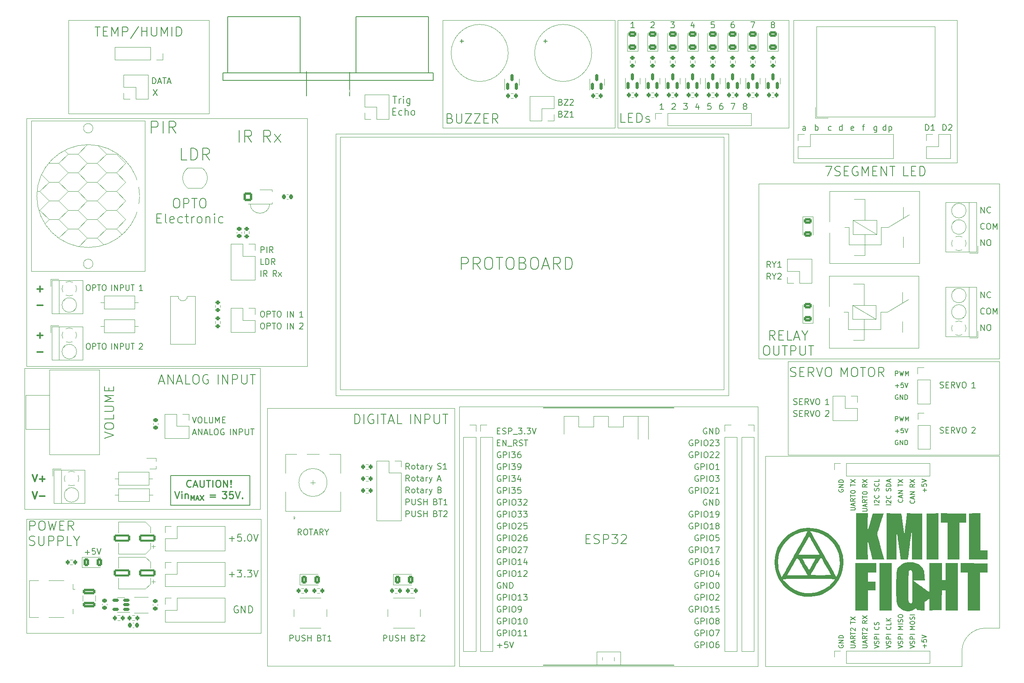
<source format=gto>
G04 #@! TF.GenerationSoftware,KiCad,Pcbnew,(6.99.0-2815-gbbc0c61ccb)*
G04 #@! TF.CreationDate,2022-08-18T14:12:31+07:00*
G04 #@! TF.ProjectId,Training_Based,54726169-6e69-46e6-975f-42617365642e,rev?*
G04 #@! TF.SameCoordinates,Original*
G04 #@! TF.FileFunction,Legend,Top*
G04 #@! TF.FilePolarity,Positive*
%FSLAX46Y46*%
G04 Gerber Fmt 4.6, Leading zero omitted, Abs format (unit mm)*
G04 Created by KiCad (PCBNEW (6.99.0-2815-gbbc0c61ccb)) date 2022-08-18 14:12:31*
%MOMM*%
%LPD*%
G01*
G04 APERTURE LIST*
G04 Aperture macros list*
%AMRoundRect*
0 Rectangle with rounded corners*
0 $1 Rounding radius*
0 $2 $3 $4 $5 $6 $7 $8 $9 X,Y pos of 4 corners*
0 Add a 4 corners polygon primitive as box body*
4,1,4,$2,$3,$4,$5,$6,$7,$8,$9,$2,$3,0*
0 Add four circle primitives for the rounded corners*
1,1,$1+$1,$2,$3*
1,1,$1+$1,$4,$5*
1,1,$1+$1,$6,$7*
1,1,$1+$1,$8,$9*
0 Add four rect primitives between the rounded corners*
20,1,$1+$1,$2,$3,$4,$5,0*
20,1,$1+$1,$4,$5,$6,$7,0*
20,1,$1+$1,$6,$7,$8,$9,0*
20,1,$1+$1,$8,$9,$2,$3,0*%
G04 Aperture macros list end*
%ADD10C,0.100000*%
%ADD11C,0.200000*%
%ADD12C,0.150000*%
%ADD13C,0.300000*%
%ADD14C,0.250000*%
%ADD15C,0.120000*%
%ADD16RoundRect,0.200000X0.200000X0.275000X-0.200000X0.275000X-0.200000X-0.275000X0.200000X-0.275000X0*%
%ADD17RoundRect,0.250000X0.625000X-0.375000X0.625000X0.375000X-0.625000X0.375000X-0.625000X-0.375000X0*%
%ADD18RoundRect,0.200000X-0.275000X0.200000X-0.275000X-0.200000X0.275000X-0.200000X0.275000X0.200000X0*%
%ADD19RoundRect,0.200000X-0.200000X-0.275000X0.200000X-0.275000X0.200000X0.275000X-0.200000X0.275000X0*%
%ADD20RoundRect,0.225000X0.225000X0.250000X-0.225000X0.250000X-0.225000X-0.250000X0.225000X-0.250000X0*%
%ADD21C,1.700000*%
%ADD22RoundRect,0.150000X0.150000X-0.587500X0.150000X0.587500X-0.150000X0.587500X-0.150000X-0.587500X0*%
%ADD23R,1.700000X1.700000*%
%ADD24O,1.700000X1.700000*%
%ADD25C,1.524000*%
%ADD26R,2.300000X2.300000*%
%ADD27C,2.300000*%
%ADD28RoundRect,0.225000X0.250000X-0.225000X0.250000X0.225000X-0.250000X0.225000X-0.250000X-0.225000X0*%
%ADD29RoundRect,0.200000X0.275000X-0.200000X0.275000X0.200000X-0.275000X0.200000X-0.275000X-0.200000X0*%
%ADD30RoundRect,0.250000X-0.375000X-0.625000X0.375000X-0.625000X0.375000X0.625000X-0.375000X0.625000X0*%
%ADD31C,1.600000*%
%ADD32O,1.600000X1.600000*%
%ADD33C,3.000000*%
%ADD34RoundRect,0.250000X1.500000X0.550000X-1.500000X0.550000X-1.500000X-0.550000X1.500000X-0.550000X0*%
%ADD35R,2.000000X2.000000*%
%ADD36C,2.000000*%
%ADD37R,2.000000X3.200000*%
%ADD38C,0.800000*%
%ADD39C,6.400000*%
%ADD40RoundRect,0.150000X0.512500X0.150000X-0.512500X0.150000X-0.512500X-0.150000X0.512500X-0.150000X0*%
%ADD41C,1.500000*%
%ADD42RoundRect,0.250000X-0.625000X0.375000X-0.625000X-0.375000X0.625000X-0.375000X0.625000X0.375000X0*%
%ADD43R,1.000000X2.700000*%
%ADD44R,1.600000X1.600000*%
%ADD45C,1.000000*%
%ADD46R,2.000000X0.500000*%
%ADD47R,1.700000X2.000000*%
%ADD48RoundRect,0.250000X1.075000X-0.375000X1.075000X0.375000X-1.075000X0.375000X-1.075000X-0.375000X0*%
%ADD49R,1.500000X1.500000*%
%ADD50RoundRect,0.225000X-0.250000X0.225000X-0.250000X-0.225000X0.250000X-0.225000X0.250000X0.225000X0*%
%ADD51RoundRect,0.225000X-0.225000X-0.250000X0.225000X-0.250000X0.225000X0.250000X-0.225000X0.250000X0*%
%ADD52R,3.000000X3.000000*%
%ADD53RoundRect,0.250200X-0.649800X-0.649800X0.649800X-0.649800X0.649800X0.649800X-0.649800X0.649800X0*%
%ADD54C,1.800000*%
%ADD55R,0.700000X0.450000*%
%ADD56R,2.032000X1.727200*%
%ADD57O,2.032000X1.727200*%
G04 APERTURE END LIST*
D10*
X179000000Y-116600000D02*
X179000000Y-114200000D01*
X185000000Y-21000000D02*
X220000000Y-21000000D01*
X220000000Y-21000000D02*
X220000000Y-51500000D01*
X220000000Y-51500000D02*
X185000000Y-51500000D01*
X185000000Y-51500000D02*
X185000000Y-21000000D01*
X229012700Y-114200000D02*
X229000000Y-151000500D01*
X147423071Y-21000000D02*
X183973071Y-21000000D01*
X183973071Y-21000000D02*
X183973071Y-44000000D01*
X183973071Y-44000000D02*
X147423071Y-44000000D01*
X147423071Y-44000000D02*
X147423071Y-21000000D01*
X21000000Y-42000000D02*
X81000000Y-42000000D01*
X81000000Y-42000000D02*
X81000000Y-95000000D01*
X81000000Y-95000000D02*
X21000000Y-95000000D01*
X21000000Y-95000000D02*
X21000000Y-42000000D01*
X183800000Y-93962500D02*
X229025400Y-93962500D01*
X229025400Y-93962500D02*
X229025400Y-113962500D01*
X229025400Y-113962500D02*
X183800000Y-113962500D01*
X183800000Y-113962500D02*
X183800000Y-93962500D01*
X20600000Y-95450000D02*
X71000000Y-95450000D01*
X71000000Y-95450000D02*
X71000000Y-125550000D01*
X71000000Y-125550000D02*
X20600000Y-125550000D01*
X20600000Y-125550000D02*
X20600000Y-95450000D01*
X179000000Y-114200000D02*
X229012700Y-114200000D01*
X226000000Y-150999502D02*
G75*
G03*
X221000002Y-155900500I0J-5000998D01*
G01*
X221000000Y-159200000D02*
X221000001Y-155900000D01*
D11*
X51800000Y-118400000D02*
X68800000Y-118400000D01*
X68800000Y-118400000D02*
X68800000Y-124700000D01*
X68800000Y-124700000D02*
X51800000Y-124700000D01*
X51800000Y-124700000D02*
X51800000Y-118400000D01*
D10*
X177525000Y-56000000D02*
X229025000Y-56000000D01*
X229025000Y-56000000D02*
X229025000Y-93350000D01*
X229025000Y-93350000D02*
X177525000Y-93350000D01*
X177525000Y-93350000D02*
X177525000Y-56000000D01*
X179000000Y-130700000D02*
X179000000Y-126300000D01*
X179000000Y-126300000D02*
X179000000Y-122100000D01*
X221012700Y-159200000D02*
X179000000Y-159200000D01*
X110000000Y-21000000D02*
X146850000Y-21000000D01*
X146850000Y-21000000D02*
X146850000Y-44000000D01*
X146850000Y-44000000D02*
X110000000Y-44000000D01*
X110000000Y-44000000D02*
X110000000Y-21000000D01*
X179000000Y-156600000D02*
X179000000Y-153700000D01*
X113540606Y-103600000D02*
X177390606Y-103600000D01*
X177390606Y-103600000D02*
X177390606Y-159200000D01*
X177390606Y-159200000D02*
X113540606Y-159200000D01*
X113540606Y-159200000D02*
X113540606Y-103600000D01*
X179000000Y-143900000D02*
X179000000Y-130700000D01*
X20975000Y-127650000D02*
X71125000Y-127650000D01*
X71125000Y-127650000D02*
X71125000Y-152050000D01*
X71125000Y-152050000D02*
X20975000Y-152050000D01*
X20975000Y-152050000D02*
X20975000Y-127650000D01*
X179000000Y-153700000D02*
X179000000Y-143900000D01*
X179000000Y-159200000D02*
X179000000Y-156600000D01*
X226000000Y-150999501D02*
X229000000Y-151000500D01*
X87100000Y-45300000D02*
X171100000Y-45300000D01*
X171100000Y-45300000D02*
X171100000Y-101300000D01*
X171100000Y-101300000D02*
X87100000Y-101300000D01*
X87100000Y-101300000D02*
X87100000Y-45300000D01*
X30000000Y-21000000D02*
X60000000Y-21000000D01*
X60000000Y-21000000D02*
X60000000Y-41000000D01*
X60000000Y-41000000D02*
X30000000Y-41000000D01*
X30000000Y-41000000D02*
X30000000Y-21000000D01*
X179000000Y-122100000D02*
X179000000Y-116600000D01*
X72500000Y-103950000D02*
X112500000Y-103950000D01*
X112500000Y-103950000D02*
X112500000Y-159050000D01*
X112500000Y-159050000D02*
X72500000Y-159050000D01*
X72500000Y-159050000D02*
X72500000Y-103950000D01*
D11*
X111592857Y-41967142D02*
X111878571Y-42062380D01*
X111878571Y-42062380D02*
X111973809Y-42157619D01*
X111973809Y-42157619D02*
X112069047Y-42348095D01*
X112069047Y-42348095D02*
X112069047Y-42633809D01*
X112069047Y-42633809D02*
X111973809Y-42824285D01*
X111973809Y-42824285D02*
X111878571Y-42919523D01*
X111878571Y-42919523D02*
X111688095Y-43014761D01*
X111688095Y-43014761D02*
X110926190Y-43014761D01*
X110926190Y-43014761D02*
X110926190Y-41014761D01*
X110926190Y-41014761D02*
X111592857Y-41014761D01*
X111592857Y-41014761D02*
X111783333Y-41110000D01*
X111783333Y-41110000D02*
X111878571Y-41205238D01*
X111878571Y-41205238D02*
X111973809Y-41395714D01*
X111973809Y-41395714D02*
X111973809Y-41586190D01*
X111973809Y-41586190D02*
X111878571Y-41776666D01*
X111878571Y-41776666D02*
X111783333Y-41871904D01*
X111783333Y-41871904D02*
X111592857Y-41967142D01*
X111592857Y-41967142D02*
X110926190Y-41967142D01*
X112926190Y-41014761D02*
X112926190Y-42633809D01*
X112926190Y-42633809D02*
X113021428Y-42824285D01*
X113021428Y-42824285D02*
X113116666Y-42919523D01*
X113116666Y-42919523D02*
X113307142Y-43014761D01*
X113307142Y-43014761D02*
X113688095Y-43014761D01*
X113688095Y-43014761D02*
X113878571Y-42919523D01*
X113878571Y-42919523D02*
X113973809Y-42824285D01*
X113973809Y-42824285D02*
X114069047Y-42633809D01*
X114069047Y-42633809D02*
X114069047Y-41014761D01*
X114830952Y-41014761D02*
X116164285Y-41014761D01*
X116164285Y-41014761D02*
X114830952Y-43014761D01*
X114830952Y-43014761D02*
X116164285Y-43014761D01*
X116735714Y-41014761D02*
X118069047Y-41014761D01*
X118069047Y-41014761D02*
X116735714Y-43014761D01*
X116735714Y-43014761D02*
X118069047Y-43014761D01*
X118830952Y-41967142D02*
X119497619Y-41967142D01*
X119783333Y-43014761D02*
X118830952Y-43014761D01*
X118830952Y-43014761D02*
X118830952Y-41014761D01*
X118830952Y-41014761D02*
X119783333Y-41014761D01*
X121783333Y-43014761D02*
X121116666Y-42062380D01*
X120640476Y-43014761D02*
X120640476Y-41014761D01*
X120640476Y-41014761D02*
X121402381Y-41014761D01*
X121402381Y-41014761D02*
X121592857Y-41110000D01*
X121592857Y-41110000D02*
X121688095Y-41205238D01*
X121688095Y-41205238D02*
X121783333Y-41395714D01*
X121783333Y-41395714D02*
X121783333Y-41681428D01*
X121783333Y-41681428D02*
X121688095Y-41871904D01*
X121688095Y-41871904D02*
X121592857Y-41967142D01*
X121592857Y-41967142D02*
X121402381Y-42062380D01*
X121402381Y-42062380D02*
X120640476Y-42062380D01*
D12*
X189652380Y-44573623D02*
X189652380Y-43303623D01*
X189652380Y-43787433D02*
X189773333Y-43726957D01*
X189773333Y-43726957D02*
X190015238Y-43726957D01*
X190015238Y-43726957D02*
X190136190Y-43787433D01*
X190136190Y-43787433D02*
X190196666Y-43847909D01*
X190196666Y-43847909D02*
X190257142Y-43968861D01*
X190257142Y-43968861D02*
X190257142Y-44331719D01*
X190257142Y-44331719D02*
X190196666Y-44452671D01*
X190196666Y-44452671D02*
X190136190Y-44513147D01*
X190136190Y-44513147D02*
X190015238Y-44573623D01*
X190015238Y-44573623D02*
X189773333Y-44573623D01*
X189773333Y-44573623D02*
X189652380Y-44513147D01*
X154515928Y-21474576D02*
X154576404Y-21414100D01*
X154576404Y-21414100D02*
X154697357Y-21353623D01*
X154697357Y-21353623D02*
X154999738Y-21353623D01*
X154999738Y-21353623D02*
X155120690Y-21414100D01*
X155120690Y-21414100D02*
X155181166Y-21474576D01*
X155181166Y-21474576D02*
X155241643Y-21595528D01*
X155241643Y-21595528D02*
X155241643Y-21716480D01*
X155241643Y-21716480D02*
X155181166Y-21897909D01*
X155181166Y-21897909D02*
X154455452Y-22623623D01*
X154455452Y-22623623D02*
X155241643Y-22623623D01*
X209897380Y-155304761D02*
X210897380Y-154971428D01*
X210897380Y-154971428D02*
X209897380Y-154638095D01*
X210849761Y-154352380D02*
X210897380Y-154209523D01*
X210897380Y-154209523D02*
X210897380Y-153971428D01*
X210897380Y-153971428D02*
X210849761Y-153876190D01*
X210849761Y-153876190D02*
X210802142Y-153828571D01*
X210802142Y-153828571D02*
X210706904Y-153780952D01*
X210706904Y-153780952D02*
X210611666Y-153780952D01*
X210611666Y-153780952D02*
X210516428Y-153828571D01*
X210516428Y-153828571D02*
X210468809Y-153876190D01*
X210468809Y-153876190D02*
X210421190Y-153971428D01*
X210421190Y-153971428D02*
X210373571Y-154161904D01*
X210373571Y-154161904D02*
X210325952Y-154257142D01*
X210325952Y-154257142D02*
X210278333Y-154304761D01*
X210278333Y-154304761D02*
X210183095Y-154352380D01*
X210183095Y-154352380D02*
X210087857Y-154352380D01*
X210087857Y-154352380D02*
X209992619Y-154304761D01*
X209992619Y-154304761D02*
X209945000Y-154257142D01*
X209945000Y-154257142D02*
X209897380Y-154161904D01*
X209897380Y-154161904D02*
X209897380Y-153923809D01*
X209897380Y-153923809D02*
X209945000Y-153780952D01*
X210897380Y-153352380D02*
X209897380Y-153352380D01*
X209897380Y-153352380D02*
X209897380Y-152971428D01*
X209897380Y-152971428D02*
X209945000Y-152876190D01*
X209945000Y-152876190D02*
X209992619Y-152828571D01*
X209992619Y-152828571D02*
X210087857Y-152780952D01*
X210087857Y-152780952D02*
X210230714Y-152780952D01*
X210230714Y-152780952D02*
X210325952Y-152828571D01*
X210325952Y-152828571D02*
X210373571Y-152876190D01*
X210373571Y-152876190D02*
X210421190Y-152971428D01*
X210421190Y-152971428D02*
X210421190Y-153352380D01*
X210897380Y-152352380D02*
X209897380Y-152352380D01*
X210897380Y-151276190D02*
X209897380Y-151276190D01*
X209897380Y-151276190D02*
X210611666Y-150942857D01*
X210611666Y-150942857D02*
X209897380Y-150609524D01*
X209897380Y-150609524D02*
X210897380Y-150609524D01*
X209897380Y-149942857D02*
X209897380Y-149752381D01*
X209897380Y-149752381D02*
X209945000Y-149657143D01*
X209945000Y-149657143D02*
X210040238Y-149561905D01*
X210040238Y-149561905D02*
X210230714Y-149514286D01*
X210230714Y-149514286D02*
X210564047Y-149514286D01*
X210564047Y-149514286D02*
X210754523Y-149561905D01*
X210754523Y-149561905D02*
X210849761Y-149657143D01*
X210849761Y-149657143D02*
X210897380Y-149752381D01*
X210897380Y-149752381D02*
X210897380Y-149942857D01*
X210897380Y-149942857D02*
X210849761Y-150038095D01*
X210849761Y-150038095D02*
X210754523Y-150133333D01*
X210754523Y-150133333D02*
X210564047Y-150180952D01*
X210564047Y-150180952D02*
X210230714Y-150180952D01*
X210230714Y-150180952D02*
X210040238Y-150133333D01*
X210040238Y-150133333D02*
X209945000Y-150038095D01*
X209945000Y-150038095D02*
X209897380Y-149942857D01*
X210849761Y-149133333D02*
X210897380Y-148990476D01*
X210897380Y-148990476D02*
X210897380Y-148752381D01*
X210897380Y-148752381D02*
X210849761Y-148657143D01*
X210849761Y-148657143D02*
X210802142Y-148609524D01*
X210802142Y-148609524D02*
X210706904Y-148561905D01*
X210706904Y-148561905D02*
X210611666Y-148561905D01*
X210611666Y-148561905D02*
X210516428Y-148609524D01*
X210516428Y-148609524D02*
X210468809Y-148657143D01*
X210468809Y-148657143D02*
X210421190Y-148752381D01*
X210421190Y-148752381D02*
X210373571Y-148942857D01*
X210373571Y-148942857D02*
X210325952Y-149038095D01*
X210325952Y-149038095D02*
X210278333Y-149085714D01*
X210278333Y-149085714D02*
X210183095Y-149133333D01*
X210183095Y-149133333D02*
X210087857Y-149133333D01*
X210087857Y-149133333D02*
X209992619Y-149085714D01*
X209992619Y-149085714D02*
X209945000Y-149038095D01*
X209945000Y-149038095D02*
X209897380Y-148942857D01*
X209897380Y-148942857D02*
X209897380Y-148704762D01*
X209897380Y-148704762D02*
X209945000Y-148561905D01*
X210897380Y-148133333D02*
X209897380Y-148133333D01*
X207311904Y-110835000D02*
X207216666Y-110787380D01*
X207216666Y-110787380D02*
X207073809Y-110787380D01*
X207073809Y-110787380D02*
X206930952Y-110835000D01*
X206930952Y-110835000D02*
X206835714Y-110930238D01*
X206835714Y-110930238D02*
X206788095Y-111025476D01*
X206788095Y-111025476D02*
X206740476Y-111215952D01*
X206740476Y-111215952D02*
X206740476Y-111358809D01*
X206740476Y-111358809D02*
X206788095Y-111549285D01*
X206788095Y-111549285D02*
X206835714Y-111644523D01*
X206835714Y-111644523D02*
X206930952Y-111739761D01*
X206930952Y-111739761D02*
X207073809Y-111787380D01*
X207073809Y-111787380D02*
X207169047Y-111787380D01*
X207169047Y-111787380D02*
X207311904Y-111739761D01*
X207311904Y-111739761D02*
X207359523Y-111692142D01*
X207359523Y-111692142D02*
X207359523Y-111358809D01*
X207359523Y-111358809D02*
X207169047Y-111358809D01*
X207788095Y-111787380D02*
X207788095Y-110787380D01*
X207788095Y-110787380D02*
X208359523Y-111787380D01*
X208359523Y-111787380D02*
X208359523Y-110787380D01*
X208835714Y-111787380D02*
X208835714Y-110787380D01*
X208835714Y-110787380D02*
X209073809Y-110787380D01*
X209073809Y-110787380D02*
X209216666Y-110835000D01*
X209216666Y-110835000D02*
X209311904Y-110930238D01*
X209311904Y-110930238D02*
X209359523Y-111025476D01*
X209359523Y-111025476D02*
X209407142Y-111215952D01*
X209407142Y-111215952D02*
X209407142Y-111358809D01*
X209407142Y-111358809D02*
X209359523Y-111549285D01*
X209359523Y-111549285D02*
X209311904Y-111644523D01*
X209311904Y-111644523D02*
X209216666Y-111739761D01*
X209216666Y-111739761D02*
X209073809Y-111787380D01*
X209073809Y-111787380D02*
X208835714Y-111787380D01*
X158741166Y-21353623D02*
X159527357Y-21353623D01*
X159527357Y-21353623D02*
X159104023Y-21837433D01*
X159104023Y-21837433D02*
X159285452Y-21837433D01*
X159285452Y-21837433D02*
X159406404Y-21897909D01*
X159406404Y-21897909D02*
X159466880Y-21958385D01*
X159466880Y-21958385D02*
X159527357Y-22079338D01*
X159527357Y-22079338D02*
X159527357Y-22381719D01*
X159527357Y-22381719D02*
X159466880Y-22502671D01*
X159466880Y-22502671D02*
X159406404Y-22563147D01*
X159406404Y-22563147D02*
X159285452Y-22623623D01*
X159285452Y-22623623D02*
X158922595Y-22623623D01*
X158922595Y-22623623D02*
X158801642Y-22563147D01*
X158801642Y-22563147D02*
X158741166Y-22502671D01*
X122367619Y-136199700D02*
X122246666Y-136139223D01*
X122246666Y-136139223D02*
X122065238Y-136139223D01*
X122065238Y-136139223D02*
X121883809Y-136199700D01*
X121883809Y-136199700D02*
X121762857Y-136320652D01*
X121762857Y-136320652D02*
X121702380Y-136441604D01*
X121702380Y-136441604D02*
X121641904Y-136683509D01*
X121641904Y-136683509D02*
X121641904Y-136864938D01*
X121641904Y-136864938D02*
X121702380Y-137106842D01*
X121702380Y-137106842D02*
X121762857Y-137227795D01*
X121762857Y-137227795D02*
X121883809Y-137348747D01*
X121883809Y-137348747D02*
X122065238Y-137409223D01*
X122065238Y-137409223D02*
X122186190Y-137409223D01*
X122186190Y-137409223D02*
X122367619Y-137348747D01*
X122367619Y-137348747D02*
X122428095Y-137288271D01*
X122428095Y-137288271D02*
X122428095Y-136864938D01*
X122428095Y-136864938D02*
X122186190Y-136864938D01*
X122972380Y-137409223D02*
X122972380Y-136139223D01*
X122972380Y-136139223D02*
X123456190Y-136139223D01*
X123456190Y-136139223D02*
X123577142Y-136199700D01*
X123577142Y-136199700D02*
X123637619Y-136260176D01*
X123637619Y-136260176D02*
X123698095Y-136381128D01*
X123698095Y-136381128D02*
X123698095Y-136562557D01*
X123698095Y-136562557D02*
X123637619Y-136683509D01*
X123637619Y-136683509D02*
X123577142Y-136743985D01*
X123577142Y-136743985D02*
X123456190Y-136804461D01*
X123456190Y-136804461D02*
X122972380Y-136804461D01*
X124242380Y-137409223D02*
X124242380Y-136139223D01*
X125089047Y-136139223D02*
X125330952Y-136139223D01*
X125330952Y-136139223D02*
X125451904Y-136199700D01*
X125451904Y-136199700D02*
X125572857Y-136320652D01*
X125572857Y-136320652D02*
X125633333Y-136562557D01*
X125633333Y-136562557D02*
X125633333Y-136985890D01*
X125633333Y-136985890D02*
X125572857Y-137227795D01*
X125572857Y-137227795D02*
X125451904Y-137348747D01*
X125451904Y-137348747D02*
X125330952Y-137409223D01*
X125330952Y-137409223D02*
X125089047Y-137409223D01*
X125089047Y-137409223D02*
X124968095Y-137348747D01*
X124968095Y-137348747D02*
X124847142Y-137227795D01*
X124847142Y-137227795D02*
X124786666Y-136985890D01*
X124786666Y-136985890D02*
X124786666Y-136562557D01*
X124786666Y-136562557D02*
X124847142Y-136320652D01*
X124847142Y-136320652D02*
X124968095Y-136199700D01*
X124968095Y-136199700D02*
X125089047Y-136139223D01*
X126842857Y-137409223D02*
X126117142Y-137409223D01*
X126479999Y-137409223D02*
X126479999Y-136139223D01*
X126479999Y-136139223D02*
X126359047Y-136320652D01*
X126359047Y-136320652D02*
X126238095Y-136441604D01*
X126238095Y-136441604D02*
X126117142Y-136502080D01*
X127931428Y-136562557D02*
X127931428Y-137409223D01*
X127629047Y-136078747D02*
X127326666Y-136985890D01*
X127326666Y-136985890D02*
X128112857Y-136985890D01*
X163423333Y-110799700D02*
X163302380Y-110739223D01*
X163302380Y-110739223D02*
X163120952Y-110739223D01*
X163120952Y-110739223D02*
X162939523Y-110799700D01*
X162939523Y-110799700D02*
X162818571Y-110920652D01*
X162818571Y-110920652D02*
X162758094Y-111041604D01*
X162758094Y-111041604D02*
X162697618Y-111283509D01*
X162697618Y-111283509D02*
X162697618Y-111464938D01*
X162697618Y-111464938D02*
X162758094Y-111706842D01*
X162758094Y-111706842D02*
X162818571Y-111827795D01*
X162818571Y-111827795D02*
X162939523Y-111948747D01*
X162939523Y-111948747D02*
X163120952Y-112009223D01*
X163120952Y-112009223D02*
X163241904Y-112009223D01*
X163241904Y-112009223D02*
X163423333Y-111948747D01*
X163423333Y-111948747D02*
X163483809Y-111888271D01*
X163483809Y-111888271D02*
X163483809Y-111464938D01*
X163483809Y-111464938D02*
X163241904Y-111464938D01*
X164028094Y-112009223D02*
X164028094Y-110739223D01*
X164028094Y-110739223D02*
X164511904Y-110739223D01*
X164511904Y-110739223D02*
X164632856Y-110799700D01*
X164632856Y-110799700D02*
X164693333Y-110860176D01*
X164693333Y-110860176D02*
X164753809Y-110981128D01*
X164753809Y-110981128D02*
X164753809Y-111162557D01*
X164753809Y-111162557D02*
X164693333Y-111283509D01*
X164693333Y-111283509D02*
X164632856Y-111343985D01*
X164632856Y-111343985D02*
X164511904Y-111404461D01*
X164511904Y-111404461D02*
X164028094Y-111404461D01*
X165298094Y-112009223D02*
X165298094Y-110739223D01*
X166144761Y-110739223D02*
X166386666Y-110739223D01*
X166386666Y-110739223D02*
X166507618Y-110799700D01*
X166507618Y-110799700D02*
X166628571Y-110920652D01*
X166628571Y-110920652D02*
X166689047Y-111162557D01*
X166689047Y-111162557D02*
X166689047Y-111585890D01*
X166689047Y-111585890D02*
X166628571Y-111827795D01*
X166628571Y-111827795D02*
X166507618Y-111948747D01*
X166507618Y-111948747D02*
X166386666Y-112009223D01*
X166386666Y-112009223D02*
X166144761Y-112009223D01*
X166144761Y-112009223D02*
X166023809Y-111948747D01*
X166023809Y-111948747D02*
X165902856Y-111827795D01*
X165902856Y-111827795D02*
X165842380Y-111585890D01*
X165842380Y-111585890D02*
X165842380Y-111162557D01*
X165842380Y-111162557D02*
X165902856Y-110920652D01*
X165902856Y-110920652D02*
X166023809Y-110799700D01*
X166023809Y-110799700D02*
X166144761Y-110739223D01*
X167172856Y-110860176D02*
X167233332Y-110799700D01*
X167233332Y-110799700D02*
X167354285Y-110739223D01*
X167354285Y-110739223D02*
X167656666Y-110739223D01*
X167656666Y-110739223D02*
X167777618Y-110799700D01*
X167777618Y-110799700D02*
X167838094Y-110860176D01*
X167838094Y-110860176D02*
X167898571Y-110981128D01*
X167898571Y-110981128D02*
X167898571Y-111102080D01*
X167898571Y-111102080D02*
X167838094Y-111283509D01*
X167838094Y-111283509D02*
X167112380Y-112009223D01*
X167112380Y-112009223D02*
X167898571Y-112009223D01*
X168321904Y-110739223D02*
X169108095Y-110739223D01*
X169108095Y-110739223D02*
X168684761Y-111223033D01*
X168684761Y-111223033D02*
X168866190Y-111223033D01*
X168866190Y-111223033D02*
X168987142Y-111283509D01*
X168987142Y-111283509D02*
X169047618Y-111343985D01*
X169047618Y-111343985D02*
X169108095Y-111464938D01*
X169108095Y-111464938D02*
X169108095Y-111767319D01*
X169108095Y-111767319D02*
X169047618Y-111888271D01*
X169047618Y-111888271D02*
X168987142Y-111948747D01*
X168987142Y-111948747D02*
X168866190Y-112009223D01*
X168866190Y-112009223D02*
X168503333Y-112009223D01*
X168503333Y-112009223D02*
X168382380Y-111948747D01*
X168382380Y-111948747D02*
X168321904Y-111888271D01*
D11*
X35619048Y-22414761D02*
X36761905Y-22414761D01*
X36190476Y-24414761D02*
X36190476Y-22414761D01*
X37428572Y-23367142D02*
X38095239Y-23367142D01*
X38380953Y-24414761D02*
X37428572Y-24414761D01*
X37428572Y-24414761D02*
X37428572Y-22414761D01*
X37428572Y-22414761D02*
X38380953Y-22414761D01*
X39238096Y-24414761D02*
X39238096Y-22414761D01*
X39238096Y-22414761D02*
X39904763Y-23843333D01*
X39904763Y-23843333D02*
X40571429Y-22414761D01*
X40571429Y-22414761D02*
X40571429Y-24414761D01*
X41523810Y-24414761D02*
X41523810Y-22414761D01*
X41523810Y-22414761D02*
X42285715Y-22414761D01*
X42285715Y-22414761D02*
X42476191Y-22510000D01*
X42476191Y-22510000D02*
X42571429Y-22605238D01*
X42571429Y-22605238D02*
X42666667Y-22795714D01*
X42666667Y-22795714D02*
X42666667Y-23081428D01*
X42666667Y-23081428D02*
X42571429Y-23271904D01*
X42571429Y-23271904D02*
X42476191Y-23367142D01*
X42476191Y-23367142D02*
X42285715Y-23462380D01*
X42285715Y-23462380D02*
X41523810Y-23462380D01*
X44952381Y-22319523D02*
X43238096Y-24890952D01*
X45619048Y-24414761D02*
X45619048Y-22414761D01*
X45619048Y-23367142D02*
X46761905Y-23367142D01*
X46761905Y-24414761D02*
X46761905Y-22414761D01*
X47714286Y-22414761D02*
X47714286Y-24033809D01*
X47714286Y-24033809D02*
X47809524Y-24224285D01*
X47809524Y-24224285D02*
X47904762Y-24319523D01*
X47904762Y-24319523D02*
X48095238Y-24414761D01*
X48095238Y-24414761D02*
X48476191Y-24414761D01*
X48476191Y-24414761D02*
X48666667Y-24319523D01*
X48666667Y-24319523D02*
X48761905Y-24224285D01*
X48761905Y-24224285D02*
X48857143Y-24033809D01*
X48857143Y-24033809D02*
X48857143Y-22414761D01*
X49809524Y-24414761D02*
X49809524Y-22414761D01*
X49809524Y-22414761D02*
X50476191Y-23843333D01*
X50476191Y-23843333D02*
X51142857Y-22414761D01*
X51142857Y-22414761D02*
X51142857Y-24414761D01*
X52095238Y-24414761D02*
X52095238Y-22414761D01*
X53047619Y-24414761D02*
X53047619Y-22414761D01*
X53047619Y-22414761D02*
X53523809Y-22414761D01*
X53523809Y-22414761D02*
X53809524Y-22510000D01*
X53809524Y-22510000D02*
X54000000Y-22700476D01*
X54000000Y-22700476D02*
X54095238Y-22890952D01*
X54095238Y-22890952D02*
X54190476Y-23271904D01*
X54190476Y-23271904D02*
X54190476Y-23557619D01*
X54190476Y-23557619D02*
X54095238Y-23938571D01*
X54095238Y-23938571D02*
X54000000Y-24129047D01*
X54000000Y-24129047D02*
X53809524Y-24319523D01*
X53809524Y-24319523D02*
X53523809Y-24414761D01*
X53523809Y-24414761D02*
X53047619Y-24414761D01*
D12*
X171654237Y-38803623D02*
X172500904Y-38803623D01*
X172500904Y-38803623D02*
X171956618Y-40073623D01*
X122367619Y-115879700D02*
X122246666Y-115819223D01*
X122246666Y-115819223D02*
X122065238Y-115819223D01*
X122065238Y-115819223D02*
X121883809Y-115879700D01*
X121883809Y-115879700D02*
X121762857Y-116000652D01*
X121762857Y-116000652D02*
X121702380Y-116121604D01*
X121702380Y-116121604D02*
X121641904Y-116363509D01*
X121641904Y-116363509D02*
X121641904Y-116544938D01*
X121641904Y-116544938D02*
X121702380Y-116786842D01*
X121702380Y-116786842D02*
X121762857Y-116907795D01*
X121762857Y-116907795D02*
X121883809Y-117028747D01*
X121883809Y-117028747D02*
X122065238Y-117089223D01*
X122065238Y-117089223D02*
X122186190Y-117089223D01*
X122186190Y-117089223D02*
X122367619Y-117028747D01*
X122367619Y-117028747D02*
X122428095Y-116968271D01*
X122428095Y-116968271D02*
X122428095Y-116544938D01*
X122428095Y-116544938D02*
X122186190Y-116544938D01*
X122972380Y-117089223D02*
X122972380Y-115819223D01*
X122972380Y-115819223D02*
X123456190Y-115819223D01*
X123456190Y-115819223D02*
X123577142Y-115879700D01*
X123577142Y-115879700D02*
X123637619Y-115940176D01*
X123637619Y-115940176D02*
X123698095Y-116061128D01*
X123698095Y-116061128D02*
X123698095Y-116242557D01*
X123698095Y-116242557D02*
X123637619Y-116363509D01*
X123637619Y-116363509D02*
X123577142Y-116423985D01*
X123577142Y-116423985D02*
X123456190Y-116484461D01*
X123456190Y-116484461D02*
X122972380Y-116484461D01*
X124242380Y-117089223D02*
X124242380Y-115819223D01*
X124726190Y-115819223D02*
X125512381Y-115819223D01*
X125512381Y-115819223D02*
X125089047Y-116303033D01*
X125089047Y-116303033D02*
X125270476Y-116303033D01*
X125270476Y-116303033D02*
X125391428Y-116363509D01*
X125391428Y-116363509D02*
X125451904Y-116423985D01*
X125451904Y-116423985D02*
X125512381Y-116544938D01*
X125512381Y-116544938D02*
X125512381Y-116847319D01*
X125512381Y-116847319D02*
X125451904Y-116968271D01*
X125451904Y-116968271D02*
X125391428Y-117028747D01*
X125391428Y-117028747D02*
X125270476Y-117089223D01*
X125270476Y-117089223D02*
X124907619Y-117089223D01*
X124907619Y-117089223D02*
X124786666Y-117028747D01*
X124786666Y-117028747D02*
X124726190Y-116968271D01*
X126117143Y-117089223D02*
X126359047Y-117089223D01*
X126359047Y-117089223D02*
X126480000Y-117028747D01*
X126480000Y-117028747D02*
X126540476Y-116968271D01*
X126540476Y-116968271D02*
X126661428Y-116786842D01*
X126661428Y-116786842D02*
X126721905Y-116544938D01*
X126721905Y-116544938D02*
X126721905Y-116061128D01*
X126721905Y-116061128D02*
X126661428Y-115940176D01*
X126661428Y-115940176D02*
X126600952Y-115879700D01*
X126600952Y-115879700D02*
X126480000Y-115819223D01*
X126480000Y-115819223D02*
X126238095Y-115819223D01*
X126238095Y-115819223D02*
X126117143Y-115879700D01*
X126117143Y-115879700D02*
X126056666Y-115940176D01*
X126056666Y-115940176D02*
X125996190Y-116061128D01*
X125996190Y-116061128D02*
X125996190Y-116363509D01*
X125996190Y-116363509D02*
X126056666Y-116484461D01*
X126056666Y-116484461D02*
X126117143Y-116544938D01*
X126117143Y-116544938D02*
X126238095Y-116605414D01*
X126238095Y-116605414D02*
X126480000Y-116605414D01*
X126480000Y-116605414D02*
X126600952Y-116544938D01*
X126600952Y-116544938D02*
X126661428Y-116484461D01*
X126661428Y-116484461D02*
X126721905Y-116363509D01*
X199737380Y-125995238D02*
X200546904Y-125995238D01*
X200546904Y-125995238D02*
X200642142Y-125947619D01*
X200642142Y-125947619D02*
X200689761Y-125900000D01*
X200689761Y-125900000D02*
X200737380Y-125804762D01*
X200737380Y-125804762D02*
X200737380Y-125614286D01*
X200737380Y-125614286D02*
X200689761Y-125519048D01*
X200689761Y-125519048D02*
X200642142Y-125471429D01*
X200642142Y-125471429D02*
X200546904Y-125423810D01*
X200546904Y-125423810D02*
X199737380Y-125423810D01*
X200451666Y-124995238D02*
X200451666Y-124519048D01*
X200737380Y-125090476D02*
X199737380Y-124757143D01*
X199737380Y-124757143D02*
X200737380Y-124423810D01*
X200737380Y-123519048D02*
X200261190Y-123852381D01*
X200737380Y-124090476D02*
X199737380Y-124090476D01*
X199737380Y-124090476D02*
X199737380Y-123709524D01*
X199737380Y-123709524D02*
X199785000Y-123614286D01*
X199785000Y-123614286D02*
X199832619Y-123566667D01*
X199832619Y-123566667D02*
X199927857Y-123519048D01*
X199927857Y-123519048D02*
X200070714Y-123519048D01*
X200070714Y-123519048D02*
X200165952Y-123566667D01*
X200165952Y-123566667D02*
X200213571Y-123614286D01*
X200213571Y-123614286D02*
X200261190Y-123709524D01*
X200261190Y-123709524D02*
X200261190Y-124090476D01*
X199737380Y-123233333D02*
X199737380Y-122661905D01*
X200737380Y-122947619D02*
X199737380Y-122947619D01*
X199737380Y-122138095D02*
X199737380Y-122042857D01*
X199737380Y-122042857D02*
X199785000Y-121947619D01*
X199785000Y-121947619D02*
X199832619Y-121900000D01*
X199832619Y-121900000D02*
X199927857Y-121852381D01*
X199927857Y-121852381D02*
X200118333Y-121804762D01*
X200118333Y-121804762D02*
X200356428Y-121804762D01*
X200356428Y-121804762D02*
X200546904Y-121852381D01*
X200546904Y-121852381D02*
X200642142Y-121900000D01*
X200642142Y-121900000D02*
X200689761Y-121947619D01*
X200689761Y-121947619D02*
X200737380Y-122042857D01*
X200737380Y-122042857D02*
X200737380Y-122138095D01*
X200737380Y-122138095D02*
X200689761Y-122233333D01*
X200689761Y-122233333D02*
X200642142Y-122280952D01*
X200642142Y-122280952D02*
X200546904Y-122328571D01*
X200546904Y-122328571D02*
X200356428Y-122376190D01*
X200356428Y-122376190D02*
X200118333Y-122376190D01*
X200118333Y-122376190D02*
X199927857Y-122328571D01*
X199927857Y-122328571D02*
X199832619Y-122280952D01*
X199832619Y-122280952D02*
X199785000Y-122233333D01*
X199785000Y-122233333D02*
X199737380Y-122138095D01*
X200737380Y-120204762D02*
X200261190Y-120538095D01*
X200737380Y-120776190D02*
X199737380Y-120776190D01*
X199737380Y-120776190D02*
X199737380Y-120395238D01*
X199737380Y-120395238D02*
X199785000Y-120300000D01*
X199785000Y-120300000D02*
X199832619Y-120252381D01*
X199832619Y-120252381D02*
X199927857Y-120204762D01*
X199927857Y-120204762D02*
X200070714Y-120204762D01*
X200070714Y-120204762D02*
X200165952Y-120252381D01*
X200165952Y-120252381D02*
X200213571Y-120300000D01*
X200213571Y-120300000D02*
X200261190Y-120395238D01*
X200261190Y-120395238D02*
X200261190Y-120776190D01*
X199737380Y-119871428D02*
X200737380Y-119204762D01*
X199737380Y-119204762D02*
X200737380Y-119871428D01*
X206788095Y-106707380D02*
X206788095Y-105707380D01*
X206788095Y-105707380D02*
X207169047Y-105707380D01*
X207169047Y-105707380D02*
X207264285Y-105755000D01*
X207264285Y-105755000D02*
X207311904Y-105802619D01*
X207311904Y-105802619D02*
X207359523Y-105897857D01*
X207359523Y-105897857D02*
X207359523Y-106040714D01*
X207359523Y-106040714D02*
X207311904Y-106135952D01*
X207311904Y-106135952D02*
X207264285Y-106183571D01*
X207264285Y-106183571D02*
X207169047Y-106231190D01*
X207169047Y-106231190D02*
X206788095Y-106231190D01*
X207692857Y-105707380D02*
X207930952Y-106707380D01*
X207930952Y-106707380D02*
X208121428Y-105993095D01*
X208121428Y-105993095D02*
X208311904Y-106707380D01*
X208311904Y-106707380D02*
X208550000Y-105707380D01*
X208930952Y-106707380D02*
X208930952Y-105707380D01*
X208930952Y-105707380D02*
X209264285Y-106421666D01*
X209264285Y-106421666D02*
X209597618Y-105707380D01*
X209597618Y-105707380D02*
X209597618Y-106707380D01*
X122367619Y-120959700D02*
X122246666Y-120899223D01*
X122246666Y-120899223D02*
X122065238Y-120899223D01*
X122065238Y-120899223D02*
X121883809Y-120959700D01*
X121883809Y-120959700D02*
X121762857Y-121080652D01*
X121762857Y-121080652D02*
X121702380Y-121201604D01*
X121702380Y-121201604D02*
X121641904Y-121443509D01*
X121641904Y-121443509D02*
X121641904Y-121624938D01*
X121641904Y-121624938D02*
X121702380Y-121866842D01*
X121702380Y-121866842D02*
X121762857Y-121987795D01*
X121762857Y-121987795D02*
X121883809Y-122108747D01*
X121883809Y-122108747D02*
X122065238Y-122169223D01*
X122065238Y-122169223D02*
X122186190Y-122169223D01*
X122186190Y-122169223D02*
X122367619Y-122108747D01*
X122367619Y-122108747D02*
X122428095Y-122048271D01*
X122428095Y-122048271D02*
X122428095Y-121624938D01*
X122428095Y-121624938D02*
X122186190Y-121624938D01*
X122972380Y-122169223D02*
X122972380Y-120899223D01*
X122972380Y-120899223D02*
X123456190Y-120899223D01*
X123456190Y-120899223D02*
X123577142Y-120959700D01*
X123577142Y-120959700D02*
X123637619Y-121020176D01*
X123637619Y-121020176D02*
X123698095Y-121141128D01*
X123698095Y-121141128D02*
X123698095Y-121322557D01*
X123698095Y-121322557D02*
X123637619Y-121443509D01*
X123637619Y-121443509D02*
X123577142Y-121503985D01*
X123577142Y-121503985D02*
X123456190Y-121564461D01*
X123456190Y-121564461D02*
X122972380Y-121564461D01*
X124242380Y-122169223D02*
X124242380Y-120899223D01*
X124726190Y-120899223D02*
X125512381Y-120899223D01*
X125512381Y-120899223D02*
X125089047Y-121383033D01*
X125089047Y-121383033D02*
X125270476Y-121383033D01*
X125270476Y-121383033D02*
X125391428Y-121443509D01*
X125391428Y-121443509D02*
X125451904Y-121503985D01*
X125451904Y-121503985D02*
X125512381Y-121624938D01*
X125512381Y-121624938D02*
X125512381Y-121927319D01*
X125512381Y-121927319D02*
X125451904Y-122048271D01*
X125451904Y-122048271D02*
X125391428Y-122108747D01*
X125391428Y-122108747D02*
X125270476Y-122169223D01*
X125270476Y-122169223D02*
X124907619Y-122169223D01*
X124907619Y-122169223D02*
X124786666Y-122108747D01*
X124786666Y-122108747D02*
X124726190Y-122048271D01*
X126661428Y-120899223D02*
X126056666Y-120899223D01*
X126056666Y-120899223D02*
X125996190Y-121503985D01*
X125996190Y-121503985D02*
X126056666Y-121443509D01*
X126056666Y-121443509D02*
X126177619Y-121383033D01*
X126177619Y-121383033D02*
X126480000Y-121383033D01*
X126480000Y-121383033D02*
X126600952Y-121443509D01*
X126600952Y-121443509D02*
X126661428Y-121503985D01*
X126661428Y-121503985D02*
X126721905Y-121624938D01*
X126721905Y-121624938D02*
X126721905Y-121927319D01*
X126721905Y-121927319D02*
X126661428Y-122048271D01*
X126661428Y-122048271D02*
X126600952Y-122108747D01*
X126600952Y-122108747D02*
X126480000Y-122169223D01*
X126480000Y-122169223D02*
X126177619Y-122169223D01*
X126177619Y-122169223D02*
X126056666Y-122108747D01*
X126056666Y-122108747D02*
X125996190Y-122048271D01*
X163423333Y-146359700D02*
X163302380Y-146299223D01*
X163302380Y-146299223D02*
X163120952Y-146299223D01*
X163120952Y-146299223D02*
X162939523Y-146359700D01*
X162939523Y-146359700D02*
X162818571Y-146480652D01*
X162818571Y-146480652D02*
X162758094Y-146601604D01*
X162758094Y-146601604D02*
X162697618Y-146843509D01*
X162697618Y-146843509D02*
X162697618Y-147024938D01*
X162697618Y-147024938D02*
X162758094Y-147266842D01*
X162758094Y-147266842D02*
X162818571Y-147387795D01*
X162818571Y-147387795D02*
X162939523Y-147508747D01*
X162939523Y-147508747D02*
X163120952Y-147569223D01*
X163120952Y-147569223D02*
X163241904Y-147569223D01*
X163241904Y-147569223D02*
X163423333Y-147508747D01*
X163423333Y-147508747D02*
X163483809Y-147448271D01*
X163483809Y-147448271D02*
X163483809Y-147024938D01*
X163483809Y-147024938D02*
X163241904Y-147024938D01*
X164028094Y-147569223D02*
X164028094Y-146299223D01*
X164028094Y-146299223D02*
X164511904Y-146299223D01*
X164511904Y-146299223D02*
X164632856Y-146359700D01*
X164632856Y-146359700D02*
X164693333Y-146420176D01*
X164693333Y-146420176D02*
X164753809Y-146541128D01*
X164753809Y-146541128D02*
X164753809Y-146722557D01*
X164753809Y-146722557D02*
X164693333Y-146843509D01*
X164693333Y-146843509D02*
X164632856Y-146903985D01*
X164632856Y-146903985D02*
X164511904Y-146964461D01*
X164511904Y-146964461D02*
X164028094Y-146964461D01*
X165298094Y-147569223D02*
X165298094Y-146299223D01*
X166144761Y-146299223D02*
X166386666Y-146299223D01*
X166386666Y-146299223D02*
X166507618Y-146359700D01*
X166507618Y-146359700D02*
X166628571Y-146480652D01*
X166628571Y-146480652D02*
X166689047Y-146722557D01*
X166689047Y-146722557D02*
X166689047Y-147145890D01*
X166689047Y-147145890D02*
X166628571Y-147387795D01*
X166628571Y-147387795D02*
X166507618Y-147508747D01*
X166507618Y-147508747D02*
X166386666Y-147569223D01*
X166386666Y-147569223D02*
X166144761Y-147569223D01*
X166144761Y-147569223D02*
X166023809Y-147508747D01*
X166023809Y-147508747D02*
X165902856Y-147387795D01*
X165902856Y-147387795D02*
X165842380Y-147145890D01*
X165842380Y-147145890D02*
X165842380Y-146722557D01*
X165842380Y-146722557D02*
X165902856Y-146480652D01*
X165902856Y-146480652D02*
X166023809Y-146359700D01*
X166023809Y-146359700D02*
X166144761Y-146299223D01*
X167898571Y-147569223D02*
X167172856Y-147569223D01*
X167535713Y-147569223D02*
X167535713Y-146299223D01*
X167535713Y-146299223D02*
X167414761Y-146480652D01*
X167414761Y-146480652D02*
X167293809Y-146601604D01*
X167293809Y-146601604D02*
X167172856Y-146662080D01*
X169047618Y-146299223D02*
X168442856Y-146299223D01*
X168442856Y-146299223D02*
X168382380Y-146903985D01*
X168382380Y-146903985D02*
X168442856Y-146843509D01*
X168442856Y-146843509D02*
X168563809Y-146783033D01*
X168563809Y-146783033D02*
X168866190Y-146783033D01*
X168866190Y-146783033D02*
X168987142Y-146843509D01*
X168987142Y-146843509D02*
X169047618Y-146903985D01*
X169047618Y-146903985D02*
X169108095Y-147024938D01*
X169108095Y-147024938D02*
X169108095Y-147327319D01*
X169108095Y-147327319D02*
X169047618Y-147448271D01*
X169047618Y-147448271D02*
X168987142Y-147508747D01*
X168987142Y-147508747D02*
X168866190Y-147569223D01*
X168866190Y-147569223D02*
X168563809Y-147569223D01*
X168563809Y-147569223D02*
X168442856Y-147508747D01*
X168442856Y-147508747D02*
X168382380Y-147448271D01*
X167299951Y-38803623D02*
X166695189Y-38803623D01*
X166695189Y-38803623D02*
X166634713Y-39408385D01*
X166634713Y-39408385D02*
X166695189Y-39347909D01*
X166695189Y-39347909D02*
X166816142Y-39287433D01*
X166816142Y-39287433D02*
X167118523Y-39287433D01*
X167118523Y-39287433D02*
X167239475Y-39347909D01*
X167239475Y-39347909D02*
X167299951Y-39408385D01*
X167299951Y-39408385D02*
X167360428Y-39529338D01*
X167360428Y-39529338D02*
X167360428Y-39831719D01*
X167360428Y-39831719D02*
X167299951Y-39952671D01*
X167299951Y-39952671D02*
X167239475Y-40013147D01*
X167239475Y-40013147D02*
X167118523Y-40073623D01*
X167118523Y-40073623D02*
X166816142Y-40073623D01*
X166816142Y-40073623D02*
X166695189Y-40013147D01*
X166695189Y-40013147D02*
X166634713Y-39952671D01*
X122367619Y-148899700D02*
X122246666Y-148839223D01*
X122246666Y-148839223D02*
X122065238Y-148839223D01*
X122065238Y-148839223D02*
X121883809Y-148899700D01*
X121883809Y-148899700D02*
X121762857Y-149020652D01*
X121762857Y-149020652D02*
X121702380Y-149141604D01*
X121702380Y-149141604D02*
X121641904Y-149383509D01*
X121641904Y-149383509D02*
X121641904Y-149564938D01*
X121641904Y-149564938D02*
X121702380Y-149806842D01*
X121702380Y-149806842D02*
X121762857Y-149927795D01*
X121762857Y-149927795D02*
X121883809Y-150048747D01*
X121883809Y-150048747D02*
X122065238Y-150109223D01*
X122065238Y-150109223D02*
X122186190Y-150109223D01*
X122186190Y-150109223D02*
X122367619Y-150048747D01*
X122367619Y-150048747D02*
X122428095Y-149988271D01*
X122428095Y-149988271D02*
X122428095Y-149564938D01*
X122428095Y-149564938D02*
X122186190Y-149564938D01*
X122972380Y-150109223D02*
X122972380Y-148839223D01*
X122972380Y-148839223D02*
X123456190Y-148839223D01*
X123456190Y-148839223D02*
X123577142Y-148899700D01*
X123577142Y-148899700D02*
X123637619Y-148960176D01*
X123637619Y-148960176D02*
X123698095Y-149081128D01*
X123698095Y-149081128D02*
X123698095Y-149262557D01*
X123698095Y-149262557D02*
X123637619Y-149383509D01*
X123637619Y-149383509D02*
X123577142Y-149443985D01*
X123577142Y-149443985D02*
X123456190Y-149504461D01*
X123456190Y-149504461D02*
X122972380Y-149504461D01*
X124242380Y-150109223D02*
X124242380Y-148839223D01*
X125089047Y-148839223D02*
X125330952Y-148839223D01*
X125330952Y-148839223D02*
X125451904Y-148899700D01*
X125451904Y-148899700D02*
X125572857Y-149020652D01*
X125572857Y-149020652D02*
X125633333Y-149262557D01*
X125633333Y-149262557D02*
X125633333Y-149685890D01*
X125633333Y-149685890D02*
X125572857Y-149927795D01*
X125572857Y-149927795D02*
X125451904Y-150048747D01*
X125451904Y-150048747D02*
X125330952Y-150109223D01*
X125330952Y-150109223D02*
X125089047Y-150109223D01*
X125089047Y-150109223D02*
X124968095Y-150048747D01*
X124968095Y-150048747D02*
X124847142Y-149927795D01*
X124847142Y-149927795D02*
X124786666Y-149685890D01*
X124786666Y-149685890D02*
X124786666Y-149262557D01*
X124786666Y-149262557D02*
X124847142Y-149020652D01*
X124847142Y-149020652D02*
X124968095Y-148899700D01*
X124968095Y-148899700D02*
X125089047Y-148839223D01*
X126842857Y-150109223D02*
X126117142Y-150109223D01*
X126479999Y-150109223D02*
X126479999Y-148839223D01*
X126479999Y-148839223D02*
X126359047Y-149020652D01*
X126359047Y-149020652D02*
X126238095Y-149141604D01*
X126238095Y-149141604D02*
X126117142Y-149202080D01*
X127629047Y-148839223D02*
X127750000Y-148839223D01*
X127750000Y-148839223D02*
X127870952Y-148899700D01*
X127870952Y-148899700D02*
X127931428Y-148960176D01*
X127931428Y-148960176D02*
X127991904Y-149081128D01*
X127991904Y-149081128D02*
X128052381Y-149323033D01*
X128052381Y-149323033D02*
X128052381Y-149625414D01*
X128052381Y-149625414D02*
X127991904Y-149867319D01*
X127991904Y-149867319D02*
X127931428Y-149988271D01*
X127931428Y-149988271D02*
X127870952Y-150048747D01*
X127870952Y-150048747D02*
X127750000Y-150109223D01*
X127750000Y-150109223D02*
X127629047Y-150109223D01*
X127629047Y-150109223D02*
X127508095Y-150048747D01*
X127508095Y-150048747D02*
X127447619Y-149988271D01*
X127447619Y-149988271D02*
X127387142Y-149867319D01*
X127387142Y-149867319D02*
X127326666Y-149625414D01*
X127326666Y-149625414D02*
X127326666Y-149323033D01*
X127326666Y-149323033D02*
X127387142Y-149081128D01*
X127387142Y-149081128D02*
X127447619Y-148960176D01*
X127447619Y-148960176D02*
X127508095Y-148899700D01*
X127508095Y-148899700D02*
X127629047Y-148839223D01*
X34114285Y-77553623D02*
X34342857Y-77553623D01*
X34342857Y-77553623D02*
X34457142Y-77614100D01*
X34457142Y-77614100D02*
X34571428Y-77735052D01*
X34571428Y-77735052D02*
X34628571Y-77976957D01*
X34628571Y-77976957D02*
X34628571Y-78400290D01*
X34628571Y-78400290D02*
X34571428Y-78642195D01*
X34571428Y-78642195D02*
X34457142Y-78763147D01*
X34457142Y-78763147D02*
X34342857Y-78823623D01*
X34342857Y-78823623D02*
X34114285Y-78823623D01*
X34114285Y-78823623D02*
X34000000Y-78763147D01*
X34000000Y-78763147D02*
X33885714Y-78642195D01*
X33885714Y-78642195D02*
X33828571Y-78400290D01*
X33828571Y-78400290D02*
X33828571Y-77976957D01*
X33828571Y-77976957D02*
X33885714Y-77735052D01*
X33885714Y-77735052D02*
X34000000Y-77614100D01*
X34000000Y-77614100D02*
X34114285Y-77553623D01*
X35142857Y-78823623D02*
X35142857Y-77553623D01*
X35142857Y-77553623D02*
X35600000Y-77553623D01*
X35600000Y-77553623D02*
X35714285Y-77614100D01*
X35714285Y-77614100D02*
X35771428Y-77674576D01*
X35771428Y-77674576D02*
X35828571Y-77795528D01*
X35828571Y-77795528D02*
X35828571Y-77976957D01*
X35828571Y-77976957D02*
X35771428Y-78097909D01*
X35771428Y-78097909D02*
X35714285Y-78158385D01*
X35714285Y-78158385D02*
X35600000Y-78218861D01*
X35600000Y-78218861D02*
X35142857Y-78218861D01*
X36171428Y-77553623D02*
X36857143Y-77553623D01*
X36514285Y-78823623D02*
X36514285Y-77553623D01*
X37485714Y-77553623D02*
X37714286Y-77553623D01*
X37714286Y-77553623D02*
X37828571Y-77614100D01*
X37828571Y-77614100D02*
X37942857Y-77735052D01*
X37942857Y-77735052D02*
X38000000Y-77976957D01*
X38000000Y-77976957D02*
X38000000Y-78400290D01*
X38000000Y-78400290D02*
X37942857Y-78642195D01*
X37942857Y-78642195D02*
X37828571Y-78763147D01*
X37828571Y-78763147D02*
X37714286Y-78823623D01*
X37714286Y-78823623D02*
X37485714Y-78823623D01*
X37485714Y-78823623D02*
X37371429Y-78763147D01*
X37371429Y-78763147D02*
X37257143Y-78642195D01*
X37257143Y-78642195D02*
X37200000Y-78400290D01*
X37200000Y-78400290D02*
X37200000Y-77976957D01*
X37200000Y-77976957D02*
X37257143Y-77735052D01*
X37257143Y-77735052D02*
X37371429Y-77614100D01*
X37371429Y-77614100D02*
X37485714Y-77553623D01*
X39234286Y-78823623D02*
X39234286Y-77553623D01*
X39805715Y-78823623D02*
X39805715Y-77553623D01*
X39805715Y-77553623D02*
X40491429Y-78823623D01*
X40491429Y-78823623D02*
X40491429Y-77553623D01*
X41062858Y-78823623D02*
X41062858Y-77553623D01*
X41062858Y-77553623D02*
X41520001Y-77553623D01*
X41520001Y-77553623D02*
X41634286Y-77614100D01*
X41634286Y-77614100D02*
X41691429Y-77674576D01*
X41691429Y-77674576D02*
X41748572Y-77795528D01*
X41748572Y-77795528D02*
X41748572Y-77976957D01*
X41748572Y-77976957D02*
X41691429Y-78097909D01*
X41691429Y-78097909D02*
X41634286Y-78158385D01*
X41634286Y-78158385D02*
X41520001Y-78218861D01*
X41520001Y-78218861D02*
X41062858Y-78218861D01*
X42262858Y-77553623D02*
X42262858Y-78581719D01*
X42262858Y-78581719D02*
X42320001Y-78702671D01*
X42320001Y-78702671D02*
X42377144Y-78763147D01*
X42377144Y-78763147D02*
X42491429Y-78823623D01*
X42491429Y-78823623D02*
X42720001Y-78823623D01*
X42720001Y-78823623D02*
X42834286Y-78763147D01*
X42834286Y-78763147D02*
X42891429Y-78702671D01*
X42891429Y-78702671D02*
X42948572Y-78581719D01*
X42948572Y-78581719D02*
X42948572Y-77553623D01*
X43348572Y-77553623D02*
X44034287Y-77553623D01*
X43691429Y-78823623D02*
X43691429Y-77553623D01*
X45782858Y-78823623D02*
X45097144Y-78823623D01*
X45440001Y-78823623D02*
X45440001Y-77553623D01*
X45440001Y-77553623D02*
X45325715Y-77735052D01*
X45325715Y-77735052D02*
X45211430Y-77856004D01*
X45211430Y-77856004D02*
X45097144Y-77916480D01*
X48081428Y-35853623D02*
X48928095Y-37123623D01*
X48928095Y-35853623D02*
X48081428Y-37123623D01*
D11*
X66214285Y-146295000D02*
X66071428Y-146223571D01*
X66071428Y-146223571D02*
X65857142Y-146223571D01*
X65857142Y-146223571D02*
X65642856Y-146295000D01*
X65642856Y-146295000D02*
X65499999Y-146437857D01*
X65499999Y-146437857D02*
X65428570Y-146580714D01*
X65428570Y-146580714D02*
X65357142Y-146866428D01*
X65357142Y-146866428D02*
X65357142Y-147080714D01*
X65357142Y-147080714D02*
X65428570Y-147366428D01*
X65428570Y-147366428D02*
X65499999Y-147509285D01*
X65499999Y-147509285D02*
X65642856Y-147652142D01*
X65642856Y-147652142D02*
X65857142Y-147723571D01*
X65857142Y-147723571D02*
X65999999Y-147723571D01*
X65999999Y-147723571D02*
X66214285Y-147652142D01*
X66214285Y-147652142D02*
X66285713Y-147580714D01*
X66285713Y-147580714D02*
X66285713Y-147080714D01*
X66285713Y-147080714D02*
X65999999Y-147080714D01*
X66928570Y-147723571D02*
X66928570Y-146223571D01*
X66928570Y-146223571D02*
X67785713Y-147723571D01*
X67785713Y-147723571D02*
X67785713Y-146223571D01*
X68499999Y-147723571D02*
X68499999Y-146223571D01*
X68499999Y-146223571D02*
X68857142Y-146223571D01*
X68857142Y-146223571D02*
X69071428Y-146295000D01*
X69071428Y-146295000D02*
X69214285Y-146437857D01*
X69214285Y-146437857D02*
X69285714Y-146580714D01*
X69285714Y-146580714D02*
X69357142Y-146866428D01*
X69357142Y-146866428D02*
X69357142Y-147080714D01*
X69357142Y-147080714D02*
X69285714Y-147366428D01*
X69285714Y-147366428D02*
X69214285Y-147509285D01*
X69214285Y-147509285D02*
X69071428Y-147652142D01*
X69071428Y-147652142D02*
X68857142Y-147723571D01*
X68857142Y-147723571D02*
X68499999Y-147723571D01*
D12*
X122367619Y-133659700D02*
X122246666Y-133599223D01*
X122246666Y-133599223D02*
X122065238Y-133599223D01*
X122065238Y-133599223D02*
X121883809Y-133659700D01*
X121883809Y-133659700D02*
X121762857Y-133780652D01*
X121762857Y-133780652D02*
X121702380Y-133901604D01*
X121702380Y-133901604D02*
X121641904Y-134143509D01*
X121641904Y-134143509D02*
X121641904Y-134324938D01*
X121641904Y-134324938D02*
X121702380Y-134566842D01*
X121702380Y-134566842D02*
X121762857Y-134687795D01*
X121762857Y-134687795D02*
X121883809Y-134808747D01*
X121883809Y-134808747D02*
X122065238Y-134869223D01*
X122065238Y-134869223D02*
X122186190Y-134869223D01*
X122186190Y-134869223D02*
X122367619Y-134808747D01*
X122367619Y-134808747D02*
X122428095Y-134748271D01*
X122428095Y-134748271D02*
X122428095Y-134324938D01*
X122428095Y-134324938D02*
X122186190Y-134324938D01*
X122972380Y-134869223D02*
X122972380Y-133599223D01*
X122972380Y-133599223D02*
X123456190Y-133599223D01*
X123456190Y-133599223D02*
X123577142Y-133659700D01*
X123577142Y-133659700D02*
X123637619Y-133720176D01*
X123637619Y-133720176D02*
X123698095Y-133841128D01*
X123698095Y-133841128D02*
X123698095Y-134022557D01*
X123698095Y-134022557D02*
X123637619Y-134143509D01*
X123637619Y-134143509D02*
X123577142Y-134203985D01*
X123577142Y-134203985D02*
X123456190Y-134264461D01*
X123456190Y-134264461D02*
X122972380Y-134264461D01*
X124242380Y-134869223D02*
X124242380Y-133599223D01*
X125089047Y-133599223D02*
X125330952Y-133599223D01*
X125330952Y-133599223D02*
X125451904Y-133659700D01*
X125451904Y-133659700D02*
X125572857Y-133780652D01*
X125572857Y-133780652D02*
X125633333Y-134022557D01*
X125633333Y-134022557D02*
X125633333Y-134445890D01*
X125633333Y-134445890D02*
X125572857Y-134687795D01*
X125572857Y-134687795D02*
X125451904Y-134808747D01*
X125451904Y-134808747D02*
X125330952Y-134869223D01*
X125330952Y-134869223D02*
X125089047Y-134869223D01*
X125089047Y-134869223D02*
X124968095Y-134808747D01*
X124968095Y-134808747D02*
X124847142Y-134687795D01*
X124847142Y-134687795D02*
X124786666Y-134445890D01*
X124786666Y-134445890D02*
X124786666Y-134022557D01*
X124786666Y-134022557D02*
X124847142Y-133780652D01*
X124847142Y-133780652D02*
X124968095Y-133659700D01*
X124968095Y-133659700D02*
X125089047Y-133599223D01*
X126117142Y-133720176D02*
X126177618Y-133659700D01*
X126177618Y-133659700D02*
X126298571Y-133599223D01*
X126298571Y-133599223D02*
X126600952Y-133599223D01*
X126600952Y-133599223D02*
X126721904Y-133659700D01*
X126721904Y-133659700D02*
X126782380Y-133720176D01*
X126782380Y-133720176D02*
X126842857Y-133841128D01*
X126842857Y-133841128D02*
X126842857Y-133962080D01*
X126842857Y-133962080D02*
X126782380Y-134143509D01*
X126782380Y-134143509D02*
X126056666Y-134869223D01*
X126056666Y-134869223D02*
X126842857Y-134869223D01*
X127266190Y-133599223D02*
X128112857Y-133599223D01*
X128112857Y-133599223D02*
X127568571Y-134869223D01*
X122367619Y-118419700D02*
X122246666Y-118359223D01*
X122246666Y-118359223D02*
X122065238Y-118359223D01*
X122065238Y-118359223D02*
X121883809Y-118419700D01*
X121883809Y-118419700D02*
X121762857Y-118540652D01*
X121762857Y-118540652D02*
X121702380Y-118661604D01*
X121702380Y-118661604D02*
X121641904Y-118903509D01*
X121641904Y-118903509D02*
X121641904Y-119084938D01*
X121641904Y-119084938D02*
X121702380Y-119326842D01*
X121702380Y-119326842D02*
X121762857Y-119447795D01*
X121762857Y-119447795D02*
X121883809Y-119568747D01*
X121883809Y-119568747D02*
X122065238Y-119629223D01*
X122065238Y-119629223D02*
X122186190Y-119629223D01*
X122186190Y-119629223D02*
X122367619Y-119568747D01*
X122367619Y-119568747D02*
X122428095Y-119508271D01*
X122428095Y-119508271D02*
X122428095Y-119084938D01*
X122428095Y-119084938D02*
X122186190Y-119084938D01*
X122972380Y-119629223D02*
X122972380Y-118359223D01*
X122972380Y-118359223D02*
X123456190Y-118359223D01*
X123456190Y-118359223D02*
X123577142Y-118419700D01*
X123577142Y-118419700D02*
X123637619Y-118480176D01*
X123637619Y-118480176D02*
X123698095Y-118601128D01*
X123698095Y-118601128D02*
X123698095Y-118782557D01*
X123698095Y-118782557D02*
X123637619Y-118903509D01*
X123637619Y-118903509D02*
X123577142Y-118963985D01*
X123577142Y-118963985D02*
X123456190Y-119024461D01*
X123456190Y-119024461D02*
X122972380Y-119024461D01*
X124242380Y-119629223D02*
X124242380Y-118359223D01*
X124726190Y-118359223D02*
X125512381Y-118359223D01*
X125512381Y-118359223D02*
X125089047Y-118843033D01*
X125089047Y-118843033D02*
X125270476Y-118843033D01*
X125270476Y-118843033D02*
X125391428Y-118903509D01*
X125391428Y-118903509D02*
X125451904Y-118963985D01*
X125451904Y-118963985D02*
X125512381Y-119084938D01*
X125512381Y-119084938D02*
X125512381Y-119387319D01*
X125512381Y-119387319D02*
X125451904Y-119508271D01*
X125451904Y-119508271D02*
X125391428Y-119568747D01*
X125391428Y-119568747D02*
X125270476Y-119629223D01*
X125270476Y-119629223D02*
X124907619Y-119629223D01*
X124907619Y-119629223D02*
X124786666Y-119568747D01*
X124786666Y-119568747D02*
X124726190Y-119508271D01*
X126600952Y-118782557D02*
X126600952Y-119629223D01*
X126298571Y-118298747D02*
X125996190Y-119205890D01*
X125996190Y-119205890D02*
X126782381Y-119205890D01*
X163423333Y-133659700D02*
X163302380Y-133599223D01*
X163302380Y-133599223D02*
X163120952Y-133599223D01*
X163120952Y-133599223D02*
X162939523Y-133659700D01*
X162939523Y-133659700D02*
X162818571Y-133780652D01*
X162818571Y-133780652D02*
X162758094Y-133901604D01*
X162758094Y-133901604D02*
X162697618Y-134143509D01*
X162697618Y-134143509D02*
X162697618Y-134324938D01*
X162697618Y-134324938D02*
X162758094Y-134566842D01*
X162758094Y-134566842D02*
X162818571Y-134687795D01*
X162818571Y-134687795D02*
X162939523Y-134808747D01*
X162939523Y-134808747D02*
X163120952Y-134869223D01*
X163120952Y-134869223D02*
X163241904Y-134869223D01*
X163241904Y-134869223D02*
X163423333Y-134808747D01*
X163423333Y-134808747D02*
X163483809Y-134748271D01*
X163483809Y-134748271D02*
X163483809Y-134324938D01*
X163483809Y-134324938D02*
X163241904Y-134324938D01*
X164028094Y-134869223D02*
X164028094Y-133599223D01*
X164028094Y-133599223D02*
X164511904Y-133599223D01*
X164511904Y-133599223D02*
X164632856Y-133659700D01*
X164632856Y-133659700D02*
X164693333Y-133720176D01*
X164693333Y-133720176D02*
X164753809Y-133841128D01*
X164753809Y-133841128D02*
X164753809Y-134022557D01*
X164753809Y-134022557D02*
X164693333Y-134143509D01*
X164693333Y-134143509D02*
X164632856Y-134203985D01*
X164632856Y-134203985D02*
X164511904Y-134264461D01*
X164511904Y-134264461D02*
X164028094Y-134264461D01*
X165298094Y-134869223D02*
X165298094Y-133599223D01*
X166144761Y-133599223D02*
X166386666Y-133599223D01*
X166386666Y-133599223D02*
X166507618Y-133659700D01*
X166507618Y-133659700D02*
X166628571Y-133780652D01*
X166628571Y-133780652D02*
X166689047Y-134022557D01*
X166689047Y-134022557D02*
X166689047Y-134445890D01*
X166689047Y-134445890D02*
X166628571Y-134687795D01*
X166628571Y-134687795D02*
X166507618Y-134808747D01*
X166507618Y-134808747D02*
X166386666Y-134869223D01*
X166386666Y-134869223D02*
X166144761Y-134869223D01*
X166144761Y-134869223D02*
X166023809Y-134808747D01*
X166023809Y-134808747D02*
X165902856Y-134687795D01*
X165902856Y-134687795D02*
X165842380Y-134445890D01*
X165842380Y-134445890D02*
X165842380Y-134022557D01*
X165842380Y-134022557D02*
X165902856Y-133780652D01*
X165902856Y-133780652D02*
X166023809Y-133659700D01*
X166023809Y-133659700D02*
X166144761Y-133599223D01*
X167898571Y-134869223D02*
X167172856Y-134869223D01*
X167535713Y-134869223D02*
X167535713Y-133599223D01*
X167535713Y-133599223D02*
X167414761Y-133780652D01*
X167414761Y-133780652D02*
X167293809Y-133901604D01*
X167293809Y-133901604D02*
X167172856Y-133962080D01*
X168321904Y-133599223D02*
X169168571Y-133599223D01*
X169168571Y-133599223D02*
X168624285Y-134869223D01*
D13*
X23307142Y-88432142D02*
X24450000Y-88432142D01*
X23878571Y-89003571D02*
X23878571Y-87860714D01*
D12*
X193046666Y-44513147D02*
X192925714Y-44573623D01*
X192925714Y-44573623D02*
X192683809Y-44573623D01*
X192683809Y-44573623D02*
X192562857Y-44513147D01*
X192562857Y-44513147D02*
X192502380Y-44452671D01*
X192502380Y-44452671D02*
X192441904Y-44331719D01*
X192441904Y-44331719D02*
X192441904Y-43968861D01*
X192441904Y-43968861D02*
X192502380Y-43847909D01*
X192502380Y-43847909D02*
X192562857Y-43787433D01*
X192562857Y-43787433D02*
X192683809Y-43726957D01*
X192683809Y-43726957D02*
X192925714Y-43726957D01*
X192925714Y-43726957D02*
X193046666Y-43787433D01*
X203277380Y-124614285D02*
X202277380Y-124614285D01*
X202372619Y-124185714D02*
X202325000Y-124138095D01*
X202325000Y-124138095D02*
X202277380Y-124042857D01*
X202277380Y-124042857D02*
X202277380Y-123804762D01*
X202277380Y-123804762D02*
X202325000Y-123709524D01*
X202325000Y-123709524D02*
X202372619Y-123661905D01*
X202372619Y-123661905D02*
X202467857Y-123614286D01*
X202467857Y-123614286D02*
X202563095Y-123614286D01*
X202563095Y-123614286D02*
X202705952Y-123661905D01*
X202705952Y-123661905D02*
X203277380Y-124233333D01*
X203277380Y-124233333D02*
X203277380Y-123614286D01*
X203182142Y-122614286D02*
X203229761Y-122661905D01*
X203229761Y-122661905D02*
X203277380Y-122804762D01*
X203277380Y-122804762D02*
X203277380Y-122900000D01*
X203277380Y-122900000D02*
X203229761Y-123042857D01*
X203229761Y-123042857D02*
X203134523Y-123138095D01*
X203134523Y-123138095D02*
X203039285Y-123185714D01*
X203039285Y-123185714D02*
X202848809Y-123233333D01*
X202848809Y-123233333D02*
X202705952Y-123233333D01*
X202705952Y-123233333D02*
X202515476Y-123185714D01*
X202515476Y-123185714D02*
X202420238Y-123138095D01*
X202420238Y-123138095D02*
X202325000Y-123042857D01*
X202325000Y-123042857D02*
X202277380Y-122900000D01*
X202277380Y-122900000D02*
X202277380Y-122804762D01*
X202277380Y-122804762D02*
X202325000Y-122661905D01*
X202325000Y-122661905D02*
X202372619Y-122614286D01*
X203229761Y-121633333D02*
X203277380Y-121490476D01*
X203277380Y-121490476D02*
X203277380Y-121252381D01*
X203277380Y-121252381D02*
X203229761Y-121157143D01*
X203229761Y-121157143D02*
X203182142Y-121109524D01*
X203182142Y-121109524D02*
X203086904Y-121061905D01*
X203086904Y-121061905D02*
X202991666Y-121061905D01*
X202991666Y-121061905D02*
X202896428Y-121109524D01*
X202896428Y-121109524D02*
X202848809Y-121157143D01*
X202848809Y-121157143D02*
X202801190Y-121252381D01*
X202801190Y-121252381D02*
X202753571Y-121442857D01*
X202753571Y-121442857D02*
X202705952Y-121538095D01*
X202705952Y-121538095D02*
X202658333Y-121585714D01*
X202658333Y-121585714D02*
X202563095Y-121633333D01*
X202563095Y-121633333D02*
X202467857Y-121633333D01*
X202467857Y-121633333D02*
X202372619Y-121585714D01*
X202372619Y-121585714D02*
X202325000Y-121538095D01*
X202325000Y-121538095D02*
X202277380Y-121442857D01*
X202277380Y-121442857D02*
X202277380Y-121204762D01*
X202277380Y-121204762D02*
X202325000Y-121061905D01*
X203182142Y-120061905D02*
X203229761Y-120109524D01*
X203229761Y-120109524D02*
X203277380Y-120252381D01*
X203277380Y-120252381D02*
X203277380Y-120347619D01*
X203277380Y-120347619D02*
X203229761Y-120490476D01*
X203229761Y-120490476D02*
X203134523Y-120585714D01*
X203134523Y-120585714D02*
X203039285Y-120633333D01*
X203039285Y-120633333D02*
X202848809Y-120680952D01*
X202848809Y-120680952D02*
X202705952Y-120680952D01*
X202705952Y-120680952D02*
X202515476Y-120633333D01*
X202515476Y-120633333D02*
X202420238Y-120585714D01*
X202420238Y-120585714D02*
X202325000Y-120490476D01*
X202325000Y-120490476D02*
X202277380Y-120347619D01*
X202277380Y-120347619D02*
X202277380Y-120252381D01*
X202277380Y-120252381D02*
X202325000Y-120109524D01*
X202325000Y-120109524D02*
X202372619Y-120061905D01*
X203277380Y-119157143D02*
X203277380Y-119633333D01*
X203277380Y-119633333D02*
X202277380Y-119633333D01*
X213202380Y-44573623D02*
X213202380Y-43303623D01*
X213202380Y-43303623D02*
X213504761Y-43303623D01*
X213504761Y-43303623D02*
X213686190Y-43364100D01*
X213686190Y-43364100D02*
X213807142Y-43485052D01*
X213807142Y-43485052D02*
X213867619Y-43606004D01*
X213867619Y-43606004D02*
X213928095Y-43847909D01*
X213928095Y-43847909D02*
X213928095Y-44029338D01*
X213928095Y-44029338D02*
X213867619Y-44271242D01*
X213867619Y-44271242D02*
X213807142Y-44392195D01*
X213807142Y-44392195D02*
X213686190Y-44513147D01*
X213686190Y-44513147D02*
X213504761Y-44573623D01*
X213504761Y-44573623D02*
X213202380Y-44573623D01*
X215137619Y-44573623D02*
X214411904Y-44573623D01*
X214774761Y-44573623D02*
X214774761Y-43303623D01*
X214774761Y-43303623D02*
X214653809Y-43485052D01*
X214653809Y-43485052D02*
X214532857Y-43606004D01*
X214532857Y-43606004D02*
X214411904Y-43666480D01*
X135225714Y-41048385D02*
X135407142Y-41108861D01*
X135407142Y-41108861D02*
X135467619Y-41169338D01*
X135467619Y-41169338D02*
X135528095Y-41290290D01*
X135528095Y-41290290D02*
X135528095Y-41471719D01*
X135528095Y-41471719D02*
X135467619Y-41592671D01*
X135467619Y-41592671D02*
X135407142Y-41653147D01*
X135407142Y-41653147D02*
X135286190Y-41713623D01*
X135286190Y-41713623D02*
X134802380Y-41713623D01*
X134802380Y-41713623D02*
X134802380Y-40443623D01*
X134802380Y-40443623D02*
X135225714Y-40443623D01*
X135225714Y-40443623D02*
X135346666Y-40504100D01*
X135346666Y-40504100D02*
X135407142Y-40564576D01*
X135407142Y-40564576D02*
X135467619Y-40685528D01*
X135467619Y-40685528D02*
X135467619Y-40806480D01*
X135467619Y-40806480D02*
X135407142Y-40927433D01*
X135407142Y-40927433D02*
X135346666Y-40987909D01*
X135346666Y-40987909D02*
X135225714Y-41048385D01*
X135225714Y-41048385D02*
X134802380Y-41048385D01*
X135951428Y-40443623D02*
X136798095Y-40443623D01*
X136798095Y-40443623D02*
X135951428Y-41713623D01*
X135951428Y-41713623D02*
X136798095Y-41713623D01*
X137947143Y-41713623D02*
X137221428Y-41713623D01*
X137584285Y-41713623D02*
X137584285Y-40443623D01*
X137584285Y-40443623D02*
X137463333Y-40625052D01*
X137463333Y-40625052D02*
X137342381Y-40746004D01*
X137342381Y-40746004D02*
X137221428Y-40806480D01*
X34114285Y-90103623D02*
X34342857Y-90103623D01*
X34342857Y-90103623D02*
X34457142Y-90164100D01*
X34457142Y-90164100D02*
X34571428Y-90285052D01*
X34571428Y-90285052D02*
X34628571Y-90526957D01*
X34628571Y-90526957D02*
X34628571Y-90950290D01*
X34628571Y-90950290D02*
X34571428Y-91192195D01*
X34571428Y-91192195D02*
X34457142Y-91313147D01*
X34457142Y-91313147D02*
X34342857Y-91373623D01*
X34342857Y-91373623D02*
X34114285Y-91373623D01*
X34114285Y-91373623D02*
X34000000Y-91313147D01*
X34000000Y-91313147D02*
X33885714Y-91192195D01*
X33885714Y-91192195D02*
X33828571Y-90950290D01*
X33828571Y-90950290D02*
X33828571Y-90526957D01*
X33828571Y-90526957D02*
X33885714Y-90285052D01*
X33885714Y-90285052D02*
X34000000Y-90164100D01*
X34000000Y-90164100D02*
X34114285Y-90103623D01*
X35142857Y-91373623D02*
X35142857Y-90103623D01*
X35142857Y-90103623D02*
X35600000Y-90103623D01*
X35600000Y-90103623D02*
X35714285Y-90164100D01*
X35714285Y-90164100D02*
X35771428Y-90224576D01*
X35771428Y-90224576D02*
X35828571Y-90345528D01*
X35828571Y-90345528D02*
X35828571Y-90526957D01*
X35828571Y-90526957D02*
X35771428Y-90647909D01*
X35771428Y-90647909D02*
X35714285Y-90708385D01*
X35714285Y-90708385D02*
X35600000Y-90768861D01*
X35600000Y-90768861D02*
X35142857Y-90768861D01*
X36171428Y-90103623D02*
X36857143Y-90103623D01*
X36514285Y-91373623D02*
X36514285Y-90103623D01*
X37485714Y-90103623D02*
X37714286Y-90103623D01*
X37714286Y-90103623D02*
X37828571Y-90164100D01*
X37828571Y-90164100D02*
X37942857Y-90285052D01*
X37942857Y-90285052D02*
X38000000Y-90526957D01*
X38000000Y-90526957D02*
X38000000Y-90950290D01*
X38000000Y-90950290D02*
X37942857Y-91192195D01*
X37942857Y-91192195D02*
X37828571Y-91313147D01*
X37828571Y-91313147D02*
X37714286Y-91373623D01*
X37714286Y-91373623D02*
X37485714Y-91373623D01*
X37485714Y-91373623D02*
X37371429Y-91313147D01*
X37371429Y-91313147D02*
X37257143Y-91192195D01*
X37257143Y-91192195D02*
X37200000Y-90950290D01*
X37200000Y-90950290D02*
X37200000Y-90526957D01*
X37200000Y-90526957D02*
X37257143Y-90285052D01*
X37257143Y-90285052D02*
X37371429Y-90164100D01*
X37371429Y-90164100D02*
X37485714Y-90103623D01*
X39234286Y-91373623D02*
X39234286Y-90103623D01*
X39805715Y-91373623D02*
X39805715Y-90103623D01*
X39805715Y-90103623D02*
X40491429Y-91373623D01*
X40491429Y-91373623D02*
X40491429Y-90103623D01*
X41062858Y-91373623D02*
X41062858Y-90103623D01*
X41062858Y-90103623D02*
X41520001Y-90103623D01*
X41520001Y-90103623D02*
X41634286Y-90164100D01*
X41634286Y-90164100D02*
X41691429Y-90224576D01*
X41691429Y-90224576D02*
X41748572Y-90345528D01*
X41748572Y-90345528D02*
X41748572Y-90526957D01*
X41748572Y-90526957D02*
X41691429Y-90647909D01*
X41691429Y-90647909D02*
X41634286Y-90708385D01*
X41634286Y-90708385D02*
X41520001Y-90768861D01*
X41520001Y-90768861D02*
X41062858Y-90768861D01*
X42262858Y-90103623D02*
X42262858Y-91131719D01*
X42262858Y-91131719D02*
X42320001Y-91252671D01*
X42320001Y-91252671D02*
X42377144Y-91313147D01*
X42377144Y-91313147D02*
X42491429Y-91373623D01*
X42491429Y-91373623D02*
X42720001Y-91373623D01*
X42720001Y-91373623D02*
X42834286Y-91313147D01*
X42834286Y-91313147D02*
X42891429Y-91252671D01*
X42891429Y-91252671D02*
X42948572Y-91131719D01*
X42948572Y-91131719D02*
X42948572Y-90103623D01*
X43348572Y-90103623D02*
X44034287Y-90103623D01*
X43691429Y-91373623D02*
X43691429Y-90103623D01*
X45097144Y-90224576D02*
X45154287Y-90164100D01*
X45154287Y-90164100D02*
X45268573Y-90103623D01*
X45268573Y-90103623D02*
X45554287Y-90103623D01*
X45554287Y-90103623D02*
X45668573Y-90164100D01*
X45668573Y-90164100D02*
X45725715Y-90224576D01*
X45725715Y-90224576D02*
X45782858Y-90345528D01*
X45782858Y-90345528D02*
X45782858Y-90466480D01*
X45782858Y-90466480D02*
X45725715Y-90647909D01*
X45725715Y-90647909D02*
X45040001Y-91373623D01*
X45040001Y-91373623D02*
X45782858Y-91373623D01*
X71102380Y-75803623D02*
X71102380Y-74533623D01*
X72432857Y-75803623D02*
X72009523Y-75198861D01*
X71707142Y-75803623D02*
X71707142Y-74533623D01*
X71707142Y-74533623D02*
X72190952Y-74533623D01*
X72190952Y-74533623D02*
X72311904Y-74594100D01*
X72311904Y-74594100D02*
X72372381Y-74654576D01*
X72372381Y-74654576D02*
X72432857Y-74775528D01*
X72432857Y-74775528D02*
X72432857Y-74956957D01*
X72432857Y-74956957D02*
X72372381Y-75077909D01*
X72372381Y-75077909D02*
X72311904Y-75138385D01*
X72311904Y-75138385D02*
X72190952Y-75198861D01*
X72190952Y-75198861D02*
X71707142Y-75198861D01*
X74464857Y-75803623D02*
X74041523Y-75198861D01*
X73739142Y-75803623D02*
X73739142Y-74533623D01*
X73739142Y-74533623D02*
X74222952Y-74533623D01*
X74222952Y-74533623D02*
X74343904Y-74594100D01*
X74343904Y-74594100D02*
X74404381Y-74654576D01*
X74404381Y-74654576D02*
X74464857Y-74775528D01*
X74464857Y-74775528D02*
X74464857Y-74956957D01*
X74464857Y-74956957D02*
X74404381Y-75077909D01*
X74404381Y-75077909D02*
X74343904Y-75138385D01*
X74343904Y-75138385D02*
X74222952Y-75198861D01*
X74222952Y-75198861D02*
X73739142Y-75198861D01*
X74888190Y-75803623D02*
X75553428Y-74956957D01*
X74888190Y-74956957D02*
X75553428Y-75803623D01*
X163423333Y-128579700D02*
X163302380Y-128519223D01*
X163302380Y-128519223D02*
X163120952Y-128519223D01*
X163120952Y-128519223D02*
X162939523Y-128579700D01*
X162939523Y-128579700D02*
X162818571Y-128700652D01*
X162818571Y-128700652D02*
X162758094Y-128821604D01*
X162758094Y-128821604D02*
X162697618Y-129063509D01*
X162697618Y-129063509D02*
X162697618Y-129244938D01*
X162697618Y-129244938D02*
X162758094Y-129486842D01*
X162758094Y-129486842D02*
X162818571Y-129607795D01*
X162818571Y-129607795D02*
X162939523Y-129728747D01*
X162939523Y-129728747D02*
X163120952Y-129789223D01*
X163120952Y-129789223D02*
X163241904Y-129789223D01*
X163241904Y-129789223D02*
X163423333Y-129728747D01*
X163423333Y-129728747D02*
X163483809Y-129668271D01*
X163483809Y-129668271D02*
X163483809Y-129244938D01*
X163483809Y-129244938D02*
X163241904Y-129244938D01*
X164028094Y-129789223D02*
X164028094Y-128519223D01*
X164028094Y-128519223D02*
X164511904Y-128519223D01*
X164511904Y-128519223D02*
X164632856Y-128579700D01*
X164632856Y-128579700D02*
X164693333Y-128640176D01*
X164693333Y-128640176D02*
X164753809Y-128761128D01*
X164753809Y-128761128D02*
X164753809Y-128942557D01*
X164753809Y-128942557D02*
X164693333Y-129063509D01*
X164693333Y-129063509D02*
X164632856Y-129123985D01*
X164632856Y-129123985D02*
X164511904Y-129184461D01*
X164511904Y-129184461D02*
X164028094Y-129184461D01*
X165298094Y-129789223D02*
X165298094Y-128519223D01*
X166144761Y-128519223D02*
X166386666Y-128519223D01*
X166386666Y-128519223D02*
X166507618Y-128579700D01*
X166507618Y-128579700D02*
X166628571Y-128700652D01*
X166628571Y-128700652D02*
X166689047Y-128942557D01*
X166689047Y-128942557D02*
X166689047Y-129365890D01*
X166689047Y-129365890D02*
X166628571Y-129607795D01*
X166628571Y-129607795D02*
X166507618Y-129728747D01*
X166507618Y-129728747D02*
X166386666Y-129789223D01*
X166386666Y-129789223D02*
X166144761Y-129789223D01*
X166144761Y-129789223D02*
X166023809Y-129728747D01*
X166023809Y-129728747D02*
X165902856Y-129607795D01*
X165902856Y-129607795D02*
X165842380Y-129365890D01*
X165842380Y-129365890D02*
X165842380Y-128942557D01*
X165842380Y-128942557D02*
X165902856Y-128700652D01*
X165902856Y-128700652D02*
X166023809Y-128579700D01*
X166023809Y-128579700D02*
X166144761Y-128519223D01*
X167898571Y-129789223D02*
X167172856Y-129789223D01*
X167535713Y-129789223D02*
X167535713Y-128519223D01*
X167535713Y-128519223D02*
X167414761Y-128700652D01*
X167414761Y-128700652D02*
X167293809Y-128821604D01*
X167293809Y-128821604D02*
X167172856Y-128882080D01*
X168624285Y-129063509D02*
X168503333Y-129003033D01*
X168503333Y-129003033D02*
X168442856Y-128942557D01*
X168442856Y-128942557D02*
X168382380Y-128821604D01*
X168382380Y-128821604D02*
X168382380Y-128761128D01*
X168382380Y-128761128D02*
X168442856Y-128640176D01*
X168442856Y-128640176D02*
X168503333Y-128579700D01*
X168503333Y-128579700D02*
X168624285Y-128519223D01*
X168624285Y-128519223D02*
X168866190Y-128519223D01*
X168866190Y-128519223D02*
X168987142Y-128579700D01*
X168987142Y-128579700D02*
X169047618Y-128640176D01*
X169047618Y-128640176D02*
X169108095Y-128761128D01*
X169108095Y-128761128D02*
X169108095Y-128821604D01*
X169108095Y-128821604D02*
X169047618Y-128942557D01*
X169047618Y-128942557D02*
X168987142Y-129003033D01*
X168987142Y-129003033D02*
X168866190Y-129063509D01*
X168866190Y-129063509D02*
X168624285Y-129063509D01*
X168624285Y-129063509D02*
X168503333Y-129123985D01*
X168503333Y-129123985D02*
X168442856Y-129184461D01*
X168442856Y-129184461D02*
X168382380Y-129305414D01*
X168382380Y-129305414D02*
X168382380Y-129547319D01*
X168382380Y-129547319D02*
X168442856Y-129668271D01*
X168442856Y-129668271D02*
X168503333Y-129728747D01*
X168503333Y-129728747D02*
X168624285Y-129789223D01*
X168624285Y-129789223D02*
X168866190Y-129789223D01*
X168866190Y-129789223D02*
X168987142Y-129728747D01*
X168987142Y-129728747D02*
X169047618Y-129668271D01*
X169047618Y-129668271D02*
X169108095Y-129547319D01*
X169108095Y-129547319D02*
X169108095Y-129305414D01*
X169108095Y-129305414D02*
X169047618Y-129184461D01*
X169047618Y-129184461D02*
X168987142Y-129123985D01*
X168987142Y-129123985D02*
X168866190Y-129063509D01*
X166447143Y-108259700D02*
X166326190Y-108199223D01*
X166326190Y-108199223D02*
X166144762Y-108199223D01*
X166144762Y-108199223D02*
X165963333Y-108259700D01*
X165963333Y-108259700D02*
X165842381Y-108380652D01*
X165842381Y-108380652D02*
X165781904Y-108501604D01*
X165781904Y-108501604D02*
X165721428Y-108743509D01*
X165721428Y-108743509D02*
X165721428Y-108924938D01*
X165721428Y-108924938D02*
X165781904Y-109166842D01*
X165781904Y-109166842D02*
X165842381Y-109287795D01*
X165842381Y-109287795D02*
X165963333Y-109408747D01*
X165963333Y-109408747D02*
X166144762Y-109469223D01*
X166144762Y-109469223D02*
X166265714Y-109469223D01*
X166265714Y-109469223D02*
X166447143Y-109408747D01*
X166447143Y-109408747D02*
X166507619Y-109348271D01*
X166507619Y-109348271D02*
X166507619Y-108924938D01*
X166507619Y-108924938D02*
X166265714Y-108924938D01*
X167051904Y-109469223D02*
X167051904Y-108199223D01*
X167051904Y-108199223D02*
X167777619Y-109469223D01*
X167777619Y-109469223D02*
X167777619Y-108199223D01*
X168382380Y-109469223D02*
X168382380Y-108199223D01*
X168382380Y-108199223D02*
X168684761Y-108199223D01*
X168684761Y-108199223D02*
X168866190Y-108259700D01*
X168866190Y-108259700D02*
X168987142Y-108380652D01*
X168987142Y-108380652D02*
X169047619Y-108501604D01*
X169047619Y-108501604D02*
X169108095Y-108743509D01*
X169108095Y-108743509D02*
X169108095Y-108924938D01*
X169108095Y-108924938D02*
X169047619Y-109166842D01*
X169047619Y-109166842D02*
X168987142Y-109287795D01*
X168987142Y-109287795D02*
X168866190Y-109408747D01*
X168866190Y-109408747D02*
X168684761Y-109469223D01*
X168684761Y-109469223D02*
X168382380Y-109469223D01*
D13*
X23307142Y-91932142D02*
X24450000Y-91932142D01*
D11*
X140626190Y-131917142D02*
X141292857Y-131917142D01*
X141578571Y-132964761D02*
X140626190Y-132964761D01*
X140626190Y-132964761D02*
X140626190Y-130964761D01*
X140626190Y-130964761D02*
X141578571Y-130964761D01*
X142340476Y-132869523D02*
X142626190Y-132964761D01*
X142626190Y-132964761D02*
X143102381Y-132964761D01*
X143102381Y-132964761D02*
X143292857Y-132869523D01*
X143292857Y-132869523D02*
X143388095Y-132774285D01*
X143388095Y-132774285D02*
X143483333Y-132583809D01*
X143483333Y-132583809D02*
X143483333Y-132393333D01*
X143483333Y-132393333D02*
X143388095Y-132202857D01*
X143388095Y-132202857D02*
X143292857Y-132107619D01*
X143292857Y-132107619D02*
X143102381Y-132012380D01*
X143102381Y-132012380D02*
X142721428Y-131917142D01*
X142721428Y-131917142D02*
X142530952Y-131821904D01*
X142530952Y-131821904D02*
X142435714Y-131726666D01*
X142435714Y-131726666D02*
X142340476Y-131536190D01*
X142340476Y-131536190D02*
X142340476Y-131345714D01*
X142340476Y-131345714D02*
X142435714Y-131155238D01*
X142435714Y-131155238D02*
X142530952Y-131060000D01*
X142530952Y-131060000D02*
X142721428Y-130964761D01*
X142721428Y-130964761D02*
X143197619Y-130964761D01*
X143197619Y-130964761D02*
X143483333Y-131060000D01*
X144340476Y-132964761D02*
X144340476Y-130964761D01*
X144340476Y-130964761D02*
X145102381Y-130964761D01*
X145102381Y-130964761D02*
X145292857Y-131060000D01*
X145292857Y-131060000D02*
X145388095Y-131155238D01*
X145388095Y-131155238D02*
X145483333Y-131345714D01*
X145483333Y-131345714D02*
X145483333Y-131631428D01*
X145483333Y-131631428D02*
X145388095Y-131821904D01*
X145388095Y-131821904D02*
X145292857Y-131917142D01*
X145292857Y-131917142D02*
X145102381Y-132012380D01*
X145102381Y-132012380D02*
X144340476Y-132012380D01*
X146150000Y-130964761D02*
X147388095Y-130964761D01*
X147388095Y-130964761D02*
X146721428Y-131726666D01*
X146721428Y-131726666D02*
X147007143Y-131726666D01*
X147007143Y-131726666D02*
X147197619Y-131821904D01*
X147197619Y-131821904D02*
X147292857Y-131917142D01*
X147292857Y-131917142D02*
X147388095Y-132107619D01*
X147388095Y-132107619D02*
X147388095Y-132583809D01*
X147388095Y-132583809D02*
X147292857Y-132774285D01*
X147292857Y-132774285D02*
X147197619Y-132869523D01*
X147197619Y-132869523D02*
X147007143Y-132964761D01*
X147007143Y-132964761D02*
X146435714Y-132964761D01*
X146435714Y-132964761D02*
X146245238Y-132869523D01*
X146245238Y-132869523D02*
X146150000Y-132774285D01*
X148150000Y-131155238D02*
X148245238Y-131060000D01*
X148245238Y-131060000D02*
X148435714Y-130964761D01*
X148435714Y-130964761D02*
X148911905Y-130964761D01*
X148911905Y-130964761D02*
X149102381Y-131060000D01*
X149102381Y-131060000D02*
X149197619Y-131155238D01*
X149197619Y-131155238D02*
X149292857Y-131345714D01*
X149292857Y-131345714D02*
X149292857Y-131536190D01*
X149292857Y-131536190D02*
X149197619Y-131821904D01*
X149197619Y-131821904D02*
X148054762Y-132964761D01*
X148054762Y-132964761D02*
X149292857Y-132964761D01*
D12*
X102878095Y-122067652D02*
X102454761Y-121477176D01*
X102152380Y-122067652D02*
X102152380Y-120827652D01*
X102152380Y-120827652D02*
X102636190Y-120827652D01*
X102636190Y-120827652D02*
X102757142Y-120886700D01*
X102757142Y-120886700D02*
X102817619Y-120945747D01*
X102817619Y-120945747D02*
X102878095Y-121063842D01*
X102878095Y-121063842D02*
X102878095Y-121240985D01*
X102878095Y-121240985D02*
X102817619Y-121359080D01*
X102817619Y-121359080D02*
X102757142Y-121418128D01*
X102757142Y-121418128D02*
X102636190Y-121477176D01*
X102636190Y-121477176D02*
X102152380Y-121477176D01*
X103603809Y-122067652D02*
X103482857Y-122008604D01*
X103482857Y-122008604D02*
X103422380Y-121949557D01*
X103422380Y-121949557D02*
X103361904Y-121831461D01*
X103361904Y-121831461D02*
X103361904Y-121477176D01*
X103361904Y-121477176D02*
X103422380Y-121359080D01*
X103422380Y-121359080D02*
X103482857Y-121300033D01*
X103482857Y-121300033D02*
X103603809Y-121240985D01*
X103603809Y-121240985D02*
X103785238Y-121240985D01*
X103785238Y-121240985D02*
X103906190Y-121300033D01*
X103906190Y-121300033D02*
X103966666Y-121359080D01*
X103966666Y-121359080D02*
X104027142Y-121477176D01*
X104027142Y-121477176D02*
X104027142Y-121831461D01*
X104027142Y-121831461D02*
X103966666Y-121949557D01*
X103966666Y-121949557D02*
X103906190Y-122008604D01*
X103906190Y-122008604D02*
X103785238Y-122067652D01*
X103785238Y-122067652D02*
X103603809Y-122067652D01*
X104390000Y-121240985D02*
X104873809Y-121240985D01*
X104571428Y-120827652D02*
X104571428Y-121890509D01*
X104571428Y-121890509D02*
X104631905Y-122008604D01*
X104631905Y-122008604D02*
X104752857Y-122067652D01*
X104752857Y-122067652D02*
X104873809Y-122067652D01*
X105841428Y-122067652D02*
X105841428Y-121418128D01*
X105841428Y-121418128D02*
X105780952Y-121300033D01*
X105780952Y-121300033D02*
X105660000Y-121240985D01*
X105660000Y-121240985D02*
X105418095Y-121240985D01*
X105418095Y-121240985D02*
X105297142Y-121300033D01*
X105841428Y-122008604D02*
X105720476Y-122067652D01*
X105720476Y-122067652D02*
X105418095Y-122067652D01*
X105418095Y-122067652D02*
X105297142Y-122008604D01*
X105297142Y-122008604D02*
X105236666Y-121890509D01*
X105236666Y-121890509D02*
X105236666Y-121772414D01*
X105236666Y-121772414D02*
X105297142Y-121654319D01*
X105297142Y-121654319D02*
X105418095Y-121595271D01*
X105418095Y-121595271D02*
X105720476Y-121595271D01*
X105720476Y-121595271D02*
X105841428Y-121536223D01*
X106446190Y-122067652D02*
X106446190Y-121240985D01*
X106446190Y-121477176D02*
X106506667Y-121359080D01*
X106506667Y-121359080D02*
X106567143Y-121300033D01*
X106567143Y-121300033D02*
X106688095Y-121240985D01*
X106688095Y-121240985D02*
X106809048Y-121240985D01*
X107111428Y-121240985D02*
X107413809Y-122067652D01*
X107716190Y-121240985D02*
X107413809Y-122067652D01*
X107413809Y-122067652D02*
X107292857Y-122362890D01*
X107292857Y-122362890D02*
X107232380Y-122421938D01*
X107232380Y-122421938D02*
X107111428Y-122480985D01*
X109385333Y-121418128D02*
X109566761Y-121477176D01*
X109566761Y-121477176D02*
X109627238Y-121536223D01*
X109627238Y-121536223D02*
X109687714Y-121654319D01*
X109687714Y-121654319D02*
X109687714Y-121831461D01*
X109687714Y-121831461D02*
X109627238Y-121949557D01*
X109627238Y-121949557D02*
X109566761Y-122008604D01*
X109566761Y-122008604D02*
X109445809Y-122067652D01*
X109445809Y-122067652D02*
X108961999Y-122067652D01*
X108961999Y-122067652D02*
X108961999Y-120827652D01*
X108961999Y-120827652D02*
X109385333Y-120827652D01*
X109385333Y-120827652D02*
X109506285Y-120886700D01*
X109506285Y-120886700D02*
X109566761Y-120945747D01*
X109566761Y-120945747D02*
X109627238Y-121063842D01*
X109627238Y-121063842D02*
X109627238Y-121181938D01*
X109627238Y-121181938D02*
X109566761Y-121300033D01*
X109566761Y-121300033D02*
X109506285Y-121359080D01*
X109506285Y-121359080D02*
X109385333Y-121418128D01*
X109385333Y-121418128D02*
X108961999Y-121418128D01*
X122367619Y-143819700D02*
X122246666Y-143759223D01*
X122246666Y-143759223D02*
X122065238Y-143759223D01*
X122065238Y-143759223D02*
X121883809Y-143819700D01*
X121883809Y-143819700D02*
X121762857Y-143940652D01*
X121762857Y-143940652D02*
X121702380Y-144061604D01*
X121702380Y-144061604D02*
X121641904Y-144303509D01*
X121641904Y-144303509D02*
X121641904Y-144484938D01*
X121641904Y-144484938D02*
X121702380Y-144726842D01*
X121702380Y-144726842D02*
X121762857Y-144847795D01*
X121762857Y-144847795D02*
X121883809Y-144968747D01*
X121883809Y-144968747D02*
X122065238Y-145029223D01*
X122065238Y-145029223D02*
X122186190Y-145029223D01*
X122186190Y-145029223D02*
X122367619Y-144968747D01*
X122367619Y-144968747D02*
X122428095Y-144908271D01*
X122428095Y-144908271D02*
X122428095Y-144484938D01*
X122428095Y-144484938D02*
X122186190Y-144484938D01*
X122972380Y-145029223D02*
X122972380Y-143759223D01*
X122972380Y-143759223D02*
X123456190Y-143759223D01*
X123456190Y-143759223D02*
X123577142Y-143819700D01*
X123577142Y-143819700D02*
X123637619Y-143880176D01*
X123637619Y-143880176D02*
X123698095Y-144001128D01*
X123698095Y-144001128D02*
X123698095Y-144182557D01*
X123698095Y-144182557D02*
X123637619Y-144303509D01*
X123637619Y-144303509D02*
X123577142Y-144363985D01*
X123577142Y-144363985D02*
X123456190Y-144424461D01*
X123456190Y-144424461D02*
X122972380Y-144424461D01*
X124242380Y-145029223D02*
X124242380Y-143759223D01*
X125089047Y-143759223D02*
X125330952Y-143759223D01*
X125330952Y-143759223D02*
X125451904Y-143819700D01*
X125451904Y-143819700D02*
X125572857Y-143940652D01*
X125572857Y-143940652D02*
X125633333Y-144182557D01*
X125633333Y-144182557D02*
X125633333Y-144605890D01*
X125633333Y-144605890D02*
X125572857Y-144847795D01*
X125572857Y-144847795D02*
X125451904Y-144968747D01*
X125451904Y-144968747D02*
X125330952Y-145029223D01*
X125330952Y-145029223D02*
X125089047Y-145029223D01*
X125089047Y-145029223D02*
X124968095Y-144968747D01*
X124968095Y-144968747D02*
X124847142Y-144847795D01*
X124847142Y-144847795D02*
X124786666Y-144605890D01*
X124786666Y-144605890D02*
X124786666Y-144182557D01*
X124786666Y-144182557D02*
X124847142Y-143940652D01*
X124847142Y-143940652D02*
X124968095Y-143819700D01*
X124968095Y-143819700D02*
X125089047Y-143759223D01*
X126842857Y-145029223D02*
X126117142Y-145029223D01*
X126479999Y-145029223D02*
X126479999Y-143759223D01*
X126479999Y-143759223D02*
X126359047Y-143940652D01*
X126359047Y-143940652D02*
X126238095Y-144061604D01*
X126238095Y-144061604D02*
X126117142Y-144122080D01*
X127266190Y-143759223D02*
X128052381Y-143759223D01*
X128052381Y-143759223D02*
X127629047Y-144243033D01*
X127629047Y-144243033D02*
X127810476Y-144243033D01*
X127810476Y-144243033D02*
X127931428Y-144303509D01*
X127931428Y-144303509D02*
X127991904Y-144363985D01*
X127991904Y-144363985D02*
X128052381Y-144484938D01*
X128052381Y-144484938D02*
X128052381Y-144787319D01*
X128052381Y-144787319D02*
X127991904Y-144908271D01*
X127991904Y-144908271D02*
X127931428Y-144968747D01*
X127931428Y-144968747D02*
X127810476Y-145029223D01*
X127810476Y-145029223D02*
X127447619Y-145029223D01*
X127447619Y-145029223D02*
X127326666Y-144968747D01*
X127326666Y-144968747D02*
X127266190Y-144908271D01*
X166447143Y-123499700D02*
X166326190Y-123439223D01*
X166326190Y-123439223D02*
X166144762Y-123439223D01*
X166144762Y-123439223D02*
X165963333Y-123499700D01*
X165963333Y-123499700D02*
X165842381Y-123620652D01*
X165842381Y-123620652D02*
X165781904Y-123741604D01*
X165781904Y-123741604D02*
X165721428Y-123983509D01*
X165721428Y-123983509D02*
X165721428Y-124164938D01*
X165721428Y-124164938D02*
X165781904Y-124406842D01*
X165781904Y-124406842D02*
X165842381Y-124527795D01*
X165842381Y-124527795D02*
X165963333Y-124648747D01*
X165963333Y-124648747D02*
X166144762Y-124709223D01*
X166144762Y-124709223D02*
X166265714Y-124709223D01*
X166265714Y-124709223D02*
X166447143Y-124648747D01*
X166447143Y-124648747D02*
X166507619Y-124588271D01*
X166507619Y-124588271D02*
X166507619Y-124164938D01*
X166507619Y-124164938D02*
X166265714Y-124164938D01*
X167051904Y-124709223D02*
X167051904Y-123439223D01*
X167051904Y-123439223D02*
X167777619Y-124709223D01*
X167777619Y-124709223D02*
X167777619Y-123439223D01*
X168382380Y-124709223D02*
X168382380Y-123439223D01*
X168382380Y-123439223D02*
X168684761Y-123439223D01*
X168684761Y-123439223D02*
X168866190Y-123499700D01*
X168866190Y-123499700D02*
X168987142Y-123620652D01*
X168987142Y-123620652D02*
X169047619Y-123741604D01*
X169047619Y-123741604D02*
X169108095Y-123983509D01*
X169108095Y-123983509D02*
X169108095Y-124164938D01*
X169108095Y-124164938D02*
X169047619Y-124406842D01*
X169047619Y-124406842D02*
X168987142Y-124527795D01*
X168987142Y-124527795D02*
X168866190Y-124648747D01*
X168866190Y-124648747D02*
X168684761Y-124709223D01*
X168684761Y-124709223D02*
X168382380Y-124709223D01*
X197197380Y-125757143D02*
X198006904Y-125757143D01*
X198006904Y-125757143D02*
X198102142Y-125709524D01*
X198102142Y-125709524D02*
X198149761Y-125661905D01*
X198149761Y-125661905D02*
X198197380Y-125566667D01*
X198197380Y-125566667D02*
X198197380Y-125376191D01*
X198197380Y-125376191D02*
X198149761Y-125280953D01*
X198149761Y-125280953D02*
X198102142Y-125233334D01*
X198102142Y-125233334D02*
X198006904Y-125185715D01*
X198006904Y-125185715D02*
X197197380Y-125185715D01*
X197911666Y-124757143D02*
X197911666Y-124280953D01*
X198197380Y-124852381D02*
X197197380Y-124519048D01*
X197197380Y-124519048D02*
X198197380Y-124185715D01*
X198197380Y-123280953D02*
X197721190Y-123614286D01*
X198197380Y-123852381D02*
X197197380Y-123852381D01*
X197197380Y-123852381D02*
X197197380Y-123471429D01*
X197197380Y-123471429D02*
X197245000Y-123376191D01*
X197245000Y-123376191D02*
X197292619Y-123328572D01*
X197292619Y-123328572D02*
X197387857Y-123280953D01*
X197387857Y-123280953D02*
X197530714Y-123280953D01*
X197530714Y-123280953D02*
X197625952Y-123328572D01*
X197625952Y-123328572D02*
X197673571Y-123376191D01*
X197673571Y-123376191D02*
X197721190Y-123471429D01*
X197721190Y-123471429D02*
X197721190Y-123852381D01*
X197197380Y-122995238D02*
X197197380Y-122423810D01*
X198197380Y-122709524D02*
X197197380Y-122709524D01*
X197197380Y-121900000D02*
X197197380Y-121804762D01*
X197197380Y-121804762D02*
X197245000Y-121709524D01*
X197245000Y-121709524D02*
X197292619Y-121661905D01*
X197292619Y-121661905D02*
X197387857Y-121614286D01*
X197387857Y-121614286D02*
X197578333Y-121566667D01*
X197578333Y-121566667D02*
X197816428Y-121566667D01*
X197816428Y-121566667D02*
X198006904Y-121614286D01*
X198006904Y-121614286D02*
X198102142Y-121661905D01*
X198102142Y-121661905D02*
X198149761Y-121709524D01*
X198149761Y-121709524D02*
X198197380Y-121804762D01*
X198197380Y-121804762D02*
X198197380Y-121900000D01*
X198197380Y-121900000D02*
X198149761Y-121995238D01*
X198149761Y-121995238D02*
X198102142Y-122042857D01*
X198102142Y-122042857D02*
X198006904Y-122090476D01*
X198006904Y-122090476D02*
X197816428Y-122138095D01*
X197816428Y-122138095D02*
X197578333Y-122138095D01*
X197578333Y-122138095D02*
X197387857Y-122090476D01*
X197387857Y-122090476D02*
X197292619Y-122042857D01*
X197292619Y-122042857D02*
X197245000Y-121995238D01*
X197245000Y-121995238D02*
X197197380Y-121900000D01*
X197197380Y-120680952D02*
X197197380Y-120109524D01*
X198197380Y-120395238D02*
X197197380Y-120395238D01*
X197197380Y-119871428D02*
X198197380Y-119204762D01*
X197197380Y-119204762D02*
X198197380Y-119871428D01*
X99342857Y-37283571D02*
X100200000Y-37283571D01*
X99771428Y-38783571D02*
X99771428Y-37283571D01*
X100699999Y-38783571D02*
X100699999Y-37783571D01*
X100699999Y-38069285D02*
X100771428Y-37926428D01*
X100771428Y-37926428D02*
X100842857Y-37855000D01*
X100842857Y-37855000D02*
X100985714Y-37783571D01*
X100985714Y-37783571D02*
X101128571Y-37783571D01*
X101628570Y-38783571D02*
X101628570Y-37783571D01*
X101628570Y-37283571D02*
X101557142Y-37355000D01*
X101557142Y-37355000D02*
X101628570Y-37426428D01*
X101628570Y-37426428D02*
X101699999Y-37355000D01*
X101699999Y-37355000D02*
X101628570Y-37283571D01*
X101628570Y-37283571D02*
X101628570Y-37426428D01*
X102985714Y-37783571D02*
X102985714Y-38997857D01*
X102985714Y-38997857D02*
X102914285Y-39140714D01*
X102914285Y-39140714D02*
X102842856Y-39212142D01*
X102842856Y-39212142D02*
X102699999Y-39283571D01*
X102699999Y-39283571D02*
X102485714Y-39283571D01*
X102485714Y-39283571D02*
X102342856Y-39212142D01*
X102985714Y-38712142D02*
X102842856Y-38783571D01*
X102842856Y-38783571D02*
X102557142Y-38783571D01*
X102557142Y-38783571D02*
X102414285Y-38712142D01*
X102414285Y-38712142D02*
X102342856Y-38640714D01*
X102342856Y-38640714D02*
X102271428Y-38497857D01*
X102271428Y-38497857D02*
X102271428Y-38069285D01*
X102271428Y-38069285D02*
X102342856Y-37926428D01*
X102342856Y-37926428D02*
X102414285Y-37855000D01*
X102414285Y-37855000D02*
X102557142Y-37783571D01*
X102557142Y-37783571D02*
X102842856Y-37783571D01*
X102842856Y-37783571D02*
X102985714Y-37855000D01*
X206788095Y-108866428D02*
X207550000Y-108866428D01*
X207169047Y-109247380D02*
X207169047Y-108485476D01*
X208502380Y-108247380D02*
X208026190Y-108247380D01*
X208026190Y-108247380D02*
X207978571Y-108723571D01*
X207978571Y-108723571D02*
X208026190Y-108675952D01*
X208026190Y-108675952D02*
X208121428Y-108628333D01*
X208121428Y-108628333D02*
X208359523Y-108628333D01*
X208359523Y-108628333D02*
X208454761Y-108675952D01*
X208454761Y-108675952D02*
X208502380Y-108723571D01*
X208502380Y-108723571D02*
X208549999Y-108818809D01*
X208549999Y-108818809D02*
X208549999Y-109056904D01*
X208549999Y-109056904D02*
X208502380Y-109152142D01*
X208502380Y-109152142D02*
X208454761Y-109199761D01*
X208454761Y-109199761D02*
X208359523Y-109247380D01*
X208359523Y-109247380D02*
X208121428Y-109247380D01*
X208121428Y-109247380D02*
X208026190Y-109199761D01*
X208026190Y-109199761D02*
X207978571Y-109152142D01*
X208835714Y-108247380D02*
X209169047Y-109247380D01*
X209169047Y-109247380D02*
X209502380Y-108247380D01*
D11*
X91161904Y-107264761D02*
X91161904Y-105264761D01*
X91161904Y-105264761D02*
X91638094Y-105264761D01*
X91638094Y-105264761D02*
X91923809Y-105360000D01*
X91923809Y-105360000D02*
X92114285Y-105550476D01*
X92114285Y-105550476D02*
X92209523Y-105740952D01*
X92209523Y-105740952D02*
X92304761Y-106121904D01*
X92304761Y-106121904D02*
X92304761Y-106407619D01*
X92304761Y-106407619D02*
X92209523Y-106788571D01*
X92209523Y-106788571D02*
X92114285Y-106979047D01*
X92114285Y-106979047D02*
X91923809Y-107169523D01*
X91923809Y-107169523D02*
X91638094Y-107264761D01*
X91638094Y-107264761D02*
X91161904Y-107264761D01*
X93161904Y-107264761D02*
X93161904Y-105264761D01*
X95161904Y-105360000D02*
X94971428Y-105264761D01*
X94971428Y-105264761D02*
X94685714Y-105264761D01*
X94685714Y-105264761D02*
X94399999Y-105360000D01*
X94399999Y-105360000D02*
X94209523Y-105550476D01*
X94209523Y-105550476D02*
X94114285Y-105740952D01*
X94114285Y-105740952D02*
X94019047Y-106121904D01*
X94019047Y-106121904D02*
X94019047Y-106407619D01*
X94019047Y-106407619D02*
X94114285Y-106788571D01*
X94114285Y-106788571D02*
X94209523Y-106979047D01*
X94209523Y-106979047D02*
X94399999Y-107169523D01*
X94399999Y-107169523D02*
X94685714Y-107264761D01*
X94685714Y-107264761D02*
X94876190Y-107264761D01*
X94876190Y-107264761D02*
X95161904Y-107169523D01*
X95161904Y-107169523D02*
X95257142Y-107074285D01*
X95257142Y-107074285D02*
X95257142Y-106407619D01*
X95257142Y-106407619D02*
X94876190Y-106407619D01*
X96114285Y-107264761D02*
X96114285Y-105264761D01*
X96780952Y-105264761D02*
X97923809Y-105264761D01*
X97352380Y-107264761D02*
X97352380Y-105264761D01*
X98495238Y-106693333D02*
X99447619Y-106693333D01*
X98304762Y-107264761D02*
X98971428Y-105264761D01*
X98971428Y-105264761D02*
X99638095Y-107264761D01*
X101257143Y-107264761D02*
X100304762Y-107264761D01*
X100304762Y-107264761D02*
X100304762Y-105264761D01*
X103123810Y-107264761D02*
X103123810Y-105264761D01*
X104076191Y-107264761D02*
X104076191Y-105264761D01*
X104076191Y-105264761D02*
X105219048Y-107264761D01*
X105219048Y-107264761D02*
X105219048Y-105264761D01*
X106171429Y-107264761D02*
X106171429Y-105264761D01*
X106171429Y-105264761D02*
X106933334Y-105264761D01*
X106933334Y-105264761D02*
X107123810Y-105360000D01*
X107123810Y-105360000D02*
X107219048Y-105455238D01*
X107219048Y-105455238D02*
X107314286Y-105645714D01*
X107314286Y-105645714D02*
X107314286Y-105931428D01*
X107314286Y-105931428D02*
X107219048Y-106121904D01*
X107219048Y-106121904D02*
X107123810Y-106217142D01*
X107123810Y-106217142D02*
X106933334Y-106312380D01*
X106933334Y-106312380D02*
X106171429Y-106312380D01*
X108171429Y-105264761D02*
X108171429Y-106883809D01*
X108171429Y-106883809D02*
X108266667Y-107074285D01*
X108266667Y-107074285D02*
X108361905Y-107169523D01*
X108361905Y-107169523D02*
X108552381Y-107264761D01*
X108552381Y-107264761D02*
X108933334Y-107264761D01*
X108933334Y-107264761D02*
X109123810Y-107169523D01*
X109123810Y-107169523D02*
X109219048Y-107074285D01*
X109219048Y-107074285D02*
X109314286Y-106883809D01*
X109314286Y-106883809D02*
X109314286Y-105264761D01*
X109980953Y-105264761D02*
X111123810Y-105264761D01*
X110552381Y-107264761D02*
X110552381Y-105264761D01*
D12*
X164632857Y-153979700D02*
X164511904Y-153919223D01*
X164511904Y-153919223D02*
X164330476Y-153919223D01*
X164330476Y-153919223D02*
X164149047Y-153979700D01*
X164149047Y-153979700D02*
X164028095Y-154100652D01*
X164028095Y-154100652D02*
X163967618Y-154221604D01*
X163967618Y-154221604D02*
X163907142Y-154463509D01*
X163907142Y-154463509D02*
X163907142Y-154644938D01*
X163907142Y-154644938D02*
X163967618Y-154886842D01*
X163967618Y-154886842D02*
X164028095Y-155007795D01*
X164028095Y-155007795D02*
X164149047Y-155128747D01*
X164149047Y-155128747D02*
X164330476Y-155189223D01*
X164330476Y-155189223D02*
X164451428Y-155189223D01*
X164451428Y-155189223D02*
X164632857Y-155128747D01*
X164632857Y-155128747D02*
X164693333Y-155068271D01*
X164693333Y-155068271D02*
X164693333Y-154644938D01*
X164693333Y-154644938D02*
X164451428Y-154644938D01*
X165237618Y-155189223D02*
X165237618Y-153919223D01*
X165237618Y-153919223D02*
X165721428Y-153919223D01*
X165721428Y-153919223D02*
X165842380Y-153979700D01*
X165842380Y-153979700D02*
X165902857Y-154040176D01*
X165902857Y-154040176D02*
X165963333Y-154161128D01*
X165963333Y-154161128D02*
X165963333Y-154342557D01*
X165963333Y-154342557D02*
X165902857Y-154463509D01*
X165902857Y-154463509D02*
X165842380Y-154523985D01*
X165842380Y-154523985D02*
X165721428Y-154584461D01*
X165721428Y-154584461D02*
X165237618Y-154584461D01*
X166507618Y-155189223D02*
X166507618Y-153919223D01*
X167354285Y-153919223D02*
X167596190Y-153919223D01*
X167596190Y-153919223D02*
X167717142Y-153979700D01*
X167717142Y-153979700D02*
X167838095Y-154100652D01*
X167838095Y-154100652D02*
X167898571Y-154342557D01*
X167898571Y-154342557D02*
X167898571Y-154765890D01*
X167898571Y-154765890D02*
X167838095Y-155007795D01*
X167838095Y-155007795D02*
X167717142Y-155128747D01*
X167717142Y-155128747D02*
X167596190Y-155189223D01*
X167596190Y-155189223D02*
X167354285Y-155189223D01*
X167354285Y-155189223D02*
X167233333Y-155128747D01*
X167233333Y-155128747D02*
X167112380Y-155007795D01*
X167112380Y-155007795D02*
X167051904Y-154765890D01*
X167051904Y-154765890D02*
X167051904Y-154342557D01*
X167051904Y-154342557D02*
X167112380Y-154100652D01*
X167112380Y-154100652D02*
X167233333Y-153979700D01*
X167233333Y-153979700D02*
X167354285Y-153919223D01*
X168987142Y-153919223D02*
X168745237Y-153919223D01*
X168745237Y-153919223D02*
X168624285Y-153979700D01*
X168624285Y-153979700D02*
X168563809Y-154040176D01*
X168563809Y-154040176D02*
X168442856Y-154221604D01*
X168442856Y-154221604D02*
X168382380Y-154463509D01*
X168382380Y-154463509D02*
X168382380Y-154947319D01*
X168382380Y-154947319D02*
X168442856Y-155068271D01*
X168442856Y-155068271D02*
X168503333Y-155128747D01*
X168503333Y-155128747D02*
X168624285Y-155189223D01*
X168624285Y-155189223D02*
X168866190Y-155189223D01*
X168866190Y-155189223D02*
X168987142Y-155128747D01*
X168987142Y-155128747D02*
X169047618Y-155068271D01*
X169047618Y-155068271D02*
X169108095Y-154947319D01*
X169108095Y-154947319D02*
X169108095Y-154644938D01*
X169108095Y-154644938D02*
X169047618Y-154523985D01*
X169047618Y-154523985D02*
X168987142Y-154463509D01*
X168987142Y-154463509D02*
X168866190Y-154403033D01*
X168866190Y-154403033D02*
X168624285Y-154403033D01*
X168624285Y-154403033D02*
X168503333Y-154463509D01*
X168503333Y-154463509D02*
X168442856Y-154523985D01*
X168442856Y-154523985D02*
X168382380Y-154644938D01*
X164632857Y-148899700D02*
X164511904Y-148839223D01*
X164511904Y-148839223D02*
X164330476Y-148839223D01*
X164330476Y-148839223D02*
X164149047Y-148899700D01*
X164149047Y-148899700D02*
X164028095Y-149020652D01*
X164028095Y-149020652D02*
X163967618Y-149141604D01*
X163967618Y-149141604D02*
X163907142Y-149383509D01*
X163907142Y-149383509D02*
X163907142Y-149564938D01*
X163907142Y-149564938D02*
X163967618Y-149806842D01*
X163967618Y-149806842D02*
X164028095Y-149927795D01*
X164028095Y-149927795D02*
X164149047Y-150048747D01*
X164149047Y-150048747D02*
X164330476Y-150109223D01*
X164330476Y-150109223D02*
X164451428Y-150109223D01*
X164451428Y-150109223D02*
X164632857Y-150048747D01*
X164632857Y-150048747D02*
X164693333Y-149988271D01*
X164693333Y-149988271D02*
X164693333Y-149564938D01*
X164693333Y-149564938D02*
X164451428Y-149564938D01*
X165237618Y-150109223D02*
X165237618Y-148839223D01*
X165237618Y-148839223D02*
X165721428Y-148839223D01*
X165721428Y-148839223D02*
X165842380Y-148899700D01*
X165842380Y-148899700D02*
X165902857Y-148960176D01*
X165902857Y-148960176D02*
X165963333Y-149081128D01*
X165963333Y-149081128D02*
X165963333Y-149262557D01*
X165963333Y-149262557D02*
X165902857Y-149383509D01*
X165902857Y-149383509D02*
X165842380Y-149443985D01*
X165842380Y-149443985D02*
X165721428Y-149504461D01*
X165721428Y-149504461D02*
X165237618Y-149504461D01*
X166507618Y-150109223D02*
X166507618Y-148839223D01*
X167354285Y-148839223D02*
X167596190Y-148839223D01*
X167596190Y-148839223D02*
X167717142Y-148899700D01*
X167717142Y-148899700D02*
X167838095Y-149020652D01*
X167838095Y-149020652D02*
X167898571Y-149262557D01*
X167898571Y-149262557D02*
X167898571Y-149685890D01*
X167898571Y-149685890D02*
X167838095Y-149927795D01*
X167838095Y-149927795D02*
X167717142Y-150048747D01*
X167717142Y-150048747D02*
X167596190Y-150109223D01*
X167596190Y-150109223D02*
X167354285Y-150109223D01*
X167354285Y-150109223D02*
X167233333Y-150048747D01*
X167233333Y-150048747D02*
X167112380Y-149927795D01*
X167112380Y-149927795D02*
X167051904Y-149685890D01*
X167051904Y-149685890D02*
X167051904Y-149262557D01*
X167051904Y-149262557D02*
X167112380Y-149020652D01*
X167112380Y-149020652D02*
X167233333Y-148899700D01*
X167233333Y-148899700D02*
X167354285Y-148839223D01*
X168624285Y-149383509D02*
X168503333Y-149323033D01*
X168503333Y-149323033D02*
X168442856Y-149262557D01*
X168442856Y-149262557D02*
X168382380Y-149141604D01*
X168382380Y-149141604D02*
X168382380Y-149081128D01*
X168382380Y-149081128D02*
X168442856Y-148960176D01*
X168442856Y-148960176D02*
X168503333Y-148899700D01*
X168503333Y-148899700D02*
X168624285Y-148839223D01*
X168624285Y-148839223D02*
X168866190Y-148839223D01*
X168866190Y-148839223D02*
X168987142Y-148899700D01*
X168987142Y-148899700D02*
X169047618Y-148960176D01*
X169047618Y-148960176D02*
X169108095Y-149081128D01*
X169108095Y-149081128D02*
X169108095Y-149141604D01*
X169108095Y-149141604D02*
X169047618Y-149262557D01*
X169047618Y-149262557D02*
X168987142Y-149323033D01*
X168987142Y-149323033D02*
X168866190Y-149383509D01*
X168866190Y-149383509D02*
X168624285Y-149383509D01*
X168624285Y-149383509D02*
X168503333Y-149443985D01*
X168503333Y-149443985D02*
X168442856Y-149504461D01*
X168442856Y-149504461D02*
X168382380Y-149625414D01*
X168382380Y-149625414D02*
X168382380Y-149867319D01*
X168382380Y-149867319D02*
X168442856Y-149988271D01*
X168442856Y-149988271D02*
X168503333Y-150048747D01*
X168503333Y-150048747D02*
X168624285Y-150109223D01*
X168624285Y-150109223D02*
X168866190Y-150109223D01*
X168866190Y-150109223D02*
X168987142Y-150048747D01*
X168987142Y-150048747D02*
X169047618Y-149988271D01*
X169047618Y-149988271D02*
X169108095Y-149867319D01*
X169108095Y-149867319D02*
X169108095Y-149625414D01*
X169108095Y-149625414D02*
X169047618Y-149504461D01*
X169047618Y-149504461D02*
X168987142Y-149443985D01*
X168987142Y-149443985D02*
X168866190Y-149383509D01*
D11*
X56614904Y-109300766D02*
X57219666Y-109300766D01*
X56493952Y-109663623D02*
X56917285Y-108393623D01*
X56917285Y-108393623D02*
X57340619Y-109663623D01*
X57763951Y-109663623D02*
X57763951Y-108393623D01*
X57763951Y-108393623D02*
X58489666Y-109663623D01*
X58489666Y-109663623D02*
X58489666Y-108393623D01*
X59033951Y-109300766D02*
X59638713Y-109300766D01*
X58912999Y-109663623D02*
X59336332Y-108393623D01*
X59336332Y-108393623D02*
X59759666Y-109663623D01*
X60787760Y-109663623D02*
X60182998Y-109663623D01*
X60182998Y-109663623D02*
X60182998Y-108393623D01*
X61452998Y-108393623D02*
X61694903Y-108393623D01*
X61694903Y-108393623D02*
X61815855Y-108454100D01*
X61815855Y-108454100D02*
X61936808Y-108575052D01*
X61936808Y-108575052D02*
X61997284Y-108816957D01*
X61997284Y-108816957D02*
X61997284Y-109240290D01*
X61997284Y-109240290D02*
X61936808Y-109482195D01*
X61936808Y-109482195D02*
X61815855Y-109603147D01*
X61815855Y-109603147D02*
X61694903Y-109663623D01*
X61694903Y-109663623D02*
X61452998Y-109663623D01*
X61452998Y-109663623D02*
X61332046Y-109603147D01*
X61332046Y-109603147D02*
X61211093Y-109482195D01*
X61211093Y-109482195D02*
X61150617Y-109240290D01*
X61150617Y-109240290D02*
X61150617Y-108816957D01*
X61150617Y-108816957D02*
X61211093Y-108575052D01*
X61211093Y-108575052D02*
X61332046Y-108454100D01*
X61332046Y-108454100D02*
X61452998Y-108393623D01*
X63206808Y-108454100D02*
X63085855Y-108393623D01*
X63085855Y-108393623D02*
X62904427Y-108393623D01*
X62904427Y-108393623D02*
X62722998Y-108454100D01*
X62722998Y-108454100D02*
X62602046Y-108575052D01*
X62602046Y-108575052D02*
X62541569Y-108696004D01*
X62541569Y-108696004D02*
X62481093Y-108937909D01*
X62481093Y-108937909D02*
X62481093Y-109119338D01*
X62481093Y-109119338D02*
X62541569Y-109361242D01*
X62541569Y-109361242D02*
X62602046Y-109482195D01*
X62602046Y-109482195D02*
X62722998Y-109603147D01*
X62722998Y-109603147D02*
X62904427Y-109663623D01*
X62904427Y-109663623D02*
X63025379Y-109663623D01*
X63025379Y-109663623D02*
X63206808Y-109603147D01*
X63206808Y-109603147D02*
X63267284Y-109542671D01*
X63267284Y-109542671D02*
X63267284Y-109119338D01*
X63267284Y-109119338D02*
X63025379Y-109119338D01*
X64573569Y-109663623D02*
X64573569Y-108393623D01*
X65178331Y-109663623D02*
X65178331Y-108393623D01*
X65178331Y-108393623D02*
X65904046Y-109663623D01*
X65904046Y-109663623D02*
X65904046Y-108393623D01*
X66508807Y-109663623D02*
X66508807Y-108393623D01*
X66508807Y-108393623D02*
X66992617Y-108393623D01*
X66992617Y-108393623D02*
X67113569Y-108454100D01*
X67113569Y-108454100D02*
X67174046Y-108514576D01*
X67174046Y-108514576D02*
X67234522Y-108635528D01*
X67234522Y-108635528D02*
X67234522Y-108816957D01*
X67234522Y-108816957D02*
X67174046Y-108937909D01*
X67174046Y-108937909D02*
X67113569Y-108998385D01*
X67113569Y-108998385D02*
X66992617Y-109058861D01*
X66992617Y-109058861D02*
X66508807Y-109058861D01*
X67778807Y-108393623D02*
X67778807Y-109421719D01*
X67778807Y-109421719D02*
X67839284Y-109542671D01*
X67839284Y-109542671D02*
X67899760Y-109603147D01*
X67899760Y-109603147D02*
X68020712Y-109663623D01*
X68020712Y-109663623D02*
X68262617Y-109663623D01*
X68262617Y-109663623D02*
X68383569Y-109603147D01*
X68383569Y-109603147D02*
X68444046Y-109542671D01*
X68444046Y-109542671D02*
X68504522Y-109421719D01*
X68504522Y-109421719D02*
X68504522Y-108393623D01*
X68927855Y-108393623D02*
X69653569Y-108393623D01*
X69290712Y-109663623D02*
X69290712Y-108393623D01*
D12*
X164699475Y-39226957D02*
X164699475Y-40073623D01*
X164397094Y-38743147D02*
X164094713Y-39650290D01*
X164094713Y-39650290D02*
X164880904Y-39650290D01*
X71344285Y-85723622D02*
X71586190Y-85723622D01*
X71586190Y-85723622D02*
X71707142Y-85784099D01*
X71707142Y-85784099D02*
X71828095Y-85905051D01*
X71828095Y-85905051D02*
X71888571Y-86146956D01*
X71888571Y-86146956D02*
X71888571Y-86570289D01*
X71888571Y-86570289D02*
X71828095Y-86812194D01*
X71828095Y-86812194D02*
X71707142Y-86933146D01*
X71707142Y-86933146D02*
X71586190Y-86993622D01*
X71586190Y-86993622D02*
X71344285Y-86993622D01*
X71344285Y-86993622D02*
X71223333Y-86933146D01*
X71223333Y-86933146D02*
X71102380Y-86812194D01*
X71102380Y-86812194D02*
X71041904Y-86570289D01*
X71041904Y-86570289D02*
X71041904Y-86146956D01*
X71041904Y-86146956D02*
X71102380Y-85905051D01*
X71102380Y-85905051D02*
X71223333Y-85784099D01*
X71223333Y-85784099D02*
X71344285Y-85723622D01*
X72432856Y-86993622D02*
X72432856Y-85723622D01*
X72432856Y-85723622D02*
X72916666Y-85723622D01*
X72916666Y-85723622D02*
X73037618Y-85784099D01*
X73037618Y-85784099D02*
X73098095Y-85844575D01*
X73098095Y-85844575D02*
X73158571Y-85965527D01*
X73158571Y-85965527D02*
X73158571Y-86146956D01*
X73158571Y-86146956D02*
X73098095Y-86267908D01*
X73098095Y-86267908D02*
X73037618Y-86328384D01*
X73037618Y-86328384D02*
X72916666Y-86388860D01*
X72916666Y-86388860D02*
X72432856Y-86388860D01*
X73521428Y-85723622D02*
X74247142Y-85723622D01*
X73884285Y-86993622D02*
X73884285Y-85723622D01*
X74912380Y-85723622D02*
X75154285Y-85723622D01*
X75154285Y-85723622D02*
X75275237Y-85784099D01*
X75275237Y-85784099D02*
X75396190Y-85905051D01*
X75396190Y-85905051D02*
X75456666Y-86146956D01*
X75456666Y-86146956D02*
X75456666Y-86570289D01*
X75456666Y-86570289D02*
X75396190Y-86812194D01*
X75396190Y-86812194D02*
X75275237Y-86933146D01*
X75275237Y-86933146D02*
X75154285Y-86993622D01*
X75154285Y-86993622D02*
X74912380Y-86993622D01*
X74912380Y-86993622D02*
X74791428Y-86933146D01*
X74791428Y-86933146D02*
X74670475Y-86812194D01*
X74670475Y-86812194D02*
X74609999Y-86570289D01*
X74609999Y-86570289D02*
X74609999Y-86146956D01*
X74609999Y-86146956D02*
X74670475Y-85905051D01*
X74670475Y-85905051D02*
X74791428Y-85784099D01*
X74791428Y-85784099D02*
X74912380Y-85723622D01*
X76762951Y-86993622D02*
X76762951Y-85723622D01*
X77367713Y-86993622D02*
X77367713Y-85723622D01*
X77367713Y-85723622D02*
X78093428Y-86993622D01*
X78093428Y-86993622D02*
X78093428Y-85723622D01*
X79399713Y-85844575D02*
X79460189Y-85784099D01*
X79460189Y-85784099D02*
X79581142Y-85723622D01*
X79581142Y-85723622D02*
X79883523Y-85723622D01*
X79883523Y-85723622D02*
X80004475Y-85784099D01*
X80004475Y-85784099D02*
X80064951Y-85844575D01*
X80064951Y-85844575D02*
X80125428Y-85965527D01*
X80125428Y-85965527D02*
X80125428Y-86086479D01*
X80125428Y-86086479D02*
X80064951Y-86267908D01*
X80064951Y-86267908D02*
X79339237Y-86993622D01*
X79339237Y-86993622D02*
X80125428Y-86993622D01*
X71344285Y-83183622D02*
X71586190Y-83183622D01*
X71586190Y-83183622D02*
X71707142Y-83244099D01*
X71707142Y-83244099D02*
X71828095Y-83365051D01*
X71828095Y-83365051D02*
X71888571Y-83606956D01*
X71888571Y-83606956D02*
X71888571Y-84030289D01*
X71888571Y-84030289D02*
X71828095Y-84272194D01*
X71828095Y-84272194D02*
X71707142Y-84393146D01*
X71707142Y-84393146D02*
X71586190Y-84453622D01*
X71586190Y-84453622D02*
X71344285Y-84453622D01*
X71344285Y-84453622D02*
X71223333Y-84393146D01*
X71223333Y-84393146D02*
X71102380Y-84272194D01*
X71102380Y-84272194D02*
X71041904Y-84030289D01*
X71041904Y-84030289D02*
X71041904Y-83606956D01*
X71041904Y-83606956D02*
X71102380Y-83365051D01*
X71102380Y-83365051D02*
X71223333Y-83244099D01*
X71223333Y-83244099D02*
X71344285Y-83183622D01*
X72432856Y-84453622D02*
X72432856Y-83183622D01*
X72432856Y-83183622D02*
X72916666Y-83183622D01*
X72916666Y-83183622D02*
X73037618Y-83244099D01*
X73037618Y-83244099D02*
X73098095Y-83304575D01*
X73098095Y-83304575D02*
X73158571Y-83425527D01*
X73158571Y-83425527D02*
X73158571Y-83606956D01*
X73158571Y-83606956D02*
X73098095Y-83727908D01*
X73098095Y-83727908D02*
X73037618Y-83788384D01*
X73037618Y-83788384D02*
X72916666Y-83848860D01*
X72916666Y-83848860D02*
X72432856Y-83848860D01*
X73521428Y-83183622D02*
X74247142Y-83183622D01*
X73884285Y-84453622D02*
X73884285Y-83183622D01*
X74912380Y-83183622D02*
X75154285Y-83183622D01*
X75154285Y-83183622D02*
X75275237Y-83244099D01*
X75275237Y-83244099D02*
X75396190Y-83365051D01*
X75396190Y-83365051D02*
X75456666Y-83606956D01*
X75456666Y-83606956D02*
X75456666Y-84030289D01*
X75456666Y-84030289D02*
X75396190Y-84272194D01*
X75396190Y-84272194D02*
X75275237Y-84393146D01*
X75275237Y-84393146D02*
X75154285Y-84453622D01*
X75154285Y-84453622D02*
X74912380Y-84453622D01*
X74912380Y-84453622D02*
X74791428Y-84393146D01*
X74791428Y-84393146D02*
X74670475Y-84272194D01*
X74670475Y-84272194D02*
X74609999Y-84030289D01*
X74609999Y-84030289D02*
X74609999Y-83606956D01*
X74609999Y-83606956D02*
X74670475Y-83365051D01*
X74670475Y-83365051D02*
X74791428Y-83244099D01*
X74791428Y-83244099D02*
X74912380Y-83183622D01*
X76762951Y-84453622D02*
X76762951Y-83183622D01*
X77367713Y-84453622D02*
X77367713Y-83183622D01*
X77367713Y-83183622D02*
X78093428Y-84453622D01*
X78093428Y-84453622D02*
X78093428Y-83183622D01*
X80125428Y-84453622D02*
X79399713Y-84453622D01*
X79762570Y-84453622D02*
X79762570Y-83183622D01*
X79762570Y-83183622D02*
X79641618Y-83365051D01*
X79641618Y-83365051D02*
X79520666Y-83486003D01*
X79520666Y-83486003D02*
X79399713Y-83546479D01*
X163692118Y-21776957D02*
X163692118Y-22623623D01*
X163389737Y-21293147D02*
X163087356Y-22200290D01*
X163087356Y-22200290D02*
X163873547Y-22200290D01*
X208262142Y-123471429D02*
X208309761Y-123519048D01*
X208309761Y-123519048D02*
X208357380Y-123661905D01*
X208357380Y-123661905D02*
X208357380Y-123757143D01*
X208357380Y-123757143D02*
X208309761Y-123900000D01*
X208309761Y-123900000D02*
X208214523Y-123995238D01*
X208214523Y-123995238D02*
X208119285Y-124042857D01*
X208119285Y-124042857D02*
X207928809Y-124090476D01*
X207928809Y-124090476D02*
X207785952Y-124090476D01*
X207785952Y-124090476D02*
X207595476Y-124042857D01*
X207595476Y-124042857D02*
X207500238Y-123995238D01*
X207500238Y-123995238D02*
X207405000Y-123900000D01*
X207405000Y-123900000D02*
X207357380Y-123757143D01*
X207357380Y-123757143D02*
X207357380Y-123661905D01*
X207357380Y-123661905D02*
X207405000Y-123519048D01*
X207405000Y-123519048D02*
X207452619Y-123471429D01*
X208071666Y-123090476D02*
X208071666Y-122614286D01*
X208357380Y-123185714D02*
X207357380Y-122852381D01*
X207357380Y-122852381D02*
X208357380Y-122519048D01*
X208357380Y-122185714D02*
X207357380Y-122185714D01*
X207357380Y-122185714D02*
X208357380Y-121614286D01*
X208357380Y-121614286D02*
X207357380Y-121614286D01*
X207357380Y-120680952D02*
X207357380Y-120109524D01*
X208357380Y-120395238D02*
X207357380Y-120395238D01*
X207357380Y-119871428D02*
X208357380Y-119204762D01*
X207357380Y-119204762D02*
X208357380Y-119871428D01*
X102152380Y-127147652D02*
X102152380Y-125907652D01*
X102152380Y-125907652D02*
X102636190Y-125907652D01*
X102636190Y-125907652D02*
X102757142Y-125966700D01*
X102757142Y-125966700D02*
X102817619Y-126025747D01*
X102817619Y-126025747D02*
X102878095Y-126143842D01*
X102878095Y-126143842D02*
X102878095Y-126320985D01*
X102878095Y-126320985D02*
X102817619Y-126439080D01*
X102817619Y-126439080D02*
X102757142Y-126498128D01*
X102757142Y-126498128D02*
X102636190Y-126557176D01*
X102636190Y-126557176D02*
X102152380Y-126557176D01*
X103422380Y-125907652D02*
X103422380Y-126911461D01*
X103422380Y-126911461D02*
X103482857Y-127029557D01*
X103482857Y-127029557D02*
X103543333Y-127088604D01*
X103543333Y-127088604D02*
X103664285Y-127147652D01*
X103664285Y-127147652D02*
X103906190Y-127147652D01*
X103906190Y-127147652D02*
X104027142Y-127088604D01*
X104027142Y-127088604D02*
X104087619Y-127029557D01*
X104087619Y-127029557D02*
X104148095Y-126911461D01*
X104148095Y-126911461D02*
X104148095Y-125907652D01*
X104692380Y-127088604D02*
X104873809Y-127147652D01*
X104873809Y-127147652D02*
X105176190Y-127147652D01*
X105176190Y-127147652D02*
X105297142Y-127088604D01*
X105297142Y-127088604D02*
X105357618Y-127029557D01*
X105357618Y-127029557D02*
X105418095Y-126911461D01*
X105418095Y-126911461D02*
X105418095Y-126793366D01*
X105418095Y-126793366D02*
X105357618Y-126675271D01*
X105357618Y-126675271D02*
X105297142Y-126616223D01*
X105297142Y-126616223D02*
X105176190Y-126557176D01*
X105176190Y-126557176D02*
X104934285Y-126498128D01*
X104934285Y-126498128D02*
X104813333Y-126439080D01*
X104813333Y-126439080D02*
X104752856Y-126380033D01*
X104752856Y-126380033D02*
X104692380Y-126261938D01*
X104692380Y-126261938D02*
X104692380Y-126143842D01*
X104692380Y-126143842D02*
X104752856Y-126025747D01*
X104752856Y-126025747D02*
X104813333Y-125966700D01*
X104813333Y-125966700D02*
X104934285Y-125907652D01*
X104934285Y-125907652D02*
X105236666Y-125907652D01*
X105236666Y-125907652D02*
X105418095Y-125966700D01*
X105962380Y-127147652D02*
X105962380Y-125907652D01*
X105962380Y-126498128D02*
X106688095Y-126498128D01*
X106688095Y-127147652D02*
X106688095Y-125907652D01*
X108478190Y-126498128D02*
X108659618Y-126557176D01*
X108659618Y-126557176D02*
X108720095Y-126616223D01*
X108720095Y-126616223D02*
X108780571Y-126734319D01*
X108780571Y-126734319D02*
X108780571Y-126911461D01*
X108780571Y-126911461D02*
X108720095Y-127029557D01*
X108720095Y-127029557D02*
X108659618Y-127088604D01*
X108659618Y-127088604D02*
X108538666Y-127147652D01*
X108538666Y-127147652D02*
X108054856Y-127147652D01*
X108054856Y-127147652D02*
X108054856Y-125907652D01*
X108054856Y-125907652D02*
X108478190Y-125907652D01*
X108478190Y-125907652D02*
X108599142Y-125966700D01*
X108599142Y-125966700D02*
X108659618Y-126025747D01*
X108659618Y-126025747D02*
X108720095Y-126143842D01*
X108720095Y-126143842D02*
X108720095Y-126261938D01*
X108720095Y-126261938D02*
X108659618Y-126380033D01*
X108659618Y-126380033D02*
X108599142Y-126439080D01*
X108599142Y-126439080D02*
X108478190Y-126498128D01*
X108478190Y-126498128D02*
X108054856Y-126498128D01*
X109143428Y-125907652D02*
X109869142Y-125907652D01*
X109506285Y-127147652D02*
X109506285Y-125907652D01*
X110231999Y-126025747D02*
X110292475Y-125966700D01*
X110292475Y-125966700D02*
X110413428Y-125907652D01*
X110413428Y-125907652D02*
X110715809Y-125907652D01*
X110715809Y-125907652D02*
X110836761Y-125966700D01*
X110836761Y-125966700D02*
X110897237Y-126025747D01*
X110897237Y-126025747D02*
X110957714Y-126143842D01*
X110957714Y-126143842D02*
X110957714Y-126261938D01*
X110957714Y-126261938D02*
X110897237Y-126439080D01*
X110897237Y-126439080D02*
X110171523Y-127147652D01*
X110171523Y-127147652D02*
X110957714Y-127147652D01*
X163423333Y-136199700D02*
X163302380Y-136139223D01*
X163302380Y-136139223D02*
X163120952Y-136139223D01*
X163120952Y-136139223D02*
X162939523Y-136199700D01*
X162939523Y-136199700D02*
X162818571Y-136320652D01*
X162818571Y-136320652D02*
X162758094Y-136441604D01*
X162758094Y-136441604D02*
X162697618Y-136683509D01*
X162697618Y-136683509D02*
X162697618Y-136864938D01*
X162697618Y-136864938D02*
X162758094Y-137106842D01*
X162758094Y-137106842D02*
X162818571Y-137227795D01*
X162818571Y-137227795D02*
X162939523Y-137348747D01*
X162939523Y-137348747D02*
X163120952Y-137409223D01*
X163120952Y-137409223D02*
X163241904Y-137409223D01*
X163241904Y-137409223D02*
X163423333Y-137348747D01*
X163423333Y-137348747D02*
X163483809Y-137288271D01*
X163483809Y-137288271D02*
X163483809Y-136864938D01*
X163483809Y-136864938D02*
X163241904Y-136864938D01*
X164028094Y-137409223D02*
X164028094Y-136139223D01*
X164028094Y-136139223D02*
X164511904Y-136139223D01*
X164511904Y-136139223D02*
X164632856Y-136199700D01*
X164632856Y-136199700D02*
X164693333Y-136260176D01*
X164693333Y-136260176D02*
X164753809Y-136381128D01*
X164753809Y-136381128D02*
X164753809Y-136562557D01*
X164753809Y-136562557D02*
X164693333Y-136683509D01*
X164693333Y-136683509D02*
X164632856Y-136743985D01*
X164632856Y-136743985D02*
X164511904Y-136804461D01*
X164511904Y-136804461D02*
X164028094Y-136804461D01*
X165298094Y-137409223D02*
X165298094Y-136139223D01*
X166144761Y-136139223D02*
X166386666Y-136139223D01*
X166386666Y-136139223D02*
X166507618Y-136199700D01*
X166507618Y-136199700D02*
X166628571Y-136320652D01*
X166628571Y-136320652D02*
X166689047Y-136562557D01*
X166689047Y-136562557D02*
X166689047Y-136985890D01*
X166689047Y-136985890D02*
X166628571Y-137227795D01*
X166628571Y-137227795D02*
X166507618Y-137348747D01*
X166507618Y-137348747D02*
X166386666Y-137409223D01*
X166386666Y-137409223D02*
X166144761Y-137409223D01*
X166144761Y-137409223D02*
X166023809Y-137348747D01*
X166023809Y-137348747D02*
X165902856Y-137227795D01*
X165902856Y-137227795D02*
X165842380Y-136985890D01*
X165842380Y-136985890D02*
X165842380Y-136562557D01*
X165842380Y-136562557D02*
X165902856Y-136320652D01*
X165902856Y-136320652D02*
X166023809Y-136199700D01*
X166023809Y-136199700D02*
X166144761Y-136139223D01*
X167898571Y-137409223D02*
X167172856Y-137409223D01*
X167535713Y-137409223D02*
X167535713Y-136139223D01*
X167535713Y-136139223D02*
X167414761Y-136320652D01*
X167414761Y-136320652D02*
X167293809Y-136441604D01*
X167293809Y-136441604D02*
X167172856Y-136502080D01*
X168987142Y-136139223D02*
X168745237Y-136139223D01*
X168745237Y-136139223D02*
X168624285Y-136199700D01*
X168624285Y-136199700D02*
X168563809Y-136260176D01*
X168563809Y-136260176D02*
X168442856Y-136441604D01*
X168442856Y-136441604D02*
X168382380Y-136683509D01*
X168382380Y-136683509D02*
X168382380Y-137167319D01*
X168382380Y-137167319D02*
X168442856Y-137288271D01*
X168442856Y-137288271D02*
X168503333Y-137348747D01*
X168503333Y-137348747D02*
X168624285Y-137409223D01*
X168624285Y-137409223D02*
X168866190Y-137409223D01*
X168866190Y-137409223D02*
X168987142Y-137348747D01*
X168987142Y-137348747D02*
X169047618Y-137288271D01*
X169047618Y-137288271D02*
X169108095Y-137167319D01*
X169108095Y-137167319D02*
X169108095Y-136864938D01*
X169108095Y-136864938D02*
X169047618Y-136743985D01*
X169047618Y-136743985D02*
X168987142Y-136683509D01*
X168987142Y-136683509D02*
X168866190Y-136623033D01*
X168866190Y-136623033D02*
X168624285Y-136623033D01*
X168624285Y-136623033D02*
X168503333Y-136683509D01*
X168503333Y-136683509D02*
X168442856Y-136743985D01*
X168442856Y-136743985D02*
X168382380Y-136864938D01*
X122367619Y-126039700D02*
X122246666Y-125979223D01*
X122246666Y-125979223D02*
X122065238Y-125979223D01*
X122065238Y-125979223D02*
X121883809Y-126039700D01*
X121883809Y-126039700D02*
X121762857Y-126160652D01*
X121762857Y-126160652D02*
X121702380Y-126281604D01*
X121702380Y-126281604D02*
X121641904Y-126523509D01*
X121641904Y-126523509D02*
X121641904Y-126704938D01*
X121641904Y-126704938D02*
X121702380Y-126946842D01*
X121702380Y-126946842D02*
X121762857Y-127067795D01*
X121762857Y-127067795D02*
X121883809Y-127188747D01*
X121883809Y-127188747D02*
X122065238Y-127249223D01*
X122065238Y-127249223D02*
X122186190Y-127249223D01*
X122186190Y-127249223D02*
X122367619Y-127188747D01*
X122367619Y-127188747D02*
X122428095Y-127128271D01*
X122428095Y-127128271D02*
X122428095Y-126704938D01*
X122428095Y-126704938D02*
X122186190Y-126704938D01*
X122972380Y-127249223D02*
X122972380Y-125979223D01*
X122972380Y-125979223D02*
X123456190Y-125979223D01*
X123456190Y-125979223D02*
X123577142Y-126039700D01*
X123577142Y-126039700D02*
X123637619Y-126100176D01*
X123637619Y-126100176D02*
X123698095Y-126221128D01*
X123698095Y-126221128D02*
X123698095Y-126402557D01*
X123698095Y-126402557D02*
X123637619Y-126523509D01*
X123637619Y-126523509D02*
X123577142Y-126583985D01*
X123577142Y-126583985D02*
X123456190Y-126644461D01*
X123456190Y-126644461D02*
X122972380Y-126644461D01*
X124242380Y-127249223D02*
X124242380Y-125979223D01*
X125089047Y-125979223D02*
X125330952Y-125979223D01*
X125330952Y-125979223D02*
X125451904Y-126039700D01*
X125451904Y-126039700D02*
X125572857Y-126160652D01*
X125572857Y-126160652D02*
X125633333Y-126402557D01*
X125633333Y-126402557D02*
X125633333Y-126825890D01*
X125633333Y-126825890D02*
X125572857Y-127067795D01*
X125572857Y-127067795D02*
X125451904Y-127188747D01*
X125451904Y-127188747D02*
X125330952Y-127249223D01*
X125330952Y-127249223D02*
X125089047Y-127249223D01*
X125089047Y-127249223D02*
X124968095Y-127188747D01*
X124968095Y-127188747D02*
X124847142Y-127067795D01*
X124847142Y-127067795D02*
X124786666Y-126825890D01*
X124786666Y-126825890D02*
X124786666Y-126402557D01*
X124786666Y-126402557D02*
X124847142Y-126160652D01*
X124847142Y-126160652D02*
X124968095Y-126039700D01*
X124968095Y-126039700D02*
X125089047Y-125979223D01*
X126056666Y-125979223D02*
X126842857Y-125979223D01*
X126842857Y-125979223D02*
X126419523Y-126463033D01*
X126419523Y-126463033D02*
X126600952Y-126463033D01*
X126600952Y-126463033D02*
X126721904Y-126523509D01*
X126721904Y-126523509D02*
X126782380Y-126583985D01*
X126782380Y-126583985D02*
X126842857Y-126704938D01*
X126842857Y-126704938D02*
X126842857Y-127007319D01*
X126842857Y-127007319D02*
X126782380Y-127128271D01*
X126782380Y-127128271D02*
X126721904Y-127188747D01*
X126721904Y-127188747D02*
X126600952Y-127249223D01*
X126600952Y-127249223D02*
X126238095Y-127249223D01*
X126238095Y-127249223D02*
X126117142Y-127188747D01*
X126117142Y-127188747D02*
X126056666Y-127128271D01*
X127266190Y-125979223D02*
X128052381Y-125979223D01*
X128052381Y-125979223D02*
X127629047Y-126463033D01*
X127629047Y-126463033D02*
X127810476Y-126463033D01*
X127810476Y-126463033D02*
X127931428Y-126523509D01*
X127931428Y-126523509D02*
X127991904Y-126583985D01*
X127991904Y-126583985D02*
X128052381Y-126704938D01*
X128052381Y-126704938D02*
X128052381Y-127007319D01*
X128052381Y-127007319D02*
X127991904Y-127128271D01*
X127991904Y-127128271D02*
X127931428Y-127188747D01*
X127931428Y-127188747D02*
X127810476Y-127249223D01*
X127810476Y-127249223D02*
X127447619Y-127249223D01*
X127447619Y-127249223D02*
X127326666Y-127188747D01*
X127326666Y-127188747D02*
X127266190Y-127128271D01*
X164632857Y-143819700D02*
X164511904Y-143759223D01*
X164511904Y-143759223D02*
X164330476Y-143759223D01*
X164330476Y-143759223D02*
X164149047Y-143819700D01*
X164149047Y-143819700D02*
X164028095Y-143940652D01*
X164028095Y-143940652D02*
X163967618Y-144061604D01*
X163967618Y-144061604D02*
X163907142Y-144303509D01*
X163907142Y-144303509D02*
X163907142Y-144484938D01*
X163907142Y-144484938D02*
X163967618Y-144726842D01*
X163967618Y-144726842D02*
X164028095Y-144847795D01*
X164028095Y-144847795D02*
X164149047Y-144968747D01*
X164149047Y-144968747D02*
X164330476Y-145029223D01*
X164330476Y-145029223D02*
X164451428Y-145029223D01*
X164451428Y-145029223D02*
X164632857Y-144968747D01*
X164632857Y-144968747D02*
X164693333Y-144908271D01*
X164693333Y-144908271D02*
X164693333Y-144484938D01*
X164693333Y-144484938D02*
X164451428Y-144484938D01*
X165237618Y-145029223D02*
X165237618Y-143759223D01*
X165237618Y-143759223D02*
X165721428Y-143759223D01*
X165721428Y-143759223D02*
X165842380Y-143819700D01*
X165842380Y-143819700D02*
X165902857Y-143880176D01*
X165902857Y-143880176D02*
X165963333Y-144001128D01*
X165963333Y-144001128D02*
X165963333Y-144182557D01*
X165963333Y-144182557D02*
X165902857Y-144303509D01*
X165902857Y-144303509D02*
X165842380Y-144363985D01*
X165842380Y-144363985D02*
X165721428Y-144424461D01*
X165721428Y-144424461D02*
X165237618Y-144424461D01*
X166507618Y-145029223D02*
X166507618Y-143759223D01*
X167354285Y-143759223D02*
X167596190Y-143759223D01*
X167596190Y-143759223D02*
X167717142Y-143819700D01*
X167717142Y-143819700D02*
X167838095Y-143940652D01*
X167838095Y-143940652D02*
X167898571Y-144182557D01*
X167898571Y-144182557D02*
X167898571Y-144605890D01*
X167898571Y-144605890D02*
X167838095Y-144847795D01*
X167838095Y-144847795D02*
X167717142Y-144968747D01*
X167717142Y-144968747D02*
X167596190Y-145029223D01*
X167596190Y-145029223D02*
X167354285Y-145029223D01*
X167354285Y-145029223D02*
X167233333Y-144968747D01*
X167233333Y-144968747D02*
X167112380Y-144847795D01*
X167112380Y-144847795D02*
X167051904Y-144605890D01*
X167051904Y-144605890D02*
X167051904Y-144182557D01*
X167051904Y-144182557D02*
X167112380Y-143940652D01*
X167112380Y-143940652D02*
X167233333Y-143819700D01*
X167233333Y-143819700D02*
X167354285Y-143759223D01*
X168382380Y-143880176D02*
X168442856Y-143819700D01*
X168442856Y-143819700D02*
X168563809Y-143759223D01*
X168563809Y-143759223D02*
X168866190Y-143759223D01*
X168866190Y-143759223D02*
X168987142Y-143819700D01*
X168987142Y-143819700D02*
X169047618Y-143880176D01*
X169047618Y-143880176D02*
X169108095Y-144001128D01*
X169108095Y-144001128D02*
X169108095Y-144122080D01*
X169108095Y-144122080D02*
X169047618Y-144303509D01*
X169047618Y-144303509D02*
X168321904Y-145029223D01*
X168321904Y-145029223D02*
X169108095Y-145029223D01*
X97342071Y-153730152D02*
X97342071Y-152490152D01*
X97342071Y-152490152D02*
X97825881Y-152490152D01*
X97825881Y-152490152D02*
X97946833Y-152549200D01*
X97946833Y-152549200D02*
X98007310Y-152608247D01*
X98007310Y-152608247D02*
X98067786Y-152726342D01*
X98067786Y-152726342D02*
X98067786Y-152903485D01*
X98067786Y-152903485D02*
X98007310Y-153021580D01*
X98007310Y-153021580D02*
X97946833Y-153080628D01*
X97946833Y-153080628D02*
X97825881Y-153139676D01*
X97825881Y-153139676D02*
X97342071Y-153139676D01*
X98612071Y-152490152D02*
X98612071Y-153493961D01*
X98612071Y-153493961D02*
X98672548Y-153612057D01*
X98672548Y-153612057D02*
X98733024Y-153671104D01*
X98733024Y-153671104D02*
X98853976Y-153730152D01*
X98853976Y-153730152D02*
X99095881Y-153730152D01*
X99095881Y-153730152D02*
X99216833Y-153671104D01*
X99216833Y-153671104D02*
X99277310Y-153612057D01*
X99277310Y-153612057D02*
X99337786Y-153493961D01*
X99337786Y-153493961D02*
X99337786Y-152490152D01*
X99882071Y-153671104D02*
X100063500Y-153730152D01*
X100063500Y-153730152D02*
X100365881Y-153730152D01*
X100365881Y-153730152D02*
X100486833Y-153671104D01*
X100486833Y-153671104D02*
X100547309Y-153612057D01*
X100547309Y-153612057D02*
X100607786Y-153493961D01*
X100607786Y-153493961D02*
X100607786Y-153375866D01*
X100607786Y-153375866D02*
X100547309Y-153257771D01*
X100547309Y-153257771D02*
X100486833Y-153198723D01*
X100486833Y-153198723D02*
X100365881Y-153139676D01*
X100365881Y-153139676D02*
X100123976Y-153080628D01*
X100123976Y-153080628D02*
X100003024Y-153021580D01*
X100003024Y-153021580D02*
X99942547Y-152962533D01*
X99942547Y-152962533D02*
X99882071Y-152844438D01*
X99882071Y-152844438D02*
X99882071Y-152726342D01*
X99882071Y-152726342D02*
X99942547Y-152608247D01*
X99942547Y-152608247D02*
X100003024Y-152549200D01*
X100003024Y-152549200D02*
X100123976Y-152490152D01*
X100123976Y-152490152D02*
X100426357Y-152490152D01*
X100426357Y-152490152D02*
X100607786Y-152549200D01*
X101152071Y-153730152D02*
X101152071Y-152490152D01*
X101152071Y-153080628D02*
X101877786Y-153080628D01*
X101877786Y-153730152D02*
X101877786Y-152490152D01*
X103667881Y-153080628D02*
X103849309Y-153139676D01*
X103849309Y-153139676D02*
X103909786Y-153198723D01*
X103909786Y-153198723D02*
X103970262Y-153316819D01*
X103970262Y-153316819D02*
X103970262Y-153493961D01*
X103970262Y-153493961D02*
X103909786Y-153612057D01*
X103909786Y-153612057D02*
X103849309Y-153671104D01*
X103849309Y-153671104D02*
X103728357Y-153730152D01*
X103728357Y-153730152D02*
X103244547Y-153730152D01*
X103244547Y-153730152D02*
X103244547Y-152490152D01*
X103244547Y-152490152D02*
X103667881Y-152490152D01*
X103667881Y-152490152D02*
X103788833Y-152549200D01*
X103788833Y-152549200D02*
X103849309Y-152608247D01*
X103849309Y-152608247D02*
X103909786Y-152726342D01*
X103909786Y-152726342D02*
X103909786Y-152844438D01*
X103909786Y-152844438D02*
X103849309Y-152962533D01*
X103849309Y-152962533D02*
X103788833Y-153021580D01*
X103788833Y-153021580D02*
X103667881Y-153080628D01*
X103667881Y-153080628D02*
X103244547Y-153080628D01*
X104333119Y-152490152D02*
X105058833Y-152490152D01*
X104695976Y-153730152D02*
X104695976Y-152490152D01*
X105421690Y-152608247D02*
X105482166Y-152549200D01*
X105482166Y-152549200D02*
X105603119Y-152490152D01*
X105603119Y-152490152D02*
X105905500Y-152490152D01*
X105905500Y-152490152D02*
X106026452Y-152549200D01*
X106026452Y-152549200D02*
X106086928Y-152608247D01*
X106086928Y-152608247D02*
X106147405Y-152726342D01*
X106147405Y-152726342D02*
X106147405Y-152844438D01*
X106147405Y-152844438D02*
X106086928Y-153021580D01*
X106086928Y-153021580D02*
X105361214Y-153730152D01*
X105361214Y-153730152D02*
X106147405Y-153730152D01*
D13*
X23307142Y-81982142D02*
X24450000Y-81982142D01*
D12*
X172263546Y-21353623D02*
X172021641Y-21353623D01*
X172021641Y-21353623D02*
X171900689Y-21414100D01*
X171900689Y-21414100D02*
X171840213Y-21474576D01*
X171840213Y-21474576D02*
X171719260Y-21656004D01*
X171719260Y-21656004D02*
X171658784Y-21897909D01*
X171658784Y-21897909D02*
X171658784Y-22381719D01*
X171658784Y-22381719D02*
X171719260Y-22502671D01*
X171719260Y-22502671D02*
X171779737Y-22563147D01*
X171779737Y-22563147D02*
X171900689Y-22623623D01*
X171900689Y-22623623D02*
X172142594Y-22623623D01*
X172142594Y-22623623D02*
X172263546Y-22563147D01*
X172263546Y-22563147D02*
X172324022Y-22502671D01*
X172324022Y-22502671D02*
X172384499Y-22381719D01*
X172384499Y-22381719D02*
X172384499Y-22079338D01*
X172384499Y-22079338D02*
X172324022Y-21958385D01*
X172324022Y-21958385D02*
X172263546Y-21897909D01*
X172263546Y-21897909D02*
X172142594Y-21837433D01*
X172142594Y-21837433D02*
X171900689Y-21837433D01*
X171900689Y-21837433D02*
X171779737Y-21897909D01*
X171779737Y-21897909D02*
X171719260Y-21958385D01*
X171719260Y-21958385D02*
X171658784Y-22079338D01*
X185041904Y-103123147D02*
X185223333Y-103183623D01*
X185223333Y-103183623D02*
X185525714Y-103183623D01*
X185525714Y-103183623D02*
X185646666Y-103123147D01*
X185646666Y-103123147D02*
X185707142Y-103062671D01*
X185707142Y-103062671D02*
X185767619Y-102941719D01*
X185767619Y-102941719D02*
X185767619Y-102820766D01*
X185767619Y-102820766D02*
X185707142Y-102699814D01*
X185707142Y-102699814D02*
X185646666Y-102639338D01*
X185646666Y-102639338D02*
X185525714Y-102578861D01*
X185525714Y-102578861D02*
X185283809Y-102518385D01*
X185283809Y-102518385D02*
X185162857Y-102457909D01*
X185162857Y-102457909D02*
X185102380Y-102397433D01*
X185102380Y-102397433D02*
X185041904Y-102276480D01*
X185041904Y-102276480D02*
X185041904Y-102155528D01*
X185041904Y-102155528D02*
X185102380Y-102034576D01*
X185102380Y-102034576D02*
X185162857Y-101974100D01*
X185162857Y-101974100D02*
X185283809Y-101913623D01*
X185283809Y-101913623D02*
X185586190Y-101913623D01*
X185586190Y-101913623D02*
X185767619Y-101974100D01*
X186311904Y-102518385D02*
X186735238Y-102518385D01*
X186916666Y-103183623D02*
X186311904Y-103183623D01*
X186311904Y-103183623D02*
X186311904Y-101913623D01*
X186311904Y-101913623D02*
X186916666Y-101913623D01*
X188186667Y-103183623D02*
X187763333Y-102578861D01*
X187460952Y-103183623D02*
X187460952Y-101913623D01*
X187460952Y-101913623D02*
X187944762Y-101913623D01*
X187944762Y-101913623D02*
X188065714Y-101974100D01*
X188065714Y-101974100D02*
X188126191Y-102034576D01*
X188126191Y-102034576D02*
X188186667Y-102155528D01*
X188186667Y-102155528D02*
X188186667Y-102336957D01*
X188186667Y-102336957D02*
X188126191Y-102457909D01*
X188126191Y-102457909D02*
X188065714Y-102518385D01*
X188065714Y-102518385D02*
X187944762Y-102578861D01*
X187944762Y-102578861D02*
X187460952Y-102578861D01*
X188549524Y-101913623D02*
X188972857Y-103183623D01*
X188972857Y-103183623D02*
X189396191Y-101913623D01*
X190061428Y-101913623D02*
X190303333Y-101913623D01*
X190303333Y-101913623D02*
X190424285Y-101974100D01*
X190424285Y-101974100D02*
X190545238Y-102095052D01*
X190545238Y-102095052D02*
X190605714Y-102336957D01*
X190605714Y-102336957D02*
X190605714Y-102760290D01*
X190605714Y-102760290D02*
X190545238Y-103002195D01*
X190545238Y-103002195D02*
X190424285Y-103123147D01*
X190424285Y-103123147D02*
X190303333Y-103183623D01*
X190303333Y-103183623D02*
X190061428Y-103183623D01*
X190061428Y-103183623D02*
X189940476Y-103123147D01*
X189940476Y-103123147D02*
X189819523Y-103002195D01*
X189819523Y-103002195D02*
X189759047Y-102760290D01*
X189759047Y-102760290D02*
X189759047Y-102336957D01*
X189759047Y-102336957D02*
X189819523Y-102095052D01*
X189819523Y-102095052D02*
X189940476Y-101974100D01*
X189940476Y-101974100D02*
X190061428Y-101913623D01*
X192577238Y-103183623D02*
X191851523Y-103183623D01*
X192214380Y-103183623D02*
X192214380Y-101913623D01*
X192214380Y-101913623D02*
X192093428Y-102095052D01*
X192093428Y-102095052D02*
X191972476Y-102216004D01*
X191972476Y-102216004D02*
X191851523Y-102276480D01*
X225075475Y-62191123D02*
X225075475Y-60921123D01*
X225075475Y-60921123D02*
X225801190Y-62191123D01*
X225801190Y-62191123D02*
X225801190Y-60921123D01*
X227131666Y-62070171D02*
X227071190Y-62130647D01*
X227071190Y-62130647D02*
X226889761Y-62191123D01*
X226889761Y-62191123D02*
X226768809Y-62191123D01*
X226768809Y-62191123D02*
X226587380Y-62130647D01*
X226587380Y-62130647D02*
X226466428Y-62009695D01*
X226466428Y-62009695D02*
X226405951Y-61888742D01*
X226405951Y-61888742D02*
X226345475Y-61646838D01*
X226345475Y-61646838D02*
X226345475Y-61465409D01*
X226345475Y-61465409D02*
X226405951Y-61223504D01*
X226405951Y-61223504D02*
X226466428Y-61102552D01*
X226466428Y-61102552D02*
X226587380Y-60981600D01*
X226587380Y-60981600D02*
X226768809Y-60921123D01*
X226768809Y-60921123D02*
X226889761Y-60921123D01*
X226889761Y-60921123D02*
X227071190Y-60981600D01*
X227071190Y-60981600D02*
X227131666Y-61042076D01*
X204817380Y-155304761D02*
X205817380Y-154971428D01*
X205817380Y-154971428D02*
X204817380Y-154638095D01*
X205769761Y-154352380D02*
X205817380Y-154209523D01*
X205817380Y-154209523D02*
X205817380Y-153971428D01*
X205817380Y-153971428D02*
X205769761Y-153876190D01*
X205769761Y-153876190D02*
X205722142Y-153828571D01*
X205722142Y-153828571D02*
X205626904Y-153780952D01*
X205626904Y-153780952D02*
X205531666Y-153780952D01*
X205531666Y-153780952D02*
X205436428Y-153828571D01*
X205436428Y-153828571D02*
X205388809Y-153876190D01*
X205388809Y-153876190D02*
X205341190Y-153971428D01*
X205341190Y-153971428D02*
X205293571Y-154161904D01*
X205293571Y-154161904D02*
X205245952Y-154257142D01*
X205245952Y-154257142D02*
X205198333Y-154304761D01*
X205198333Y-154304761D02*
X205103095Y-154352380D01*
X205103095Y-154352380D02*
X205007857Y-154352380D01*
X205007857Y-154352380D02*
X204912619Y-154304761D01*
X204912619Y-154304761D02*
X204865000Y-154257142D01*
X204865000Y-154257142D02*
X204817380Y-154161904D01*
X204817380Y-154161904D02*
X204817380Y-153923809D01*
X204817380Y-153923809D02*
X204865000Y-153780952D01*
X205817380Y-153352380D02*
X204817380Y-153352380D01*
X204817380Y-153352380D02*
X204817380Y-152971428D01*
X204817380Y-152971428D02*
X204865000Y-152876190D01*
X204865000Y-152876190D02*
X204912619Y-152828571D01*
X204912619Y-152828571D02*
X205007857Y-152780952D01*
X205007857Y-152780952D02*
X205150714Y-152780952D01*
X205150714Y-152780952D02*
X205245952Y-152828571D01*
X205245952Y-152828571D02*
X205293571Y-152876190D01*
X205293571Y-152876190D02*
X205341190Y-152971428D01*
X205341190Y-152971428D02*
X205341190Y-153352380D01*
X205817380Y-152352380D02*
X204817380Y-152352380D01*
X205722142Y-150704762D02*
X205769761Y-150752381D01*
X205769761Y-150752381D02*
X205817380Y-150895238D01*
X205817380Y-150895238D02*
X205817380Y-150990476D01*
X205817380Y-150990476D02*
X205769761Y-151133333D01*
X205769761Y-151133333D02*
X205674523Y-151228571D01*
X205674523Y-151228571D02*
X205579285Y-151276190D01*
X205579285Y-151276190D02*
X205388809Y-151323809D01*
X205388809Y-151323809D02*
X205245952Y-151323809D01*
X205245952Y-151323809D02*
X205055476Y-151276190D01*
X205055476Y-151276190D02*
X204960238Y-151228571D01*
X204960238Y-151228571D02*
X204865000Y-151133333D01*
X204865000Y-151133333D02*
X204817380Y-150990476D01*
X204817380Y-150990476D02*
X204817380Y-150895238D01*
X204817380Y-150895238D02*
X204865000Y-150752381D01*
X204865000Y-150752381D02*
X204912619Y-150704762D01*
X205817380Y-149800000D02*
X205817380Y-150276190D01*
X205817380Y-150276190D02*
X204817380Y-150276190D01*
X205817380Y-149466666D02*
X204817380Y-149466666D01*
X205817380Y-148895238D02*
X205245952Y-149323809D01*
X204817380Y-148895238D02*
X205388809Y-149466666D01*
D11*
X52899999Y-59124761D02*
X53280952Y-59124761D01*
X53280952Y-59124761D02*
X53471428Y-59220000D01*
X53471428Y-59220000D02*
X53661904Y-59410476D01*
X53661904Y-59410476D02*
X53757142Y-59791428D01*
X53757142Y-59791428D02*
X53757142Y-60458095D01*
X53757142Y-60458095D02*
X53661904Y-60839047D01*
X53661904Y-60839047D02*
X53471428Y-61029523D01*
X53471428Y-61029523D02*
X53280952Y-61124761D01*
X53280952Y-61124761D02*
X52899999Y-61124761D01*
X52899999Y-61124761D02*
X52709523Y-61029523D01*
X52709523Y-61029523D02*
X52519047Y-60839047D01*
X52519047Y-60839047D02*
X52423809Y-60458095D01*
X52423809Y-60458095D02*
X52423809Y-59791428D01*
X52423809Y-59791428D02*
X52519047Y-59410476D01*
X52519047Y-59410476D02*
X52709523Y-59220000D01*
X52709523Y-59220000D02*
X52899999Y-59124761D01*
X54614285Y-61124761D02*
X54614285Y-59124761D01*
X54614285Y-59124761D02*
X55376190Y-59124761D01*
X55376190Y-59124761D02*
X55566666Y-59220000D01*
X55566666Y-59220000D02*
X55661904Y-59315238D01*
X55661904Y-59315238D02*
X55757142Y-59505714D01*
X55757142Y-59505714D02*
X55757142Y-59791428D01*
X55757142Y-59791428D02*
X55661904Y-59981904D01*
X55661904Y-59981904D02*
X55566666Y-60077142D01*
X55566666Y-60077142D02*
X55376190Y-60172380D01*
X55376190Y-60172380D02*
X54614285Y-60172380D01*
X56328571Y-59124761D02*
X57471428Y-59124761D01*
X56899999Y-61124761D02*
X56899999Y-59124761D01*
X58519047Y-59124761D02*
X58900000Y-59124761D01*
X58900000Y-59124761D02*
X59090476Y-59220000D01*
X59090476Y-59220000D02*
X59280952Y-59410476D01*
X59280952Y-59410476D02*
X59376190Y-59791428D01*
X59376190Y-59791428D02*
X59376190Y-60458095D01*
X59376190Y-60458095D02*
X59280952Y-60839047D01*
X59280952Y-60839047D02*
X59090476Y-61029523D01*
X59090476Y-61029523D02*
X58900000Y-61124761D01*
X58900000Y-61124761D02*
X58519047Y-61124761D01*
X58519047Y-61124761D02*
X58328571Y-61029523D01*
X58328571Y-61029523D02*
X58138095Y-60839047D01*
X58138095Y-60839047D02*
X58042857Y-60458095D01*
X58042857Y-60458095D02*
X58042857Y-59791428D01*
X58042857Y-59791428D02*
X58138095Y-59410476D01*
X58138095Y-59410476D02*
X58328571Y-59220000D01*
X58328571Y-59220000D02*
X58519047Y-59124761D01*
X48899999Y-63317142D02*
X49566666Y-63317142D01*
X49852380Y-64364761D02*
X48899999Y-64364761D01*
X48899999Y-64364761D02*
X48899999Y-62364761D01*
X48899999Y-62364761D02*
X49852380Y-62364761D01*
X50995237Y-64364761D02*
X50804761Y-64269523D01*
X50804761Y-64269523D02*
X50709523Y-64079047D01*
X50709523Y-64079047D02*
X50709523Y-62364761D01*
X52519047Y-64269523D02*
X52328571Y-64364761D01*
X52328571Y-64364761D02*
X51947618Y-64364761D01*
X51947618Y-64364761D02*
X51757142Y-64269523D01*
X51757142Y-64269523D02*
X51661904Y-64079047D01*
X51661904Y-64079047D02*
X51661904Y-63317142D01*
X51661904Y-63317142D02*
X51757142Y-63126666D01*
X51757142Y-63126666D02*
X51947618Y-63031428D01*
X51947618Y-63031428D02*
X52328571Y-63031428D01*
X52328571Y-63031428D02*
X52519047Y-63126666D01*
X52519047Y-63126666D02*
X52614285Y-63317142D01*
X52614285Y-63317142D02*
X52614285Y-63507619D01*
X52614285Y-63507619D02*
X51661904Y-63698095D01*
X54328571Y-64269523D02*
X54138095Y-64364761D01*
X54138095Y-64364761D02*
X53757142Y-64364761D01*
X53757142Y-64364761D02*
X53566666Y-64269523D01*
X53566666Y-64269523D02*
X53471428Y-64174285D01*
X53471428Y-64174285D02*
X53376190Y-63983809D01*
X53376190Y-63983809D02*
X53376190Y-63412380D01*
X53376190Y-63412380D02*
X53471428Y-63221904D01*
X53471428Y-63221904D02*
X53566666Y-63126666D01*
X53566666Y-63126666D02*
X53757142Y-63031428D01*
X53757142Y-63031428D02*
X54138095Y-63031428D01*
X54138095Y-63031428D02*
X54328571Y-63126666D01*
X54900000Y-63031428D02*
X55661904Y-63031428D01*
X55185714Y-62364761D02*
X55185714Y-64079047D01*
X55185714Y-64079047D02*
X55280952Y-64269523D01*
X55280952Y-64269523D02*
X55471428Y-64364761D01*
X55471428Y-64364761D02*
X55661904Y-64364761D01*
X56328571Y-64364761D02*
X56328571Y-63031428D01*
X56328571Y-63412380D02*
X56423809Y-63221904D01*
X56423809Y-63221904D02*
X56519047Y-63126666D01*
X56519047Y-63126666D02*
X56709523Y-63031428D01*
X56709523Y-63031428D02*
X56900000Y-63031428D01*
X57852380Y-64364761D02*
X57661904Y-64269523D01*
X57661904Y-64269523D02*
X57566666Y-64174285D01*
X57566666Y-64174285D02*
X57471428Y-63983809D01*
X57471428Y-63983809D02*
X57471428Y-63412380D01*
X57471428Y-63412380D02*
X57566666Y-63221904D01*
X57566666Y-63221904D02*
X57661904Y-63126666D01*
X57661904Y-63126666D02*
X57852380Y-63031428D01*
X57852380Y-63031428D02*
X58138095Y-63031428D01*
X58138095Y-63031428D02*
X58328571Y-63126666D01*
X58328571Y-63126666D02*
X58423809Y-63221904D01*
X58423809Y-63221904D02*
X58519047Y-63412380D01*
X58519047Y-63412380D02*
X58519047Y-63983809D01*
X58519047Y-63983809D02*
X58423809Y-64174285D01*
X58423809Y-64174285D02*
X58328571Y-64269523D01*
X58328571Y-64269523D02*
X58138095Y-64364761D01*
X58138095Y-64364761D02*
X57852380Y-64364761D01*
X59376190Y-63031428D02*
X59376190Y-64364761D01*
X59376190Y-63221904D02*
X59471428Y-63126666D01*
X59471428Y-63126666D02*
X59661904Y-63031428D01*
X59661904Y-63031428D02*
X59947619Y-63031428D01*
X59947619Y-63031428D02*
X60138095Y-63126666D01*
X60138095Y-63126666D02*
X60233333Y-63317142D01*
X60233333Y-63317142D02*
X60233333Y-64364761D01*
X61185714Y-64364761D02*
X61185714Y-63031428D01*
X61185714Y-62364761D02*
X61090476Y-62460000D01*
X61090476Y-62460000D02*
X61185714Y-62555238D01*
X61185714Y-62555238D02*
X61280952Y-62460000D01*
X61280952Y-62460000D02*
X61185714Y-62364761D01*
X61185714Y-62364761D02*
X61185714Y-62555238D01*
X62995238Y-64269523D02*
X62804762Y-64364761D01*
X62804762Y-64364761D02*
X62423809Y-64364761D01*
X62423809Y-64364761D02*
X62233333Y-64269523D01*
X62233333Y-64269523D02*
X62138095Y-64174285D01*
X62138095Y-64174285D02*
X62042857Y-63983809D01*
X62042857Y-63983809D02*
X62042857Y-63412380D01*
X62042857Y-63412380D02*
X62138095Y-63221904D01*
X62138095Y-63221904D02*
X62233333Y-63126666D01*
X62233333Y-63126666D02*
X62423809Y-63031428D01*
X62423809Y-63031428D02*
X62804762Y-63031428D01*
X62804762Y-63031428D02*
X62995238Y-63126666D01*
D12*
X180472119Y-21897909D02*
X180351167Y-21837433D01*
X180351167Y-21837433D02*
X180290690Y-21776957D01*
X180290690Y-21776957D02*
X180230214Y-21656004D01*
X180230214Y-21656004D02*
X180230214Y-21595528D01*
X180230214Y-21595528D02*
X180290690Y-21474576D01*
X180290690Y-21474576D02*
X180351167Y-21414100D01*
X180351167Y-21414100D02*
X180472119Y-21353623D01*
X180472119Y-21353623D02*
X180714024Y-21353623D01*
X180714024Y-21353623D02*
X180834976Y-21414100D01*
X180834976Y-21414100D02*
X180895452Y-21474576D01*
X180895452Y-21474576D02*
X180955929Y-21595528D01*
X180955929Y-21595528D02*
X180955929Y-21656004D01*
X180955929Y-21656004D02*
X180895452Y-21776957D01*
X180895452Y-21776957D02*
X180834976Y-21837433D01*
X180834976Y-21837433D02*
X180714024Y-21897909D01*
X180714024Y-21897909D02*
X180472119Y-21897909D01*
X180472119Y-21897909D02*
X180351167Y-21958385D01*
X180351167Y-21958385D02*
X180290690Y-22018861D01*
X180290690Y-22018861D02*
X180230214Y-22139814D01*
X180230214Y-22139814D02*
X180230214Y-22381719D01*
X180230214Y-22381719D02*
X180290690Y-22502671D01*
X180290690Y-22502671D02*
X180351167Y-22563147D01*
X180351167Y-22563147D02*
X180472119Y-22623623D01*
X180472119Y-22623623D02*
X180714024Y-22623623D01*
X180714024Y-22623623D02*
X180834976Y-22563147D01*
X180834976Y-22563147D02*
X180895452Y-22502671D01*
X180895452Y-22502671D02*
X180955929Y-22381719D01*
X180955929Y-22381719D02*
X180955929Y-22139814D01*
X180955929Y-22139814D02*
X180895452Y-22018861D01*
X180895452Y-22018861D02*
X180834976Y-21958385D01*
X180834976Y-21958385D02*
X180714024Y-21897909D01*
X121702380Y-154705414D02*
X122670000Y-154705414D01*
X122186190Y-155189223D02*
X122186190Y-154221604D01*
X123879523Y-153919223D02*
X123274761Y-153919223D01*
X123274761Y-153919223D02*
X123214285Y-154523985D01*
X123214285Y-154523985D02*
X123274761Y-154463509D01*
X123274761Y-154463509D02*
X123395714Y-154403033D01*
X123395714Y-154403033D02*
X123698095Y-154403033D01*
X123698095Y-154403033D02*
X123819047Y-154463509D01*
X123819047Y-154463509D02*
X123879523Y-154523985D01*
X123879523Y-154523985D02*
X123940000Y-154644938D01*
X123940000Y-154644938D02*
X123940000Y-154947319D01*
X123940000Y-154947319D02*
X123879523Y-155068271D01*
X123879523Y-155068271D02*
X123819047Y-155128747D01*
X123819047Y-155128747D02*
X123698095Y-155189223D01*
X123698095Y-155189223D02*
X123395714Y-155189223D01*
X123395714Y-155189223D02*
X123274761Y-155128747D01*
X123274761Y-155128747D02*
X123214285Y-155068271D01*
X124302857Y-153919223D02*
X124726190Y-155189223D01*
X124726190Y-155189223D02*
X125149524Y-153919223D01*
X161494237Y-38803623D02*
X162280428Y-38803623D01*
X162280428Y-38803623D02*
X161857094Y-39287433D01*
X161857094Y-39287433D02*
X162038523Y-39287433D01*
X162038523Y-39287433D02*
X162159475Y-39347909D01*
X162159475Y-39347909D02*
X162219951Y-39408385D01*
X162219951Y-39408385D02*
X162280428Y-39529338D01*
X162280428Y-39529338D02*
X162280428Y-39831719D01*
X162280428Y-39831719D02*
X162219951Y-39952671D01*
X162219951Y-39952671D02*
X162159475Y-40013147D01*
X162159475Y-40013147D02*
X162038523Y-40073623D01*
X162038523Y-40073623D02*
X161675666Y-40073623D01*
X161675666Y-40073623D02*
X161554713Y-40013147D01*
X161554713Y-40013147D02*
X161494237Y-39952671D01*
X164632857Y-151439700D02*
X164511904Y-151379223D01*
X164511904Y-151379223D02*
X164330476Y-151379223D01*
X164330476Y-151379223D02*
X164149047Y-151439700D01*
X164149047Y-151439700D02*
X164028095Y-151560652D01*
X164028095Y-151560652D02*
X163967618Y-151681604D01*
X163967618Y-151681604D02*
X163907142Y-151923509D01*
X163907142Y-151923509D02*
X163907142Y-152104938D01*
X163907142Y-152104938D02*
X163967618Y-152346842D01*
X163967618Y-152346842D02*
X164028095Y-152467795D01*
X164028095Y-152467795D02*
X164149047Y-152588747D01*
X164149047Y-152588747D02*
X164330476Y-152649223D01*
X164330476Y-152649223D02*
X164451428Y-152649223D01*
X164451428Y-152649223D02*
X164632857Y-152588747D01*
X164632857Y-152588747D02*
X164693333Y-152528271D01*
X164693333Y-152528271D02*
X164693333Y-152104938D01*
X164693333Y-152104938D02*
X164451428Y-152104938D01*
X165237618Y-152649223D02*
X165237618Y-151379223D01*
X165237618Y-151379223D02*
X165721428Y-151379223D01*
X165721428Y-151379223D02*
X165842380Y-151439700D01*
X165842380Y-151439700D02*
X165902857Y-151500176D01*
X165902857Y-151500176D02*
X165963333Y-151621128D01*
X165963333Y-151621128D02*
X165963333Y-151802557D01*
X165963333Y-151802557D02*
X165902857Y-151923509D01*
X165902857Y-151923509D02*
X165842380Y-151983985D01*
X165842380Y-151983985D02*
X165721428Y-152044461D01*
X165721428Y-152044461D02*
X165237618Y-152044461D01*
X166507618Y-152649223D02*
X166507618Y-151379223D01*
X167354285Y-151379223D02*
X167596190Y-151379223D01*
X167596190Y-151379223D02*
X167717142Y-151439700D01*
X167717142Y-151439700D02*
X167838095Y-151560652D01*
X167838095Y-151560652D02*
X167898571Y-151802557D01*
X167898571Y-151802557D02*
X167898571Y-152225890D01*
X167898571Y-152225890D02*
X167838095Y-152467795D01*
X167838095Y-152467795D02*
X167717142Y-152588747D01*
X167717142Y-152588747D02*
X167596190Y-152649223D01*
X167596190Y-152649223D02*
X167354285Y-152649223D01*
X167354285Y-152649223D02*
X167233333Y-152588747D01*
X167233333Y-152588747D02*
X167112380Y-152467795D01*
X167112380Y-152467795D02*
X167051904Y-152225890D01*
X167051904Y-152225890D02*
X167051904Y-151802557D01*
X167051904Y-151802557D02*
X167112380Y-151560652D01*
X167112380Y-151560652D02*
X167233333Y-151439700D01*
X167233333Y-151439700D02*
X167354285Y-151379223D01*
X168321904Y-151379223D02*
X169168571Y-151379223D01*
X169168571Y-151379223D02*
X168624285Y-152649223D01*
X216332333Y-99548147D02*
X216513762Y-99608623D01*
X216513762Y-99608623D02*
X216816143Y-99608623D01*
X216816143Y-99608623D02*
X216937095Y-99548147D01*
X216937095Y-99548147D02*
X216997571Y-99487671D01*
X216997571Y-99487671D02*
X217058048Y-99366719D01*
X217058048Y-99366719D02*
X217058048Y-99245766D01*
X217058048Y-99245766D02*
X216997571Y-99124814D01*
X216997571Y-99124814D02*
X216937095Y-99064338D01*
X216937095Y-99064338D02*
X216816143Y-99003861D01*
X216816143Y-99003861D02*
X216574238Y-98943385D01*
X216574238Y-98943385D02*
X216453286Y-98882909D01*
X216453286Y-98882909D02*
X216392809Y-98822433D01*
X216392809Y-98822433D02*
X216332333Y-98701480D01*
X216332333Y-98701480D02*
X216332333Y-98580528D01*
X216332333Y-98580528D02*
X216392809Y-98459576D01*
X216392809Y-98459576D02*
X216453286Y-98399100D01*
X216453286Y-98399100D02*
X216574238Y-98338623D01*
X216574238Y-98338623D02*
X216876619Y-98338623D01*
X216876619Y-98338623D02*
X217058048Y-98399100D01*
X217602333Y-98943385D02*
X218025667Y-98943385D01*
X218207095Y-99608623D02*
X217602333Y-99608623D01*
X217602333Y-99608623D02*
X217602333Y-98338623D01*
X217602333Y-98338623D02*
X218207095Y-98338623D01*
X219477096Y-99608623D02*
X219053762Y-99003861D01*
X218751381Y-99608623D02*
X218751381Y-98338623D01*
X218751381Y-98338623D02*
X219235191Y-98338623D01*
X219235191Y-98338623D02*
X219356143Y-98399100D01*
X219356143Y-98399100D02*
X219416620Y-98459576D01*
X219416620Y-98459576D02*
X219477096Y-98580528D01*
X219477096Y-98580528D02*
X219477096Y-98761957D01*
X219477096Y-98761957D02*
X219416620Y-98882909D01*
X219416620Y-98882909D02*
X219356143Y-98943385D01*
X219356143Y-98943385D02*
X219235191Y-99003861D01*
X219235191Y-99003861D02*
X218751381Y-99003861D01*
X219839953Y-98338623D02*
X220263286Y-99608623D01*
X220263286Y-99608623D02*
X220686620Y-98338623D01*
X221351857Y-98338623D02*
X221593762Y-98338623D01*
X221593762Y-98338623D02*
X221714714Y-98399100D01*
X221714714Y-98399100D02*
X221835667Y-98520052D01*
X221835667Y-98520052D02*
X221896143Y-98761957D01*
X221896143Y-98761957D02*
X221896143Y-99185290D01*
X221896143Y-99185290D02*
X221835667Y-99427195D01*
X221835667Y-99427195D02*
X221714714Y-99548147D01*
X221714714Y-99548147D02*
X221593762Y-99608623D01*
X221593762Y-99608623D02*
X221351857Y-99608623D01*
X221351857Y-99608623D02*
X221230905Y-99548147D01*
X221230905Y-99548147D02*
X221109952Y-99427195D01*
X221109952Y-99427195D02*
X221049476Y-99185290D01*
X221049476Y-99185290D02*
X221049476Y-98761957D01*
X221049476Y-98761957D02*
X221109952Y-98520052D01*
X221109952Y-98520052D02*
X221230905Y-98399100D01*
X221230905Y-98399100D02*
X221351857Y-98338623D01*
X223867667Y-99608623D02*
X223141952Y-99608623D01*
X223504809Y-99608623D02*
X223504809Y-98338623D01*
X223504809Y-98338623D02*
X223383857Y-98520052D01*
X223383857Y-98520052D02*
X223262905Y-98641004D01*
X223262905Y-98641004D02*
X223141952Y-98701480D01*
X225801190Y-65570171D02*
X225740714Y-65630647D01*
X225740714Y-65630647D02*
X225559285Y-65691123D01*
X225559285Y-65691123D02*
X225438333Y-65691123D01*
X225438333Y-65691123D02*
X225256904Y-65630647D01*
X225256904Y-65630647D02*
X225135952Y-65509695D01*
X225135952Y-65509695D02*
X225075475Y-65388742D01*
X225075475Y-65388742D02*
X225014999Y-65146838D01*
X225014999Y-65146838D02*
X225014999Y-64965409D01*
X225014999Y-64965409D02*
X225075475Y-64723504D01*
X225075475Y-64723504D02*
X225135952Y-64602552D01*
X225135952Y-64602552D02*
X225256904Y-64481600D01*
X225256904Y-64481600D02*
X225438333Y-64421123D01*
X225438333Y-64421123D02*
X225559285Y-64421123D01*
X225559285Y-64421123D02*
X225740714Y-64481600D01*
X225740714Y-64481600D02*
X225801190Y-64542076D01*
X226587380Y-64421123D02*
X226829285Y-64421123D01*
X226829285Y-64421123D02*
X226950237Y-64481600D01*
X226950237Y-64481600D02*
X227071190Y-64602552D01*
X227071190Y-64602552D02*
X227131666Y-64844457D01*
X227131666Y-64844457D02*
X227131666Y-65267790D01*
X227131666Y-65267790D02*
X227071190Y-65509695D01*
X227071190Y-65509695D02*
X226950237Y-65630647D01*
X226950237Y-65630647D02*
X226829285Y-65691123D01*
X226829285Y-65691123D02*
X226587380Y-65691123D01*
X226587380Y-65691123D02*
X226466428Y-65630647D01*
X226466428Y-65630647D02*
X226345475Y-65509695D01*
X226345475Y-65509695D02*
X226284999Y-65267790D01*
X226284999Y-65267790D02*
X226284999Y-64844457D01*
X226284999Y-64844457D02*
X226345475Y-64602552D01*
X226345475Y-64602552D02*
X226466428Y-64481600D01*
X226466428Y-64481600D02*
X226587380Y-64421123D01*
X227675951Y-65691123D02*
X227675951Y-64421123D01*
X227675951Y-64421123D02*
X228099285Y-65328266D01*
X228099285Y-65328266D02*
X228522618Y-64421123D01*
X228522618Y-64421123D02*
X228522618Y-65691123D01*
X102878095Y-119527652D02*
X102454761Y-118937176D01*
X102152380Y-119527652D02*
X102152380Y-118287652D01*
X102152380Y-118287652D02*
X102636190Y-118287652D01*
X102636190Y-118287652D02*
X102757142Y-118346700D01*
X102757142Y-118346700D02*
X102817619Y-118405747D01*
X102817619Y-118405747D02*
X102878095Y-118523842D01*
X102878095Y-118523842D02*
X102878095Y-118700985D01*
X102878095Y-118700985D02*
X102817619Y-118819080D01*
X102817619Y-118819080D02*
X102757142Y-118878128D01*
X102757142Y-118878128D02*
X102636190Y-118937176D01*
X102636190Y-118937176D02*
X102152380Y-118937176D01*
X103603809Y-119527652D02*
X103482857Y-119468604D01*
X103482857Y-119468604D02*
X103422380Y-119409557D01*
X103422380Y-119409557D02*
X103361904Y-119291461D01*
X103361904Y-119291461D02*
X103361904Y-118937176D01*
X103361904Y-118937176D02*
X103422380Y-118819080D01*
X103422380Y-118819080D02*
X103482857Y-118760033D01*
X103482857Y-118760033D02*
X103603809Y-118700985D01*
X103603809Y-118700985D02*
X103785238Y-118700985D01*
X103785238Y-118700985D02*
X103906190Y-118760033D01*
X103906190Y-118760033D02*
X103966666Y-118819080D01*
X103966666Y-118819080D02*
X104027142Y-118937176D01*
X104027142Y-118937176D02*
X104027142Y-119291461D01*
X104027142Y-119291461D02*
X103966666Y-119409557D01*
X103966666Y-119409557D02*
X103906190Y-119468604D01*
X103906190Y-119468604D02*
X103785238Y-119527652D01*
X103785238Y-119527652D02*
X103603809Y-119527652D01*
X104390000Y-118700985D02*
X104873809Y-118700985D01*
X104571428Y-118287652D02*
X104571428Y-119350509D01*
X104571428Y-119350509D02*
X104631905Y-119468604D01*
X104631905Y-119468604D02*
X104752857Y-119527652D01*
X104752857Y-119527652D02*
X104873809Y-119527652D01*
X105841428Y-119527652D02*
X105841428Y-118878128D01*
X105841428Y-118878128D02*
X105780952Y-118760033D01*
X105780952Y-118760033D02*
X105660000Y-118700985D01*
X105660000Y-118700985D02*
X105418095Y-118700985D01*
X105418095Y-118700985D02*
X105297142Y-118760033D01*
X105841428Y-119468604D02*
X105720476Y-119527652D01*
X105720476Y-119527652D02*
X105418095Y-119527652D01*
X105418095Y-119527652D02*
X105297142Y-119468604D01*
X105297142Y-119468604D02*
X105236666Y-119350509D01*
X105236666Y-119350509D02*
X105236666Y-119232414D01*
X105236666Y-119232414D02*
X105297142Y-119114319D01*
X105297142Y-119114319D02*
X105418095Y-119055271D01*
X105418095Y-119055271D02*
X105720476Y-119055271D01*
X105720476Y-119055271D02*
X105841428Y-118996223D01*
X106446190Y-119527652D02*
X106446190Y-118700985D01*
X106446190Y-118937176D02*
X106506667Y-118819080D01*
X106506667Y-118819080D02*
X106567143Y-118760033D01*
X106567143Y-118760033D02*
X106688095Y-118700985D01*
X106688095Y-118700985D02*
X106809048Y-118700985D01*
X107111428Y-118700985D02*
X107413809Y-119527652D01*
X107716190Y-118700985D02*
X107413809Y-119527652D01*
X107413809Y-119527652D02*
X107292857Y-119822890D01*
X107292857Y-119822890D02*
X107232380Y-119881938D01*
X107232380Y-119881938D02*
X107111428Y-119940985D01*
X108901523Y-119173366D02*
X109506285Y-119173366D01*
X108780571Y-119527652D02*
X109203904Y-118287652D01*
X109203904Y-118287652D02*
X109627238Y-119527652D01*
X102152380Y-124607652D02*
X102152380Y-123367652D01*
X102152380Y-123367652D02*
X102636190Y-123367652D01*
X102636190Y-123367652D02*
X102757142Y-123426700D01*
X102757142Y-123426700D02*
X102817619Y-123485747D01*
X102817619Y-123485747D02*
X102878095Y-123603842D01*
X102878095Y-123603842D02*
X102878095Y-123780985D01*
X102878095Y-123780985D02*
X102817619Y-123899080D01*
X102817619Y-123899080D02*
X102757142Y-123958128D01*
X102757142Y-123958128D02*
X102636190Y-124017176D01*
X102636190Y-124017176D02*
X102152380Y-124017176D01*
X103422380Y-123367652D02*
X103422380Y-124371461D01*
X103422380Y-124371461D02*
X103482857Y-124489557D01*
X103482857Y-124489557D02*
X103543333Y-124548604D01*
X103543333Y-124548604D02*
X103664285Y-124607652D01*
X103664285Y-124607652D02*
X103906190Y-124607652D01*
X103906190Y-124607652D02*
X104027142Y-124548604D01*
X104027142Y-124548604D02*
X104087619Y-124489557D01*
X104087619Y-124489557D02*
X104148095Y-124371461D01*
X104148095Y-124371461D02*
X104148095Y-123367652D01*
X104692380Y-124548604D02*
X104873809Y-124607652D01*
X104873809Y-124607652D02*
X105176190Y-124607652D01*
X105176190Y-124607652D02*
X105297142Y-124548604D01*
X105297142Y-124548604D02*
X105357618Y-124489557D01*
X105357618Y-124489557D02*
X105418095Y-124371461D01*
X105418095Y-124371461D02*
X105418095Y-124253366D01*
X105418095Y-124253366D02*
X105357618Y-124135271D01*
X105357618Y-124135271D02*
X105297142Y-124076223D01*
X105297142Y-124076223D02*
X105176190Y-124017176D01*
X105176190Y-124017176D02*
X104934285Y-123958128D01*
X104934285Y-123958128D02*
X104813333Y-123899080D01*
X104813333Y-123899080D02*
X104752856Y-123840033D01*
X104752856Y-123840033D02*
X104692380Y-123721938D01*
X104692380Y-123721938D02*
X104692380Y-123603842D01*
X104692380Y-123603842D02*
X104752856Y-123485747D01*
X104752856Y-123485747D02*
X104813333Y-123426700D01*
X104813333Y-123426700D02*
X104934285Y-123367652D01*
X104934285Y-123367652D02*
X105236666Y-123367652D01*
X105236666Y-123367652D02*
X105418095Y-123426700D01*
X105962380Y-124607652D02*
X105962380Y-123367652D01*
X105962380Y-123958128D02*
X106688095Y-123958128D01*
X106688095Y-124607652D02*
X106688095Y-123367652D01*
X108478190Y-123958128D02*
X108659618Y-124017176D01*
X108659618Y-124017176D02*
X108720095Y-124076223D01*
X108720095Y-124076223D02*
X108780571Y-124194319D01*
X108780571Y-124194319D02*
X108780571Y-124371461D01*
X108780571Y-124371461D02*
X108720095Y-124489557D01*
X108720095Y-124489557D02*
X108659618Y-124548604D01*
X108659618Y-124548604D02*
X108538666Y-124607652D01*
X108538666Y-124607652D02*
X108054856Y-124607652D01*
X108054856Y-124607652D02*
X108054856Y-123367652D01*
X108054856Y-123367652D02*
X108478190Y-123367652D01*
X108478190Y-123367652D02*
X108599142Y-123426700D01*
X108599142Y-123426700D02*
X108659618Y-123485747D01*
X108659618Y-123485747D02*
X108720095Y-123603842D01*
X108720095Y-123603842D02*
X108720095Y-123721938D01*
X108720095Y-123721938D02*
X108659618Y-123840033D01*
X108659618Y-123840033D02*
X108599142Y-123899080D01*
X108599142Y-123899080D02*
X108478190Y-123958128D01*
X108478190Y-123958128D02*
X108054856Y-123958128D01*
X109143428Y-123367652D02*
X109869142Y-123367652D01*
X109506285Y-124607652D02*
X109506285Y-123367652D01*
X110957714Y-124607652D02*
X110231999Y-124607652D01*
X110594856Y-124607652D02*
X110594856Y-123367652D01*
X110594856Y-123367652D02*
X110473904Y-123544795D01*
X110473904Y-123544795D02*
X110352952Y-123662890D01*
X110352952Y-123662890D02*
X110231999Y-123721938D01*
X210802142Y-123709524D02*
X210849761Y-123757143D01*
X210849761Y-123757143D02*
X210897380Y-123900000D01*
X210897380Y-123900000D02*
X210897380Y-123995238D01*
X210897380Y-123995238D02*
X210849761Y-124138095D01*
X210849761Y-124138095D02*
X210754523Y-124233333D01*
X210754523Y-124233333D02*
X210659285Y-124280952D01*
X210659285Y-124280952D02*
X210468809Y-124328571D01*
X210468809Y-124328571D02*
X210325952Y-124328571D01*
X210325952Y-124328571D02*
X210135476Y-124280952D01*
X210135476Y-124280952D02*
X210040238Y-124233333D01*
X210040238Y-124233333D02*
X209945000Y-124138095D01*
X209945000Y-124138095D02*
X209897380Y-123995238D01*
X209897380Y-123995238D02*
X209897380Y-123900000D01*
X209897380Y-123900000D02*
X209945000Y-123757143D01*
X209945000Y-123757143D02*
X209992619Y-123709524D01*
X210611666Y-123328571D02*
X210611666Y-122852381D01*
X210897380Y-123423809D02*
X209897380Y-123090476D01*
X209897380Y-123090476D02*
X210897380Y-122757143D01*
X210897380Y-122423809D02*
X209897380Y-122423809D01*
X209897380Y-122423809D02*
X210897380Y-121852381D01*
X210897380Y-121852381D02*
X209897380Y-121852381D01*
X210897380Y-120204762D02*
X210421190Y-120538095D01*
X210897380Y-120776190D02*
X209897380Y-120776190D01*
X209897380Y-120776190D02*
X209897380Y-120395238D01*
X209897380Y-120395238D02*
X209945000Y-120300000D01*
X209945000Y-120300000D02*
X209992619Y-120252381D01*
X209992619Y-120252381D02*
X210087857Y-120204762D01*
X210087857Y-120204762D02*
X210230714Y-120204762D01*
X210230714Y-120204762D02*
X210325952Y-120252381D01*
X210325952Y-120252381D02*
X210373571Y-120300000D01*
X210373571Y-120300000D02*
X210421190Y-120395238D01*
X210421190Y-120395238D02*
X210421190Y-120776190D01*
X209897380Y-119871428D02*
X210897380Y-119204762D01*
X209897380Y-119204762D02*
X210897380Y-119871428D01*
X175884022Y-21353623D02*
X176730689Y-21353623D01*
X176730689Y-21353623D02*
X176186403Y-22623623D01*
X164632857Y-131119700D02*
X164511904Y-131059223D01*
X164511904Y-131059223D02*
X164330476Y-131059223D01*
X164330476Y-131059223D02*
X164149047Y-131119700D01*
X164149047Y-131119700D02*
X164028095Y-131240652D01*
X164028095Y-131240652D02*
X163967618Y-131361604D01*
X163967618Y-131361604D02*
X163907142Y-131603509D01*
X163907142Y-131603509D02*
X163907142Y-131784938D01*
X163907142Y-131784938D02*
X163967618Y-132026842D01*
X163967618Y-132026842D02*
X164028095Y-132147795D01*
X164028095Y-132147795D02*
X164149047Y-132268747D01*
X164149047Y-132268747D02*
X164330476Y-132329223D01*
X164330476Y-132329223D02*
X164451428Y-132329223D01*
X164451428Y-132329223D02*
X164632857Y-132268747D01*
X164632857Y-132268747D02*
X164693333Y-132208271D01*
X164693333Y-132208271D02*
X164693333Y-131784938D01*
X164693333Y-131784938D02*
X164451428Y-131784938D01*
X165237618Y-132329223D02*
X165237618Y-131059223D01*
X165237618Y-131059223D02*
X165721428Y-131059223D01*
X165721428Y-131059223D02*
X165842380Y-131119700D01*
X165842380Y-131119700D02*
X165902857Y-131180176D01*
X165902857Y-131180176D02*
X165963333Y-131301128D01*
X165963333Y-131301128D02*
X165963333Y-131482557D01*
X165963333Y-131482557D02*
X165902857Y-131603509D01*
X165902857Y-131603509D02*
X165842380Y-131663985D01*
X165842380Y-131663985D02*
X165721428Y-131724461D01*
X165721428Y-131724461D02*
X165237618Y-131724461D01*
X166507618Y-132329223D02*
X166507618Y-131059223D01*
X167354285Y-131059223D02*
X167596190Y-131059223D01*
X167596190Y-131059223D02*
X167717142Y-131119700D01*
X167717142Y-131119700D02*
X167838095Y-131240652D01*
X167838095Y-131240652D02*
X167898571Y-131482557D01*
X167898571Y-131482557D02*
X167898571Y-131905890D01*
X167898571Y-131905890D02*
X167838095Y-132147795D01*
X167838095Y-132147795D02*
X167717142Y-132268747D01*
X167717142Y-132268747D02*
X167596190Y-132329223D01*
X167596190Y-132329223D02*
X167354285Y-132329223D01*
X167354285Y-132329223D02*
X167233333Y-132268747D01*
X167233333Y-132268747D02*
X167112380Y-132147795D01*
X167112380Y-132147795D02*
X167051904Y-131905890D01*
X167051904Y-131905890D02*
X167051904Y-131482557D01*
X167051904Y-131482557D02*
X167112380Y-131240652D01*
X167112380Y-131240652D02*
X167233333Y-131119700D01*
X167233333Y-131119700D02*
X167354285Y-131059223D01*
X169047618Y-131059223D02*
X168442856Y-131059223D01*
X168442856Y-131059223D02*
X168382380Y-131663985D01*
X168382380Y-131663985D02*
X168442856Y-131603509D01*
X168442856Y-131603509D02*
X168563809Y-131543033D01*
X168563809Y-131543033D02*
X168866190Y-131543033D01*
X168866190Y-131543033D02*
X168987142Y-131603509D01*
X168987142Y-131603509D02*
X169047618Y-131663985D01*
X169047618Y-131663985D02*
X169108095Y-131784938D01*
X169108095Y-131784938D02*
X169108095Y-132087319D01*
X169108095Y-132087319D02*
X169047618Y-132208271D01*
X169047618Y-132208271D02*
X168987142Y-132268747D01*
X168987142Y-132268747D02*
X168866190Y-132329223D01*
X168866190Y-132329223D02*
X168563809Y-132329223D01*
X168563809Y-132329223D02*
X168442856Y-132268747D01*
X168442856Y-132268747D02*
X168382380Y-132208271D01*
D11*
X21726190Y-130074761D02*
X21726190Y-128074761D01*
X21726190Y-128074761D02*
X22488095Y-128074761D01*
X22488095Y-128074761D02*
X22678571Y-128170000D01*
X22678571Y-128170000D02*
X22773809Y-128265238D01*
X22773809Y-128265238D02*
X22869047Y-128455714D01*
X22869047Y-128455714D02*
X22869047Y-128741428D01*
X22869047Y-128741428D02*
X22773809Y-128931904D01*
X22773809Y-128931904D02*
X22678571Y-129027142D01*
X22678571Y-129027142D02*
X22488095Y-129122380D01*
X22488095Y-129122380D02*
X21726190Y-129122380D01*
X24107142Y-128074761D02*
X24488095Y-128074761D01*
X24488095Y-128074761D02*
X24678571Y-128170000D01*
X24678571Y-128170000D02*
X24869047Y-128360476D01*
X24869047Y-128360476D02*
X24964285Y-128741428D01*
X24964285Y-128741428D02*
X24964285Y-129408095D01*
X24964285Y-129408095D02*
X24869047Y-129789047D01*
X24869047Y-129789047D02*
X24678571Y-129979523D01*
X24678571Y-129979523D02*
X24488095Y-130074761D01*
X24488095Y-130074761D02*
X24107142Y-130074761D01*
X24107142Y-130074761D02*
X23916666Y-129979523D01*
X23916666Y-129979523D02*
X23726190Y-129789047D01*
X23726190Y-129789047D02*
X23630952Y-129408095D01*
X23630952Y-129408095D02*
X23630952Y-128741428D01*
X23630952Y-128741428D02*
X23726190Y-128360476D01*
X23726190Y-128360476D02*
X23916666Y-128170000D01*
X23916666Y-128170000D02*
X24107142Y-128074761D01*
X25630952Y-128074761D02*
X26107142Y-130074761D01*
X26107142Y-130074761D02*
X26488095Y-128646190D01*
X26488095Y-128646190D02*
X26869047Y-130074761D01*
X26869047Y-130074761D02*
X27345238Y-128074761D01*
X28107142Y-129027142D02*
X28773809Y-129027142D01*
X29059523Y-130074761D02*
X28107142Y-130074761D01*
X28107142Y-130074761D02*
X28107142Y-128074761D01*
X28107142Y-128074761D02*
X29059523Y-128074761D01*
X31059523Y-130074761D02*
X30392856Y-129122380D01*
X29916666Y-130074761D02*
X29916666Y-128074761D01*
X29916666Y-128074761D02*
X30678571Y-128074761D01*
X30678571Y-128074761D02*
X30869047Y-128170000D01*
X30869047Y-128170000D02*
X30964285Y-128265238D01*
X30964285Y-128265238D02*
X31059523Y-128455714D01*
X31059523Y-128455714D02*
X31059523Y-128741428D01*
X31059523Y-128741428D02*
X30964285Y-128931904D01*
X30964285Y-128931904D02*
X30869047Y-129027142D01*
X30869047Y-129027142D02*
X30678571Y-129122380D01*
X30678571Y-129122380D02*
X29916666Y-129122380D01*
X21630952Y-133219523D02*
X21916666Y-133314761D01*
X21916666Y-133314761D02*
X22392857Y-133314761D01*
X22392857Y-133314761D02*
X22583333Y-133219523D01*
X22583333Y-133219523D02*
X22678571Y-133124285D01*
X22678571Y-133124285D02*
X22773809Y-132933809D01*
X22773809Y-132933809D02*
X22773809Y-132743333D01*
X22773809Y-132743333D02*
X22678571Y-132552857D01*
X22678571Y-132552857D02*
X22583333Y-132457619D01*
X22583333Y-132457619D02*
X22392857Y-132362380D01*
X22392857Y-132362380D02*
X22011904Y-132267142D01*
X22011904Y-132267142D02*
X21821428Y-132171904D01*
X21821428Y-132171904D02*
X21726190Y-132076666D01*
X21726190Y-132076666D02*
X21630952Y-131886190D01*
X21630952Y-131886190D02*
X21630952Y-131695714D01*
X21630952Y-131695714D02*
X21726190Y-131505238D01*
X21726190Y-131505238D02*
X21821428Y-131410000D01*
X21821428Y-131410000D02*
X22011904Y-131314761D01*
X22011904Y-131314761D02*
X22488095Y-131314761D01*
X22488095Y-131314761D02*
X22773809Y-131410000D01*
X23630952Y-131314761D02*
X23630952Y-132933809D01*
X23630952Y-132933809D02*
X23726190Y-133124285D01*
X23726190Y-133124285D02*
X23821428Y-133219523D01*
X23821428Y-133219523D02*
X24011904Y-133314761D01*
X24011904Y-133314761D02*
X24392857Y-133314761D01*
X24392857Y-133314761D02*
X24583333Y-133219523D01*
X24583333Y-133219523D02*
X24678571Y-133124285D01*
X24678571Y-133124285D02*
X24773809Y-132933809D01*
X24773809Y-132933809D02*
X24773809Y-131314761D01*
X25726190Y-133314761D02*
X25726190Y-131314761D01*
X25726190Y-131314761D02*
X26488095Y-131314761D01*
X26488095Y-131314761D02*
X26678571Y-131410000D01*
X26678571Y-131410000D02*
X26773809Y-131505238D01*
X26773809Y-131505238D02*
X26869047Y-131695714D01*
X26869047Y-131695714D02*
X26869047Y-131981428D01*
X26869047Y-131981428D02*
X26773809Y-132171904D01*
X26773809Y-132171904D02*
X26678571Y-132267142D01*
X26678571Y-132267142D02*
X26488095Y-132362380D01*
X26488095Y-132362380D02*
X25726190Y-132362380D01*
X27726190Y-133314761D02*
X27726190Y-131314761D01*
X27726190Y-131314761D02*
X28488095Y-131314761D01*
X28488095Y-131314761D02*
X28678571Y-131410000D01*
X28678571Y-131410000D02*
X28773809Y-131505238D01*
X28773809Y-131505238D02*
X28869047Y-131695714D01*
X28869047Y-131695714D02*
X28869047Y-131981428D01*
X28869047Y-131981428D02*
X28773809Y-132171904D01*
X28773809Y-132171904D02*
X28678571Y-132267142D01*
X28678571Y-132267142D02*
X28488095Y-132362380D01*
X28488095Y-132362380D02*
X27726190Y-132362380D01*
X30678571Y-133314761D02*
X29726190Y-133314761D01*
X29726190Y-133314761D02*
X29726190Y-131314761D01*
X31726190Y-132362380D02*
X31726190Y-133314761D01*
X31059524Y-131314761D02*
X31726190Y-132362380D01*
X31726190Y-132362380D02*
X32392857Y-131314761D01*
D12*
X194705000Y-121347619D02*
X194657380Y-121442857D01*
X194657380Y-121442857D02*
X194657380Y-121585714D01*
X194657380Y-121585714D02*
X194705000Y-121728571D01*
X194705000Y-121728571D02*
X194800238Y-121823809D01*
X194800238Y-121823809D02*
X194895476Y-121871428D01*
X194895476Y-121871428D02*
X195085952Y-121919047D01*
X195085952Y-121919047D02*
X195228809Y-121919047D01*
X195228809Y-121919047D02*
X195419285Y-121871428D01*
X195419285Y-121871428D02*
X195514523Y-121823809D01*
X195514523Y-121823809D02*
X195609761Y-121728571D01*
X195609761Y-121728571D02*
X195657380Y-121585714D01*
X195657380Y-121585714D02*
X195657380Y-121490476D01*
X195657380Y-121490476D02*
X195609761Y-121347619D01*
X195609761Y-121347619D02*
X195562142Y-121300000D01*
X195562142Y-121300000D02*
X195228809Y-121300000D01*
X195228809Y-121300000D02*
X195228809Y-121490476D01*
X195657380Y-120871428D02*
X194657380Y-120871428D01*
X194657380Y-120871428D02*
X195657380Y-120300000D01*
X195657380Y-120300000D02*
X194657380Y-120300000D01*
X195657380Y-119823809D02*
X194657380Y-119823809D01*
X194657380Y-119823809D02*
X194657380Y-119585714D01*
X194657380Y-119585714D02*
X194705000Y-119442857D01*
X194705000Y-119442857D02*
X194800238Y-119347619D01*
X194800238Y-119347619D02*
X194895476Y-119300000D01*
X194895476Y-119300000D02*
X195085952Y-119252381D01*
X195085952Y-119252381D02*
X195228809Y-119252381D01*
X195228809Y-119252381D02*
X195419285Y-119300000D01*
X195419285Y-119300000D02*
X195514523Y-119347619D01*
X195514523Y-119347619D02*
X195609761Y-119442857D01*
X195609761Y-119442857D02*
X195657380Y-119585714D01*
X195657380Y-119585714D02*
X195657380Y-119823809D01*
X180078095Y-76396123D02*
X179654761Y-75791361D01*
X179352380Y-76396123D02*
X179352380Y-75126123D01*
X179352380Y-75126123D02*
X179836190Y-75126123D01*
X179836190Y-75126123D02*
X179957142Y-75186600D01*
X179957142Y-75186600D02*
X180017619Y-75247076D01*
X180017619Y-75247076D02*
X180078095Y-75368028D01*
X180078095Y-75368028D02*
X180078095Y-75549457D01*
X180078095Y-75549457D02*
X180017619Y-75670409D01*
X180017619Y-75670409D02*
X179957142Y-75730885D01*
X179957142Y-75730885D02*
X179836190Y-75791361D01*
X179836190Y-75791361D02*
X179352380Y-75791361D01*
X180864285Y-75791361D02*
X180864285Y-76396123D01*
X180440952Y-75126123D02*
X180864285Y-75791361D01*
X180864285Y-75791361D02*
X181287619Y-75126123D01*
X181650475Y-75247076D02*
X181710951Y-75186600D01*
X181710951Y-75186600D02*
X181831904Y-75126123D01*
X181831904Y-75126123D02*
X182134285Y-75126123D01*
X182134285Y-75126123D02*
X182255237Y-75186600D01*
X182255237Y-75186600D02*
X182315713Y-75247076D01*
X182315713Y-75247076D02*
X182376190Y-75368028D01*
X182376190Y-75368028D02*
X182376190Y-75488980D01*
X182376190Y-75488980D02*
X182315713Y-75670409D01*
X182315713Y-75670409D02*
X181589999Y-76396123D01*
X181589999Y-76396123D02*
X182376190Y-76396123D01*
X204767118Y-44573623D02*
X204767118Y-43303623D01*
X204767118Y-44513147D02*
X204646166Y-44573623D01*
X204646166Y-44573623D02*
X204404261Y-44573623D01*
X204404261Y-44573623D02*
X204283309Y-44513147D01*
X204283309Y-44513147D02*
X204222832Y-44452671D01*
X204222832Y-44452671D02*
X204162356Y-44331719D01*
X204162356Y-44331719D02*
X204162356Y-43968861D01*
X204162356Y-43968861D02*
X204222832Y-43847909D01*
X204222832Y-43847909D02*
X204283309Y-43787433D01*
X204283309Y-43787433D02*
X204404261Y-43726957D01*
X204404261Y-43726957D02*
X204646166Y-43726957D01*
X204646166Y-43726957D02*
X204767118Y-43787433D01*
X205371880Y-43726957D02*
X205371880Y-44996957D01*
X205371880Y-43787433D02*
X205492833Y-43726957D01*
X205492833Y-43726957D02*
X205734738Y-43726957D01*
X205734738Y-43726957D02*
X205855690Y-43787433D01*
X205855690Y-43787433D02*
X205916166Y-43847909D01*
X205916166Y-43847909D02*
X205976642Y-43968861D01*
X205976642Y-43968861D02*
X205976642Y-44331719D01*
X205976642Y-44331719D02*
X205916166Y-44452671D01*
X205916166Y-44452671D02*
X205855690Y-44513147D01*
X205855690Y-44513147D02*
X205734738Y-44573623D01*
X205734738Y-44573623D02*
X205492833Y-44573623D01*
X205492833Y-44573623D02*
X205371880Y-44513147D01*
X168038308Y-21353623D02*
X167433546Y-21353623D01*
X167433546Y-21353623D02*
X167373070Y-21958385D01*
X167373070Y-21958385D02*
X167433546Y-21897909D01*
X167433546Y-21897909D02*
X167554499Y-21837433D01*
X167554499Y-21837433D02*
X167856880Y-21837433D01*
X167856880Y-21837433D02*
X167977832Y-21897909D01*
X167977832Y-21897909D02*
X168038308Y-21958385D01*
X168038308Y-21958385D02*
X168098785Y-22079338D01*
X168098785Y-22079338D02*
X168098785Y-22381719D01*
X168098785Y-22381719D02*
X168038308Y-22502671D01*
X168038308Y-22502671D02*
X167977832Y-22563147D01*
X167977832Y-22563147D02*
X167856880Y-22623623D01*
X167856880Y-22623623D02*
X167554499Y-22623623D01*
X167554499Y-22623623D02*
X167433546Y-22563147D01*
X167433546Y-22563147D02*
X167373070Y-22502671D01*
X197197380Y-155161904D02*
X198006904Y-155161904D01*
X198006904Y-155161904D02*
X198102142Y-155114285D01*
X198102142Y-155114285D02*
X198149761Y-155066666D01*
X198149761Y-155066666D02*
X198197380Y-154971428D01*
X198197380Y-154971428D02*
X198197380Y-154780952D01*
X198197380Y-154780952D02*
X198149761Y-154685714D01*
X198149761Y-154685714D02*
X198102142Y-154638095D01*
X198102142Y-154638095D02*
X198006904Y-154590476D01*
X198006904Y-154590476D02*
X197197380Y-154590476D01*
X197911666Y-154161904D02*
X197911666Y-153685714D01*
X198197380Y-154257142D02*
X197197380Y-153923809D01*
X197197380Y-153923809D02*
X198197380Y-153590476D01*
X198197380Y-152685714D02*
X197721190Y-153019047D01*
X198197380Y-153257142D02*
X197197380Y-153257142D01*
X197197380Y-153257142D02*
X197197380Y-152876190D01*
X197197380Y-152876190D02*
X197245000Y-152780952D01*
X197245000Y-152780952D02*
X197292619Y-152733333D01*
X197292619Y-152733333D02*
X197387857Y-152685714D01*
X197387857Y-152685714D02*
X197530714Y-152685714D01*
X197530714Y-152685714D02*
X197625952Y-152733333D01*
X197625952Y-152733333D02*
X197673571Y-152780952D01*
X197673571Y-152780952D02*
X197721190Y-152876190D01*
X197721190Y-152876190D02*
X197721190Y-153257142D01*
X197197380Y-152399999D02*
X197197380Y-151828571D01*
X198197380Y-152114285D02*
X197197380Y-152114285D01*
X197292619Y-151542856D02*
X197245000Y-151495237D01*
X197245000Y-151495237D02*
X197197380Y-151399999D01*
X197197380Y-151399999D02*
X197197380Y-151161904D01*
X197197380Y-151161904D02*
X197245000Y-151066666D01*
X197245000Y-151066666D02*
X197292619Y-151019047D01*
X197292619Y-151019047D02*
X197387857Y-150971428D01*
X197387857Y-150971428D02*
X197483095Y-150971428D01*
X197483095Y-150971428D02*
X197625952Y-151019047D01*
X197625952Y-151019047D02*
X198197380Y-151590475D01*
X198197380Y-151590475D02*
X198197380Y-150971428D01*
X197197380Y-150085713D02*
X197197380Y-149514285D01*
X198197380Y-149799999D02*
X197197380Y-149799999D01*
X197197380Y-149276189D02*
X198197380Y-148609523D01*
X197197380Y-148609523D02*
X198197380Y-149276189D01*
X207357380Y-155304761D02*
X208357380Y-154971428D01*
X208357380Y-154971428D02*
X207357380Y-154638095D01*
X208309761Y-154352380D02*
X208357380Y-154209523D01*
X208357380Y-154209523D02*
X208357380Y-153971428D01*
X208357380Y-153971428D02*
X208309761Y-153876190D01*
X208309761Y-153876190D02*
X208262142Y-153828571D01*
X208262142Y-153828571D02*
X208166904Y-153780952D01*
X208166904Y-153780952D02*
X208071666Y-153780952D01*
X208071666Y-153780952D02*
X207976428Y-153828571D01*
X207976428Y-153828571D02*
X207928809Y-153876190D01*
X207928809Y-153876190D02*
X207881190Y-153971428D01*
X207881190Y-153971428D02*
X207833571Y-154161904D01*
X207833571Y-154161904D02*
X207785952Y-154257142D01*
X207785952Y-154257142D02*
X207738333Y-154304761D01*
X207738333Y-154304761D02*
X207643095Y-154352380D01*
X207643095Y-154352380D02*
X207547857Y-154352380D01*
X207547857Y-154352380D02*
X207452619Y-154304761D01*
X207452619Y-154304761D02*
X207405000Y-154257142D01*
X207405000Y-154257142D02*
X207357380Y-154161904D01*
X207357380Y-154161904D02*
X207357380Y-153923809D01*
X207357380Y-153923809D02*
X207405000Y-153780952D01*
X208357380Y-153352380D02*
X207357380Y-153352380D01*
X207357380Y-153352380D02*
X207357380Y-152971428D01*
X207357380Y-152971428D02*
X207405000Y-152876190D01*
X207405000Y-152876190D02*
X207452619Y-152828571D01*
X207452619Y-152828571D02*
X207547857Y-152780952D01*
X207547857Y-152780952D02*
X207690714Y-152780952D01*
X207690714Y-152780952D02*
X207785952Y-152828571D01*
X207785952Y-152828571D02*
X207833571Y-152876190D01*
X207833571Y-152876190D02*
X207881190Y-152971428D01*
X207881190Y-152971428D02*
X207881190Y-153352380D01*
X208357380Y-152352380D02*
X207357380Y-152352380D01*
X208357380Y-151276190D02*
X207357380Y-151276190D01*
X207357380Y-151276190D02*
X208071666Y-150942857D01*
X208071666Y-150942857D02*
X207357380Y-150609524D01*
X207357380Y-150609524D02*
X208357380Y-150609524D01*
X208357380Y-150133333D02*
X207357380Y-150133333D01*
X208309761Y-149704762D02*
X208357380Y-149561905D01*
X208357380Y-149561905D02*
X208357380Y-149323810D01*
X208357380Y-149323810D02*
X208309761Y-149228572D01*
X208309761Y-149228572D02*
X208262142Y-149180953D01*
X208262142Y-149180953D02*
X208166904Y-149133334D01*
X208166904Y-149133334D02*
X208071666Y-149133334D01*
X208071666Y-149133334D02*
X207976428Y-149180953D01*
X207976428Y-149180953D02*
X207928809Y-149228572D01*
X207928809Y-149228572D02*
X207881190Y-149323810D01*
X207881190Y-149323810D02*
X207833571Y-149514286D01*
X207833571Y-149514286D02*
X207785952Y-149609524D01*
X207785952Y-149609524D02*
X207738333Y-149657143D01*
X207738333Y-149657143D02*
X207643095Y-149704762D01*
X207643095Y-149704762D02*
X207547857Y-149704762D01*
X207547857Y-149704762D02*
X207452619Y-149657143D01*
X207452619Y-149657143D02*
X207405000Y-149609524D01*
X207405000Y-149609524D02*
X207357380Y-149514286D01*
X207357380Y-149514286D02*
X207357380Y-149276191D01*
X207357380Y-149276191D02*
X207405000Y-149133334D01*
X207357380Y-148514286D02*
X207357380Y-148323810D01*
X207357380Y-148323810D02*
X207405000Y-148228572D01*
X207405000Y-148228572D02*
X207500238Y-148133334D01*
X207500238Y-148133334D02*
X207690714Y-148085715D01*
X207690714Y-148085715D02*
X208024047Y-148085715D01*
X208024047Y-148085715D02*
X208214523Y-148133334D01*
X208214523Y-148133334D02*
X208309761Y-148228572D01*
X208309761Y-148228572D02*
X208357380Y-148323810D01*
X208357380Y-148323810D02*
X208357380Y-148514286D01*
X208357380Y-148514286D02*
X208309761Y-148609524D01*
X208309761Y-148609524D02*
X208214523Y-148704762D01*
X208214523Y-148704762D02*
X208024047Y-148752381D01*
X208024047Y-148752381D02*
X207690714Y-148752381D01*
X207690714Y-148752381D02*
X207500238Y-148704762D01*
X207500238Y-148704762D02*
X207405000Y-148609524D01*
X207405000Y-148609524D02*
X207357380Y-148514286D01*
X206788095Y-97007380D02*
X206788095Y-96007380D01*
X206788095Y-96007380D02*
X207169047Y-96007380D01*
X207169047Y-96007380D02*
X207264285Y-96055000D01*
X207264285Y-96055000D02*
X207311904Y-96102619D01*
X207311904Y-96102619D02*
X207359523Y-96197857D01*
X207359523Y-96197857D02*
X207359523Y-96340714D01*
X207359523Y-96340714D02*
X207311904Y-96435952D01*
X207311904Y-96435952D02*
X207264285Y-96483571D01*
X207264285Y-96483571D02*
X207169047Y-96531190D01*
X207169047Y-96531190D02*
X206788095Y-96531190D01*
X207692857Y-96007380D02*
X207930952Y-97007380D01*
X207930952Y-97007380D02*
X208121428Y-96293095D01*
X208121428Y-96293095D02*
X208311904Y-97007380D01*
X208311904Y-97007380D02*
X208550000Y-96007380D01*
X208930952Y-97007380D02*
X208930952Y-96007380D01*
X208930952Y-96007380D02*
X209264285Y-96721666D01*
X209264285Y-96721666D02*
X209597618Y-96007380D01*
X209597618Y-96007380D02*
X209597618Y-97007380D01*
X164632857Y-115879700D02*
X164511904Y-115819223D01*
X164511904Y-115819223D02*
X164330476Y-115819223D01*
X164330476Y-115819223D02*
X164149047Y-115879700D01*
X164149047Y-115879700D02*
X164028095Y-116000652D01*
X164028095Y-116000652D02*
X163967618Y-116121604D01*
X163967618Y-116121604D02*
X163907142Y-116363509D01*
X163907142Y-116363509D02*
X163907142Y-116544938D01*
X163907142Y-116544938D02*
X163967618Y-116786842D01*
X163967618Y-116786842D02*
X164028095Y-116907795D01*
X164028095Y-116907795D02*
X164149047Y-117028747D01*
X164149047Y-117028747D02*
X164330476Y-117089223D01*
X164330476Y-117089223D02*
X164451428Y-117089223D01*
X164451428Y-117089223D02*
X164632857Y-117028747D01*
X164632857Y-117028747D02*
X164693333Y-116968271D01*
X164693333Y-116968271D02*
X164693333Y-116544938D01*
X164693333Y-116544938D02*
X164451428Y-116544938D01*
X165237618Y-117089223D02*
X165237618Y-115819223D01*
X165237618Y-115819223D02*
X165721428Y-115819223D01*
X165721428Y-115819223D02*
X165842380Y-115879700D01*
X165842380Y-115879700D02*
X165902857Y-115940176D01*
X165902857Y-115940176D02*
X165963333Y-116061128D01*
X165963333Y-116061128D02*
X165963333Y-116242557D01*
X165963333Y-116242557D02*
X165902857Y-116363509D01*
X165902857Y-116363509D02*
X165842380Y-116423985D01*
X165842380Y-116423985D02*
X165721428Y-116484461D01*
X165721428Y-116484461D02*
X165237618Y-116484461D01*
X166507618Y-117089223D02*
X166507618Y-115819223D01*
X167354285Y-115819223D02*
X167596190Y-115819223D01*
X167596190Y-115819223D02*
X167717142Y-115879700D01*
X167717142Y-115879700D02*
X167838095Y-116000652D01*
X167838095Y-116000652D02*
X167898571Y-116242557D01*
X167898571Y-116242557D02*
X167898571Y-116665890D01*
X167898571Y-116665890D02*
X167838095Y-116907795D01*
X167838095Y-116907795D02*
X167717142Y-117028747D01*
X167717142Y-117028747D02*
X167596190Y-117089223D01*
X167596190Y-117089223D02*
X167354285Y-117089223D01*
X167354285Y-117089223D02*
X167233333Y-117028747D01*
X167233333Y-117028747D02*
X167112380Y-116907795D01*
X167112380Y-116907795D02*
X167051904Y-116665890D01*
X167051904Y-116665890D02*
X167051904Y-116242557D01*
X167051904Y-116242557D02*
X167112380Y-116000652D01*
X167112380Y-116000652D02*
X167233333Y-115879700D01*
X167233333Y-115879700D02*
X167354285Y-115819223D01*
X169108095Y-117089223D02*
X168382380Y-117089223D01*
X168745237Y-117089223D02*
X168745237Y-115819223D01*
X168745237Y-115819223D02*
X168624285Y-116000652D01*
X168624285Y-116000652D02*
X168503333Y-116121604D01*
X168503333Y-116121604D02*
X168382380Y-116182080D01*
X122367619Y-146359700D02*
X122246666Y-146299223D01*
X122246666Y-146299223D02*
X122065238Y-146299223D01*
X122065238Y-146299223D02*
X121883809Y-146359700D01*
X121883809Y-146359700D02*
X121762857Y-146480652D01*
X121762857Y-146480652D02*
X121702380Y-146601604D01*
X121702380Y-146601604D02*
X121641904Y-146843509D01*
X121641904Y-146843509D02*
X121641904Y-147024938D01*
X121641904Y-147024938D02*
X121702380Y-147266842D01*
X121702380Y-147266842D02*
X121762857Y-147387795D01*
X121762857Y-147387795D02*
X121883809Y-147508747D01*
X121883809Y-147508747D02*
X122065238Y-147569223D01*
X122065238Y-147569223D02*
X122186190Y-147569223D01*
X122186190Y-147569223D02*
X122367619Y-147508747D01*
X122367619Y-147508747D02*
X122428095Y-147448271D01*
X122428095Y-147448271D02*
X122428095Y-147024938D01*
X122428095Y-147024938D02*
X122186190Y-147024938D01*
X122972380Y-147569223D02*
X122972380Y-146299223D01*
X122972380Y-146299223D02*
X123456190Y-146299223D01*
X123456190Y-146299223D02*
X123577142Y-146359700D01*
X123577142Y-146359700D02*
X123637619Y-146420176D01*
X123637619Y-146420176D02*
X123698095Y-146541128D01*
X123698095Y-146541128D02*
X123698095Y-146722557D01*
X123698095Y-146722557D02*
X123637619Y-146843509D01*
X123637619Y-146843509D02*
X123577142Y-146903985D01*
X123577142Y-146903985D02*
X123456190Y-146964461D01*
X123456190Y-146964461D02*
X122972380Y-146964461D01*
X124242380Y-147569223D02*
X124242380Y-146299223D01*
X125089047Y-146299223D02*
X125330952Y-146299223D01*
X125330952Y-146299223D02*
X125451904Y-146359700D01*
X125451904Y-146359700D02*
X125572857Y-146480652D01*
X125572857Y-146480652D02*
X125633333Y-146722557D01*
X125633333Y-146722557D02*
X125633333Y-147145890D01*
X125633333Y-147145890D02*
X125572857Y-147387795D01*
X125572857Y-147387795D02*
X125451904Y-147508747D01*
X125451904Y-147508747D02*
X125330952Y-147569223D01*
X125330952Y-147569223D02*
X125089047Y-147569223D01*
X125089047Y-147569223D02*
X124968095Y-147508747D01*
X124968095Y-147508747D02*
X124847142Y-147387795D01*
X124847142Y-147387795D02*
X124786666Y-147145890D01*
X124786666Y-147145890D02*
X124786666Y-146722557D01*
X124786666Y-146722557D02*
X124847142Y-146480652D01*
X124847142Y-146480652D02*
X124968095Y-146359700D01*
X124968095Y-146359700D02*
X125089047Y-146299223D01*
X126238095Y-147569223D02*
X126479999Y-147569223D01*
X126479999Y-147569223D02*
X126600952Y-147508747D01*
X126600952Y-147508747D02*
X126661428Y-147448271D01*
X126661428Y-147448271D02*
X126782380Y-147266842D01*
X126782380Y-147266842D02*
X126842857Y-147024938D01*
X126842857Y-147024938D02*
X126842857Y-146541128D01*
X126842857Y-146541128D02*
X126782380Y-146420176D01*
X126782380Y-146420176D02*
X126721904Y-146359700D01*
X126721904Y-146359700D02*
X126600952Y-146299223D01*
X126600952Y-146299223D02*
X126359047Y-146299223D01*
X126359047Y-146299223D02*
X126238095Y-146359700D01*
X126238095Y-146359700D02*
X126177618Y-146420176D01*
X126177618Y-146420176D02*
X126117142Y-146541128D01*
X126117142Y-146541128D02*
X126117142Y-146843509D01*
X126117142Y-146843509D02*
X126177618Y-146964461D01*
X126177618Y-146964461D02*
X126238095Y-147024938D01*
X126238095Y-147024938D02*
X126359047Y-147085414D01*
X126359047Y-147085414D02*
X126600952Y-147085414D01*
X126600952Y-147085414D02*
X126721904Y-147024938D01*
X126721904Y-147024938D02*
X126782380Y-146964461D01*
X126782380Y-146964461D02*
X126842857Y-146843509D01*
X216952380Y-44573623D02*
X216952380Y-43303623D01*
X216952380Y-43303623D02*
X217254761Y-43303623D01*
X217254761Y-43303623D02*
X217436190Y-43364100D01*
X217436190Y-43364100D02*
X217557142Y-43485052D01*
X217557142Y-43485052D02*
X217617619Y-43606004D01*
X217617619Y-43606004D02*
X217678095Y-43847909D01*
X217678095Y-43847909D02*
X217678095Y-44029338D01*
X217678095Y-44029338D02*
X217617619Y-44271242D01*
X217617619Y-44271242D02*
X217557142Y-44392195D01*
X217557142Y-44392195D02*
X217436190Y-44513147D01*
X217436190Y-44513147D02*
X217254761Y-44573623D01*
X217254761Y-44573623D02*
X216952380Y-44573623D01*
X218161904Y-43424576D02*
X218222380Y-43364100D01*
X218222380Y-43364100D02*
X218343333Y-43303623D01*
X218343333Y-43303623D02*
X218645714Y-43303623D01*
X218645714Y-43303623D02*
X218766666Y-43364100D01*
X218766666Y-43364100D02*
X218827142Y-43424576D01*
X218827142Y-43424576D02*
X218887619Y-43545528D01*
X218887619Y-43545528D02*
X218887619Y-43666480D01*
X218887619Y-43666480D02*
X218827142Y-43847909D01*
X218827142Y-43847909D02*
X218101428Y-44573623D01*
X218101428Y-44573623D02*
X218887619Y-44573623D01*
D11*
X184369047Y-97132023D02*
X184654761Y-97227261D01*
X184654761Y-97227261D02*
X185130952Y-97227261D01*
X185130952Y-97227261D02*
X185321428Y-97132023D01*
X185321428Y-97132023D02*
X185416666Y-97036785D01*
X185416666Y-97036785D02*
X185511904Y-96846309D01*
X185511904Y-96846309D02*
X185511904Y-96655833D01*
X185511904Y-96655833D02*
X185416666Y-96465357D01*
X185416666Y-96465357D02*
X185321428Y-96370119D01*
X185321428Y-96370119D02*
X185130952Y-96274880D01*
X185130952Y-96274880D02*
X184749999Y-96179642D01*
X184749999Y-96179642D02*
X184559523Y-96084404D01*
X184559523Y-96084404D02*
X184464285Y-95989166D01*
X184464285Y-95989166D02*
X184369047Y-95798690D01*
X184369047Y-95798690D02*
X184369047Y-95608214D01*
X184369047Y-95608214D02*
X184464285Y-95417738D01*
X184464285Y-95417738D02*
X184559523Y-95322500D01*
X184559523Y-95322500D02*
X184749999Y-95227261D01*
X184749999Y-95227261D02*
X185226190Y-95227261D01*
X185226190Y-95227261D02*
X185511904Y-95322500D01*
X186369047Y-96179642D02*
X187035714Y-96179642D01*
X187321428Y-97227261D02*
X186369047Y-97227261D01*
X186369047Y-97227261D02*
X186369047Y-95227261D01*
X186369047Y-95227261D02*
X187321428Y-95227261D01*
X189321428Y-97227261D02*
X188654761Y-96274880D01*
X188178571Y-97227261D02*
X188178571Y-95227261D01*
X188178571Y-95227261D02*
X188940476Y-95227261D01*
X188940476Y-95227261D02*
X189130952Y-95322500D01*
X189130952Y-95322500D02*
X189226190Y-95417738D01*
X189226190Y-95417738D02*
X189321428Y-95608214D01*
X189321428Y-95608214D02*
X189321428Y-95893928D01*
X189321428Y-95893928D02*
X189226190Y-96084404D01*
X189226190Y-96084404D02*
X189130952Y-96179642D01*
X189130952Y-96179642D02*
X188940476Y-96274880D01*
X188940476Y-96274880D02*
X188178571Y-96274880D01*
X189892857Y-95227261D02*
X190559523Y-97227261D01*
X190559523Y-97227261D02*
X191226190Y-95227261D01*
X192273809Y-95227261D02*
X192654762Y-95227261D01*
X192654762Y-95227261D02*
X192845238Y-95322500D01*
X192845238Y-95322500D02*
X193035714Y-95512976D01*
X193035714Y-95512976D02*
X193130952Y-95893928D01*
X193130952Y-95893928D02*
X193130952Y-96560595D01*
X193130952Y-96560595D02*
X193035714Y-96941547D01*
X193035714Y-96941547D02*
X192845238Y-97132023D01*
X192845238Y-97132023D02*
X192654762Y-97227261D01*
X192654762Y-97227261D02*
X192273809Y-97227261D01*
X192273809Y-97227261D02*
X192083333Y-97132023D01*
X192083333Y-97132023D02*
X191892857Y-96941547D01*
X191892857Y-96941547D02*
X191797619Y-96560595D01*
X191797619Y-96560595D02*
X191797619Y-95893928D01*
X191797619Y-95893928D02*
X191892857Y-95512976D01*
X191892857Y-95512976D02*
X192083333Y-95322500D01*
X192083333Y-95322500D02*
X192273809Y-95227261D01*
X195188095Y-97227261D02*
X195188095Y-95227261D01*
X195188095Y-95227261D02*
X195854762Y-96655833D01*
X195854762Y-96655833D02*
X196521428Y-95227261D01*
X196521428Y-95227261D02*
X196521428Y-97227261D01*
X197854761Y-95227261D02*
X198235714Y-95227261D01*
X198235714Y-95227261D02*
X198426190Y-95322500D01*
X198426190Y-95322500D02*
X198616666Y-95512976D01*
X198616666Y-95512976D02*
X198711904Y-95893928D01*
X198711904Y-95893928D02*
X198711904Y-96560595D01*
X198711904Y-96560595D02*
X198616666Y-96941547D01*
X198616666Y-96941547D02*
X198426190Y-97132023D01*
X198426190Y-97132023D02*
X198235714Y-97227261D01*
X198235714Y-97227261D02*
X197854761Y-97227261D01*
X197854761Y-97227261D02*
X197664285Y-97132023D01*
X197664285Y-97132023D02*
X197473809Y-96941547D01*
X197473809Y-96941547D02*
X197378571Y-96560595D01*
X197378571Y-96560595D02*
X197378571Y-95893928D01*
X197378571Y-95893928D02*
X197473809Y-95512976D01*
X197473809Y-95512976D02*
X197664285Y-95322500D01*
X197664285Y-95322500D02*
X197854761Y-95227261D01*
X199283333Y-95227261D02*
X200426190Y-95227261D01*
X199854761Y-97227261D02*
X199854761Y-95227261D01*
X201473809Y-95227261D02*
X201854762Y-95227261D01*
X201854762Y-95227261D02*
X202045238Y-95322500D01*
X202045238Y-95322500D02*
X202235714Y-95512976D01*
X202235714Y-95512976D02*
X202330952Y-95893928D01*
X202330952Y-95893928D02*
X202330952Y-96560595D01*
X202330952Y-96560595D02*
X202235714Y-96941547D01*
X202235714Y-96941547D02*
X202045238Y-97132023D01*
X202045238Y-97132023D02*
X201854762Y-97227261D01*
X201854762Y-97227261D02*
X201473809Y-97227261D01*
X201473809Y-97227261D02*
X201283333Y-97132023D01*
X201283333Y-97132023D02*
X201092857Y-96941547D01*
X201092857Y-96941547D02*
X200997619Y-96560595D01*
X200997619Y-96560595D02*
X200997619Y-95893928D01*
X200997619Y-95893928D02*
X201092857Y-95512976D01*
X201092857Y-95512976D02*
X201283333Y-95322500D01*
X201283333Y-95322500D02*
X201473809Y-95227261D01*
X204330952Y-97227261D02*
X203664285Y-96274880D01*
X203188095Y-97227261D02*
X203188095Y-95227261D01*
X203188095Y-95227261D02*
X203950000Y-95227261D01*
X203950000Y-95227261D02*
X204140476Y-95322500D01*
X204140476Y-95322500D02*
X204235714Y-95417738D01*
X204235714Y-95417738D02*
X204330952Y-95608214D01*
X204330952Y-95608214D02*
X204330952Y-95893928D01*
X204330952Y-95893928D02*
X204235714Y-96084404D01*
X204235714Y-96084404D02*
X204140476Y-96179642D01*
X204140476Y-96179642D02*
X203950000Y-96274880D01*
X203950000Y-96274880D02*
X203188095Y-96274880D01*
D12*
X164632857Y-141279700D02*
X164511904Y-141219223D01*
X164511904Y-141219223D02*
X164330476Y-141219223D01*
X164330476Y-141219223D02*
X164149047Y-141279700D01*
X164149047Y-141279700D02*
X164028095Y-141400652D01*
X164028095Y-141400652D02*
X163967618Y-141521604D01*
X163967618Y-141521604D02*
X163907142Y-141763509D01*
X163907142Y-141763509D02*
X163907142Y-141944938D01*
X163907142Y-141944938D02*
X163967618Y-142186842D01*
X163967618Y-142186842D02*
X164028095Y-142307795D01*
X164028095Y-142307795D02*
X164149047Y-142428747D01*
X164149047Y-142428747D02*
X164330476Y-142489223D01*
X164330476Y-142489223D02*
X164451428Y-142489223D01*
X164451428Y-142489223D02*
X164632857Y-142428747D01*
X164632857Y-142428747D02*
X164693333Y-142368271D01*
X164693333Y-142368271D02*
X164693333Y-141944938D01*
X164693333Y-141944938D02*
X164451428Y-141944938D01*
X165237618Y-142489223D02*
X165237618Y-141219223D01*
X165237618Y-141219223D02*
X165721428Y-141219223D01*
X165721428Y-141219223D02*
X165842380Y-141279700D01*
X165842380Y-141279700D02*
X165902857Y-141340176D01*
X165902857Y-141340176D02*
X165963333Y-141461128D01*
X165963333Y-141461128D02*
X165963333Y-141642557D01*
X165963333Y-141642557D02*
X165902857Y-141763509D01*
X165902857Y-141763509D02*
X165842380Y-141823985D01*
X165842380Y-141823985D02*
X165721428Y-141884461D01*
X165721428Y-141884461D02*
X165237618Y-141884461D01*
X166507618Y-142489223D02*
X166507618Y-141219223D01*
X167354285Y-141219223D02*
X167596190Y-141219223D01*
X167596190Y-141219223D02*
X167717142Y-141279700D01*
X167717142Y-141279700D02*
X167838095Y-141400652D01*
X167838095Y-141400652D02*
X167898571Y-141642557D01*
X167898571Y-141642557D02*
X167898571Y-142065890D01*
X167898571Y-142065890D02*
X167838095Y-142307795D01*
X167838095Y-142307795D02*
X167717142Y-142428747D01*
X167717142Y-142428747D02*
X167596190Y-142489223D01*
X167596190Y-142489223D02*
X167354285Y-142489223D01*
X167354285Y-142489223D02*
X167233333Y-142428747D01*
X167233333Y-142428747D02*
X167112380Y-142307795D01*
X167112380Y-142307795D02*
X167051904Y-142065890D01*
X167051904Y-142065890D02*
X167051904Y-141642557D01*
X167051904Y-141642557D02*
X167112380Y-141400652D01*
X167112380Y-141400652D02*
X167233333Y-141279700D01*
X167233333Y-141279700D02*
X167354285Y-141219223D01*
X168684761Y-141219223D02*
X168805714Y-141219223D01*
X168805714Y-141219223D02*
X168926666Y-141279700D01*
X168926666Y-141279700D02*
X168987142Y-141340176D01*
X168987142Y-141340176D02*
X169047618Y-141461128D01*
X169047618Y-141461128D02*
X169108095Y-141703033D01*
X169108095Y-141703033D02*
X169108095Y-142005414D01*
X169108095Y-142005414D02*
X169047618Y-142247319D01*
X169047618Y-142247319D02*
X168987142Y-142368271D01*
X168987142Y-142368271D02*
X168926666Y-142428747D01*
X168926666Y-142428747D02*
X168805714Y-142489223D01*
X168805714Y-142489223D02*
X168684761Y-142489223D01*
X168684761Y-142489223D02*
X168563809Y-142428747D01*
X168563809Y-142428747D02*
X168503333Y-142368271D01*
X168503333Y-142368271D02*
X168442856Y-142247319D01*
X168442856Y-142247319D02*
X168382380Y-142005414D01*
X168382380Y-142005414D02*
X168382380Y-141703033D01*
X168382380Y-141703033D02*
X168442856Y-141461128D01*
X168442856Y-141461128D02*
X168503333Y-141340176D01*
X168503333Y-141340176D02*
X168563809Y-141279700D01*
X168563809Y-141279700D02*
X168684761Y-141219223D01*
X122367619Y-141279700D02*
X122246666Y-141219223D01*
X122246666Y-141219223D02*
X122065238Y-141219223D01*
X122065238Y-141219223D02*
X121883809Y-141279700D01*
X121883809Y-141279700D02*
X121762857Y-141400652D01*
X121762857Y-141400652D02*
X121702380Y-141521604D01*
X121702380Y-141521604D02*
X121641904Y-141763509D01*
X121641904Y-141763509D02*
X121641904Y-141944938D01*
X121641904Y-141944938D02*
X121702380Y-142186842D01*
X121702380Y-142186842D02*
X121762857Y-142307795D01*
X121762857Y-142307795D02*
X121883809Y-142428747D01*
X121883809Y-142428747D02*
X122065238Y-142489223D01*
X122065238Y-142489223D02*
X122186190Y-142489223D01*
X122186190Y-142489223D02*
X122367619Y-142428747D01*
X122367619Y-142428747D02*
X122428095Y-142368271D01*
X122428095Y-142368271D02*
X122428095Y-141944938D01*
X122428095Y-141944938D02*
X122186190Y-141944938D01*
X122972380Y-142489223D02*
X122972380Y-141219223D01*
X122972380Y-141219223D02*
X123698095Y-142489223D01*
X123698095Y-142489223D02*
X123698095Y-141219223D01*
X124302856Y-142489223D02*
X124302856Y-141219223D01*
X124302856Y-141219223D02*
X124605237Y-141219223D01*
X124605237Y-141219223D02*
X124786666Y-141279700D01*
X124786666Y-141279700D02*
X124907618Y-141400652D01*
X124907618Y-141400652D02*
X124968095Y-141521604D01*
X124968095Y-141521604D02*
X125028571Y-141763509D01*
X125028571Y-141763509D02*
X125028571Y-141944938D01*
X125028571Y-141944938D02*
X124968095Y-142186842D01*
X124968095Y-142186842D02*
X124907618Y-142307795D01*
X124907618Y-142307795D02*
X124786666Y-142428747D01*
X124786666Y-142428747D02*
X124605237Y-142489223D01*
X124605237Y-142489223D02*
X124302856Y-142489223D01*
X47952380Y-34583623D02*
X47952380Y-33313623D01*
X47952380Y-33313623D02*
X48254761Y-33313623D01*
X48254761Y-33313623D02*
X48436190Y-33374100D01*
X48436190Y-33374100D02*
X48557142Y-33495052D01*
X48557142Y-33495052D02*
X48617619Y-33616004D01*
X48617619Y-33616004D02*
X48678095Y-33857909D01*
X48678095Y-33857909D02*
X48678095Y-34039338D01*
X48678095Y-34039338D02*
X48617619Y-34281242D01*
X48617619Y-34281242D02*
X48557142Y-34402195D01*
X48557142Y-34402195D02*
X48436190Y-34523147D01*
X48436190Y-34523147D02*
X48254761Y-34583623D01*
X48254761Y-34583623D02*
X47952380Y-34583623D01*
X49161904Y-34220766D02*
X49766666Y-34220766D01*
X49040952Y-34583623D02*
X49464285Y-33313623D01*
X49464285Y-33313623D02*
X49887619Y-34583623D01*
X50129523Y-33313623D02*
X50855237Y-33313623D01*
X50492380Y-34583623D02*
X50492380Y-33313623D01*
X51218094Y-34220766D02*
X51822856Y-34220766D01*
X51097142Y-34583623D02*
X51520475Y-33313623D01*
X51520475Y-33313623D02*
X51943809Y-34583623D01*
X157200428Y-40073623D02*
X156474713Y-40073623D01*
X156837570Y-40073623D02*
X156837570Y-38803623D01*
X156837570Y-38803623D02*
X156716618Y-38985052D01*
X156716618Y-38985052D02*
X156595666Y-39106004D01*
X156595666Y-39106004D02*
X156474713Y-39166480D01*
D13*
X23307142Y-78482142D02*
X24450000Y-78482142D01*
X23878571Y-79053571D02*
X23878571Y-77910714D01*
D12*
X121702380Y-108803985D02*
X122125714Y-108803985D01*
X122307142Y-109469223D02*
X121702380Y-109469223D01*
X121702380Y-109469223D02*
X121702380Y-108199223D01*
X121702380Y-108199223D02*
X122307142Y-108199223D01*
X122790952Y-109408747D02*
X122972381Y-109469223D01*
X122972381Y-109469223D02*
X123274762Y-109469223D01*
X123274762Y-109469223D02*
X123395714Y-109408747D01*
X123395714Y-109408747D02*
X123456190Y-109348271D01*
X123456190Y-109348271D02*
X123516667Y-109227319D01*
X123516667Y-109227319D02*
X123516667Y-109106366D01*
X123516667Y-109106366D02*
X123456190Y-108985414D01*
X123456190Y-108985414D02*
X123395714Y-108924938D01*
X123395714Y-108924938D02*
X123274762Y-108864461D01*
X123274762Y-108864461D02*
X123032857Y-108803985D01*
X123032857Y-108803985D02*
X122911905Y-108743509D01*
X122911905Y-108743509D02*
X122851428Y-108683033D01*
X122851428Y-108683033D02*
X122790952Y-108562080D01*
X122790952Y-108562080D02*
X122790952Y-108441128D01*
X122790952Y-108441128D02*
X122851428Y-108320176D01*
X122851428Y-108320176D02*
X122911905Y-108259700D01*
X122911905Y-108259700D02*
X123032857Y-108199223D01*
X123032857Y-108199223D02*
X123335238Y-108199223D01*
X123335238Y-108199223D02*
X123516667Y-108259700D01*
X124060952Y-109469223D02*
X124060952Y-108199223D01*
X124060952Y-108199223D02*
X124544762Y-108199223D01*
X124544762Y-108199223D02*
X124665714Y-108259700D01*
X124665714Y-108259700D02*
X124726191Y-108320176D01*
X124726191Y-108320176D02*
X124786667Y-108441128D01*
X124786667Y-108441128D02*
X124786667Y-108622557D01*
X124786667Y-108622557D02*
X124726191Y-108743509D01*
X124726191Y-108743509D02*
X124665714Y-108803985D01*
X124665714Y-108803985D02*
X124544762Y-108864461D01*
X124544762Y-108864461D02*
X124060952Y-108864461D01*
X125028572Y-109590176D02*
X125996191Y-109590176D01*
X126177619Y-108199223D02*
X126963810Y-108199223D01*
X126963810Y-108199223D02*
X126540476Y-108683033D01*
X126540476Y-108683033D02*
X126721905Y-108683033D01*
X126721905Y-108683033D02*
X126842857Y-108743509D01*
X126842857Y-108743509D02*
X126903333Y-108803985D01*
X126903333Y-108803985D02*
X126963810Y-108924938D01*
X126963810Y-108924938D02*
X126963810Y-109227319D01*
X126963810Y-109227319D02*
X126903333Y-109348271D01*
X126903333Y-109348271D02*
X126842857Y-109408747D01*
X126842857Y-109408747D02*
X126721905Y-109469223D01*
X126721905Y-109469223D02*
X126359048Y-109469223D01*
X126359048Y-109469223D02*
X126238095Y-109408747D01*
X126238095Y-109408747D02*
X126177619Y-109348271D01*
X127508095Y-109348271D02*
X127568572Y-109408747D01*
X127568572Y-109408747D02*
X127508095Y-109469223D01*
X127508095Y-109469223D02*
X127447619Y-109408747D01*
X127447619Y-109408747D02*
X127508095Y-109348271D01*
X127508095Y-109348271D02*
X127508095Y-109469223D01*
X127991905Y-108199223D02*
X128778096Y-108199223D01*
X128778096Y-108199223D02*
X128354762Y-108683033D01*
X128354762Y-108683033D02*
X128536191Y-108683033D01*
X128536191Y-108683033D02*
X128657143Y-108743509D01*
X128657143Y-108743509D02*
X128717619Y-108803985D01*
X128717619Y-108803985D02*
X128778096Y-108924938D01*
X128778096Y-108924938D02*
X128778096Y-109227319D01*
X128778096Y-109227319D02*
X128717619Y-109348271D01*
X128717619Y-109348271D02*
X128657143Y-109408747D01*
X128657143Y-109408747D02*
X128536191Y-109469223D01*
X128536191Y-109469223D02*
X128173334Y-109469223D01*
X128173334Y-109469223D02*
X128052381Y-109408747D01*
X128052381Y-109408747D02*
X127991905Y-109348271D01*
X129140953Y-108199223D02*
X129564286Y-109469223D01*
X129564286Y-109469223D02*
X129987620Y-108199223D01*
X174496618Y-39347909D02*
X174375666Y-39287433D01*
X174375666Y-39287433D02*
X1743151
... [193552 chars truncated]
</source>
